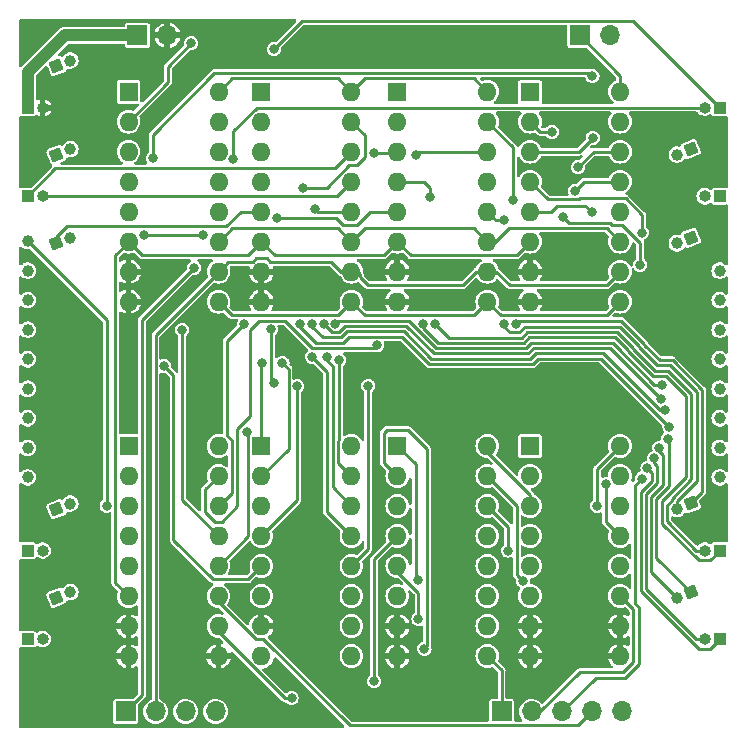
<source format=gbr>
%TF.GenerationSoftware,KiCad,Pcbnew,7.0.1*%
%TF.CreationDate,2023-12-27T22:31:20-05:00*%
%TF.ProjectId,TacTile-C,54616354-696c-4652-9d43-2e6b69636164,rev?*%
%TF.SameCoordinates,Original*%
%TF.FileFunction,Copper,L2,Bot*%
%TF.FilePolarity,Positive*%
%FSLAX46Y46*%
G04 Gerber Fmt 4.6, Leading zero omitted, Abs format (unit mm)*
G04 Created by KiCad (PCBNEW 7.0.1) date 2023-12-27 22:31:20*
%MOMM*%
%LPD*%
G01*
G04 APERTURE LIST*
G04 Aperture macros list*
%AMHorizOval*
0 Thick line with rounded ends*
0 $1 width*
0 $2 $3 position (X,Y) of the first rounded end (center of the circle)*
0 $4 $5 position (X,Y) of the second rounded end (center of the circle)*
0 Add line between two ends*
20,1,$1,$2,$3,$4,$5,0*
0 Add two circle primitives to create the rounded ends*
1,1,$1,$2,$3*
1,1,$1,$4,$5*%
%AMRotRect*
0 Rectangle, with rotation*
0 The origin of the aperture is its center*
0 $1 length*
0 $2 width*
0 $3 Rotation angle, in degrees counterclockwise*
0 Add horizontal line*
21,1,$1,$2,0,0,$3*%
G04 Aperture macros list end*
%TA.AperFunction,ComponentPad*%
%ADD10C,1.000000*%
%TD*%
%TA.AperFunction,ComponentPad*%
%ADD11R,1.000000X1.000000*%
%TD*%
%TA.AperFunction,ComponentPad*%
%ADD12O,1.000000X1.000000*%
%TD*%
%TA.AperFunction,ComponentPad*%
%ADD13R,1.600000X1.600000*%
%TD*%
%TA.AperFunction,ComponentPad*%
%ADD14O,1.600000X1.600000*%
%TD*%
%TA.AperFunction,ComponentPad*%
%ADD15RotRect,1.000000X1.000000X292.000000*%
%TD*%
%TA.AperFunction,ComponentPad*%
%ADD16HorizOval,1.000000X0.000000X0.000000X0.000000X0.000000X0*%
%TD*%
%TA.AperFunction,ComponentPad*%
%ADD17RotRect,1.000000X1.000000X112.000000*%
%TD*%
%TA.AperFunction,ComponentPad*%
%ADD18HorizOval,1.000000X0.000000X0.000000X0.000000X0.000000X0*%
%TD*%
%TA.AperFunction,ComponentPad*%
%ADD19R,1.700000X1.700000*%
%TD*%
%TA.AperFunction,ComponentPad*%
%ADD20O,1.700000X1.700000*%
%TD*%
%TA.AperFunction,ViaPad*%
%ADD21C,0.800000*%
%TD*%
%TA.AperFunction,Conductor*%
%ADD22C,1.000000*%
%TD*%
%TA.AperFunction,Conductor*%
%ADD23C,0.250000*%
%TD*%
G04 APERTURE END LIST*
D10*
%TO.P,JMP3,1,A*%
%TO.N,/A2*%
X25700000Y-51300000D03*
%TD*%
%TO.P,JMP6,1,A*%
%TO.N,/A5*%
X25700000Y-58800000D03*
%TD*%
%TO.P,JMP16,1,A*%
%TO.N,/A15*%
X84300000Y-63800000D03*
%TD*%
D11*
%TO.P,J6,1,Pin_1*%
%TO.N,/B10*%
X84300000Y-40000000D03*
D12*
%TO.P,J6,2,Pin_2*%
%TO.N,/B11*%
X83030000Y-40000000D03*
%TD*%
D13*
%TO.P,U2,1,A4*%
%TO.N,/B12*%
X45500000Y-31150000D03*
D14*
%TO.P,U2,2,A6*%
%TO.N,/B14*%
X45500000Y-33690000D03*
%TO.P,U2,3,A*%
%TO.N,Net-(U2-A)*%
X45500000Y-36230000D03*
%TO.P,U2,4,A7*%
%TO.N,/B15*%
X45500000Y-38770000D03*
%TO.P,U2,5,A5*%
%TO.N,/B13*%
X45500000Y-41310000D03*
%TO.P,U2,6,~{E}*%
%TO.N,/LEN*%
X45500000Y-43850000D03*
%TO.P,U2,7,VEE*%
%TO.N,/GND*%
X45500000Y-46390000D03*
%TO.P,U2,8,GND*%
X45500000Y-48930000D03*
%TO.P,U2,9,S2*%
%TO.N,/LS6*%
X53120000Y-48930000D03*
%TO.P,U2,10,S1*%
%TO.N,/LS1*%
X53120000Y-46390000D03*
%TO.P,U2,11,S0*%
%TO.N,/LS0*%
X53120000Y-43850000D03*
%TO.P,U2,12,A3*%
%TO.N,/B11*%
X53120000Y-41310000D03*
%TO.P,U2,13,A0*%
%TO.N,/B8*%
X53120000Y-38770000D03*
%TO.P,U2,14,A1*%
%TO.N,/B9*%
X53120000Y-36230000D03*
%TO.P,U2,15,A2*%
%TO.N,/B10*%
X53120000Y-33690000D03*
%TO.P,U2,16,VCC*%
%TO.N,/VCC*%
X53120000Y-31150000D03*
%TD*%
D10*
%TO.P,JMP14,1,A*%
%TO.N,/A13*%
X84300000Y-58800000D03*
%TD*%
D15*
%TO.P,J10,1,Pin_1*%
%TO.N,/B18*%
X81852670Y-66006506D03*
D16*
%TO.P,J10,2,Pin_2*%
%TO.N,/B19*%
X80675147Y-66482256D03*
%TD*%
D10*
%TO.P,JMP4,1,A*%
%TO.N,/A3*%
X25700000Y-53800000D03*
%TD*%
D11*
%TO.P,J2,1,Pin_1*%
%TO.N,/B2*%
X84300000Y-32500000D03*
D12*
%TO.P,J2,2,Pin_2*%
%TO.N,/B3*%
X83030000Y-32500000D03*
%TD*%
D10*
%TO.P,JMP10,1,A*%
%TO.N,/A9*%
X84300000Y-48800000D03*
%TD*%
%TO.P,JMP7,1,A*%
%TO.N,/A6*%
X25700000Y-61300000D03*
%TD*%
D13*
%TO.P,U5,1,A4*%
%TO.N,unconnected-(U5-A4-Pad1)*%
X34250000Y-61150000D03*
D14*
%TO.P,U5,2,A6*%
%TO.N,unconnected-(U5-A6-Pad2)*%
X34250000Y-63690000D03*
%TO.P,U5,3,A*%
%TO.N,/VCC*%
X34250000Y-66230000D03*
%TO.P,U5,4,A7*%
%TO.N,unconnected-(U5-A7-Pad4)*%
X34250000Y-68770000D03*
%TO.P,U5,5,A5*%
%TO.N,unconnected-(U5-A5-Pad5)*%
X34250000Y-71310000D03*
%TO.P,U5,6,~{E}*%
%TO.N,/LEN*%
X34250000Y-73850000D03*
%TO.P,U5,7,VEE*%
%TO.N,/GND*%
X34250000Y-76390000D03*
%TO.P,U5,8,GND*%
X34250000Y-78930000D03*
%TO.P,U5,9,S2*%
X41870000Y-78930000D03*
%TO.P,U5,10,S1*%
%TO.N,/LS8*%
X41870000Y-76390000D03*
%TO.P,U5,11,S0*%
%TO.N,/LS7*%
X41870000Y-73850000D03*
%TO.P,U5,12,A3*%
%TO.N,Net-(U4-A)*%
X41870000Y-71310000D03*
%TO.P,U5,13,A0*%
%TO.N,Net-(U1-A)*%
X41870000Y-68770000D03*
%TO.P,U5,14,A1*%
%TO.N,Net-(U2-A)*%
X41870000Y-66230000D03*
%TO.P,U5,15,A2*%
%TO.N,Net-(U3-A)*%
X41870000Y-63690000D03*
%TO.P,U5,16,VCC*%
%TO.N,/VCC*%
X41870000Y-61150000D03*
%TD*%
D15*
%TO.P,J8,1,Pin_1*%
%TO.N,/B14*%
X81852670Y-43506506D03*
D16*
%TO.P,J8,2,Pin_2*%
%TO.N,/B15*%
X80675147Y-43982256D03*
%TD*%
D17*
%TO.P,J1,1,Pin_1*%
%TO.N,/B1*%
X28147331Y-28993494D03*
D18*
%TO.P,J1,2,Pin_2*%
%TO.N,/B0*%
X29324854Y-28517744D03*
%TD*%
D10*
%TO.P,JMP1,1,A*%
%TO.N,/A0*%
X25700000Y-46300000D03*
%TD*%
D15*
%TO.P,J14,1,Pin_1*%
%TO.N,/B26*%
X81852670Y-73506506D03*
D16*
%TO.P,J14,2,Pin_2*%
%TO.N,/B27*%
X80675147Y-73982256D03*
%TD*%
D11*
%TO.P,J15,1,Pin_1*%
%TO.N,/B29*%
X25700000Y-77500000D03*
D12*
%TO.P,J15,2,Pin_2*%
%TO.N,/B28*%
X26970000Y-77500000D03*
%TD*%
D10*
%TO.P,JMP8,1,A*%
%TO.N,/A7*%
X25700000Y-63800000D03*
%TD*%
D13*
%TO.P,U1,1,A4*%
%TO.N,/B4*%
X34250000Y-31150000D03*
D14*
%TO.P,U1,2,A6*%
%TO.N,/B6*%
X34250000Y-33690000D03*
%TO.P,U1,3,A*%
%TO.N,Net-(U1-A)*%
X34250000Y-36230000D03*
%TO.P,U1,4,A7*%
%TO.N,/B7*%
X34250000Y-38770000D03*
%TO.P,U1,5,A5*%
%TO.N,/B5*%
X34250000Y-41310000D03*
%TO.P,U1,6,~{E}*%
%TO.N,/LEN*%
X34250000Y-43850000D03*
%TO.P,U1,7,VEE*%
%TO.N,/GND*%
X34250000Y-46390000D03*
%TO.P,U1,8,GND*%
X34250000Y-48930000D03*
%TO.P,U1,9,S2*%
%TO.N,/LS6*%
X41870000Y-48930000D03*
%TO.P,U1,10,S1*%
%TO.N,/LS1*%
X41870000Y-46390000D03*
%TO.P,U1,11,S0*%
%TO.N,/LS0*%
X41870000Y-43850000D03*
%TO.P,U1,12,A3*%
%TO.N,/B3*%
X41870000Y-41310000D03*
%TO.P,U1,13,A0*%
%TO.N,/B0*%
X41870000Y-38770000D03*
%TO.P,U1,14,A1*%
%TO.N,/B1*%
X41870000Y-36230000D03*
%TO.P,U1,15,A2*%
%TO.N,/B2*%
X41870000Y-33690000D03*
%TO.P,U1,16,VCC*%
%TO.N,/VCC*%
X41870000Y-31150000D03*
%TD*%
D11*
%TO.P,J17,1,Pin_1*%
%TO.N,/VIN*%
X25700000Y-32500000D03*
D12*
%TO.P,J17,2,Pin_2*%
%TO.N,/GND*%
X26970000Y-32500000D03*
%TD*%
D10*
%TO.P,JMP11,1,A*%
%TO.N,/A10*%
X84300000Y-51300000D03*
%TD*%
%TO.P,JMP9,1,A*%
%TO.N,/A8*%
X84300000Y-46300000D03*
%TD*%
D17*
%TO.P,J9,1,Pin_1*%
%TO.N,/B17*%
X28147331Y-66493494D03*
D18*
%TO.P,J9,2,Pin_2*%
%TO.N,/B16*%
X29324854Y-66017744D03*
%TD*%
D13*
%TO.P,U3,1,A4*%
%TO.N,/B20*%
X57000000Y-31150000D03*
D14*
%TO.P,U3,2,A6*%
%TO.N,/B22*%
X57000000Y-33690000D03*
%TO.P,U3,3,A*%
%TO.N,Net-(U3-A)*%
X57000000Y-36230000D03*
%TO.P,U3,4,A7*%
%TO.N,/B23*%
X57000000Y-38770000D03*
%TO.P,U3,5,A5*%
%TO.N,/B21*%
X57000000Y-41310000D03*
%TO.P,U3,6,~{E}*%
%TO.N,/LEN*%
X57000000Y-43850000D03*
%TO.P,U3,7,VEE*%
%TO.N,/GND*%
X57000000Y-46390000D03*
%TO.P,U3,8,GND*%
X57000000Y-48930000D03*
%TO.P,U3,9,S2*%
%TO.N,/LS6*%
X64620000Y-48930000D03*
%TO.P,U3,10,S1*%
%TO.N,/LS1*%
X64620000Y-46390000D03*
%TO.P,U3,11,S0*%
%TO.N,/LS0*%
X64620000Y-43850000D03*
%TO.P,U3,12,A3*%
%TO.N,/B19*%
X64620000Y-41310000D03*
%TO.P,U3,13,A0*%
%TO.N,/B16*%
X64620000Y-38770000D03*
%TO.P,U3,14,A1*%
%TO.N,/B17*%
X64620000Y-36230000D03*
%TO.P,U3,15,A2*%
%TO.N,/B18*%
X64620000Y-33690000D03*
%TO.P,U3,16,VCC*%
%TO.N,/VCC*%
X64620000Y-31150000D03*
%TD*%
D17*
%TO.P,J3,1,Pin_1*%
%TO.N,/B5*%
X28147331Y-36493494D03*
D18*
%TO.P,J3,2,Pin_2*%
%TO.N,/B4*%
X29324854Y-36017744D03*
%TD*%
D10*
%TO.P,JMP2,1,A*%
%TO.N,/A1*%
X25700000Y-48800000D03*
%TD*%
%TO.P,JMP5,1,A*%
%TO.N,/A4*%
X25700000Y-56300000D03*
%TD*%
%TO.P,JMP13,1,A*%
%TO.N,/A12*%
X84300000Y-56300000D03*
%TD*%
D13*
%TO.P,U6,1,A4*%
%TO.N,unconnected-(U6-A4-Pad1)*%
X68250000Y-61150000D03*
D14*
%TO.P,U6,2,A6*%
%TO.N,unconnected-(U6-A6-Pad2)*%
X68250000Y-63690000D03*
%TO.P,U6,3,A*%
%TO.N,/VCC*%
X68250000Y-66230000D03*
%TO.P,U6,4,A7*%
%TO.N,unconnected-(U6-A7-Pad4)*%
X68250000Y-68770000D03*
%TO.P,U6,5,A5*%
%TO.N,unconnected-(U6-A5-Pad5)*%
X68250000Y-71310000D03*
%TO.P,U6,6,~{E}*%
%TO.N,/LEN*%
X68250000Y-73850000D03*
%TO.P,U6,7,VEE*%
%TO.N,/GND*%
X68250000Y-76390000D03*
%TO.P,U6,8,GND*%
X68250000Y-78930000D03*
%TO.P,U6,9,S2*%
X75870000Y-78930000D03*
%TO.P,U6,10,S1*%
X75870000Y-76390000D03*
%TO.P,U6,11,S0*%
%TO.N,/LS5*%
X75870000Y-73850000D03*
%TO.P,U6,12,A3*%
%TO.N,unconnected-(U6-A3-Pad12)*%
X75870000Y-71310000D03*
%TO.P,U6,13,A0*%
%TO.N,Net-(U6-A0)*%
X75870000Y-68770000D03*
%TO.P,U6,14,A1*%
%TO.N,Net-(U6-A1)*%
X75870000Y-66230000D03*
%TO.P,U6,15,A2*%
%TO.N,unconnected-(U6-A2-Pad15)*%
X75870000Y-63690000D03*
%TO.P,U6,16,VCC*%
%TO.N,/VCC*%
X75870000Y-61150000D03*
%TD*%
D11*
%TO.P,J11,1,Pin_1*%
%TO.N,/B21*%
X25700000Y-70000000D03*
D12*
%TO.P,J11,2,Pin_2*%
%TO.N,/B20*%
X26970000Y-70000000D03*
%TD*%
D13*
%TO.P,U4,1,A4*%
%TO.N,/B28*%
X68250000Y-31150000D03*
D14*
%TO.P,U4,2,A6*%
%TO.N,/B30*%
X68250000Y-33690000D03*
%TO.P,U4,3,A*%
%TO.N,Net-(U4-A)*%
X68250000Y-36230000D03*
%TO.P,U4,4,A7*%
%TO.N,/B31*%
X68250000Y-38770000D03*
%TO.P,U4,5,A5*%
%TO.N,/B29*%
X68250000Y-41310000D03*
%TO.P,U4,6,~{E}*%
%TO.N,/LEN*%
X68250000Y-43850000D03*
%TO.P,U4,7,VEE*%
%TO.N,/GND*%
X68250000Y-46390000D03*
%TO.P,U4,8,GND*%
X68250000Y-48930000D03*
%TO.P,U4,9,S2*%
%TO.N,/LS6*%
X75870000Y-48930000D03*
%TO.P,U4,10,S1*%
%TO.N,/LS1*%
X75870000Y-46390000D03*
%TO.P,U4,11,S0*%
%TO.N,/LS0*%
X75870000Y-43850000D03*
%TO.P,U4,12,A3*%
%TO.N,/B27*%
X75870000Y-41310000D03*
%TO.P,U4,13,A0*%
%TO.N,/B24*%
X75870000Y-38770000D03*
%TO.P,U4,14,A1*%
%TO.N,/B25*%
X75870000Y-36230000D03*
%TO.P,U4,15,A2*%
%TO.N,/B26*%
X75870000Y-33690000D03*
%TO.P,U4,16,VCC*%
%TO.N,/VCC*%
X75870000Y-31150000D03*
%TD*%
D10*
%TO.P,JMP17,1,A*%
%TO.N,/VCC*%
X25700000Y-43800000D03*
%TD*%
D13*
%TO.P,U8,1,A4*%
%TO.N,/A12*%
X57000000Y-61150000D03*
D14*
%TO.P,U8,2,A6*%
%TO.N,/A14*%
X57000000Y-63690000D03*
%TO.P,U8,3,A*%
%TO.N,Net-(U6-A1)*%
X57000000Y-66230000D03*
%TO.P,U8,4,A7*%
%TO.N,/A15*%
X57000000Y-68770000D03*
%TO.P,U8,5,A5*%
%TO.N,/A13*%
X57000000Y-71310000D03*
%TO.P,U8,6,~{E}*%
%TO.N,/LEN*%
X57000000Y-73850000D03*
%TO.P,U8,7,VEE*%
%TO.N,/GND*%
X57000000Y-76390000D03*
%TO.P,U8,8,GND*%
X57000000Y-78930000D03*
%TO.P,U8,9,S2*%
%TO.N,/LS4*%
X64620000Y-78930000D03*
%TO.P,U8,10,S1*%
%TO.N,/LS3*%
X64620000Y-76390000D03*
%TO.P,U8,11,S0*%
%TO.N,/LS2*%
X64620000Y-73850000D03*
%TO.P,U8,12,A3*%
%TO.N,/A11*%
X64620000Y-71310000D03*
%TO.P,U8,13,A0*%
%TO.N,/A8*%
X64620000Y-68770000D03*
%TO.P,U8,14,A1*%
%TO.N,/A9*%
X64620000Y-66230000D03*
%TO.P,U8,15,A2*%
%TO.N,/A10*%
X64620000Y-63690000D03*
%TO.P,U8,16,VCC*%
%TO.N,/VCC*%
X64620000Y-61150000D03*
%TD*%
D11*
%TO.P,J12,1,Pin_1*%
%TO.N,/B22*%
X84300000Y-70000000D03*
D12*
%TO.P,J12,2,Pin_2*%
%TO.N,/B23*%
X83030000Y-70000000D03*
%TD*%
D13*
%TO.P,U7,1,A4*%
%TO.N,/A4*%
X45500000Y-61150000D03*
D14*
%TO.P,U7,2,A6*%
%TO.N,/A6*%
X45500000Y-63690000D03*
%TO.P,U7,3,A*%
%TO.N,Net-(U6-A0)*%
X45500000Y-66230000D03*
%TO.P,U7,4,A7*%
%TO.N,/A7*%
X45500000Y-68770000D03*
%TO.P,U7,5,A5*%
%TO.N,/A5*%
X45500000Y-71310000D03*
%TO.P,U7,6,~{E}*%
%TO.N,/LEN*%
X45500000Y-73850000D03*
%TO.P,U7,7,VEE*%
%TO.N,/GND*%
X45500000Y-76390000D03*
%TO.P,U7,8,GND*%
X45500000Y-78930000D03*
%TO.P,U7,9,S2*%
%TO.N,/LS4*%
X53120000Y-78930000D03*
%TO.P,U7,10,S1*%
%TO.N,/LS3*%
X53120000Y-76390000D03*
%TO.P,U7,11,S0*%
%TO.N,/LS2*%
X53120000Y-73850000D03*
%TO.P,U7,12,A3*%
%TO.N,/A3*%
X53120000Y-71310000D03*
%TO.P,U7,13,A0*%
%TO.N,/A0*%
X53120000Y-68770000D03*
%TO.P,U7,14,A1*%
%TO.N,/A1*%
X53120000Y-66230000D03*
%TO.P,U7,15,A2*%
%TO.N,/A2*%
X53120000Y-63690000D03*
%TO.P,U7,16,VCC*%
%TO.N,/VCC*%
X53120000Y-61150000D03*
%TD*%
D10*
%TO.P,JMP15,1,A*%
%TO.N,/A14*%
X84300000Y-61300000D03*
%TD*%
D15*
%TO.P,J4,1,Pin_1*%
%TO.N,/B6*%
X81852670Y-36006506D03*
D16*
%TO.P,J4,2,Pin_2*%
%TO.N,/B7*%
X80675147Y-36482256D03*
%TD*%
D11*
%TO.P,J5,1,Pin_1*%
%TO.N,/B9*%
X25700000Y-40000000D03*
D12*
%TO.P,J5,2,Pin_2*%
%TO.N,/B8*%
X26970000Y-40000000D03*
%TD*%
D17*
%TO.P,J13,1,Pin_1*%
%TO.N,/B25*%
X28147331Y-73993494D03*
D18*
%TO.P,J13,2,Pin_2*%
%TO.N,/B24*%
X29324854Y-73517744D03*
%TD*%
D10*
%TO.P,JMP12,1,A*%
%TO.N,/A11*%
X84300000Y-53800000D03*
%TD*%
D11*
%TO.P,J16,1,Pin_1*%
%TO.N,/B30*%
X84300000Y-77500000D03*
D12*
%TO.P,J16,2,Pin_2*%
%TO.N,/B31*%
X83030000Y-77500000D03*
%TD*%
D17*
%TO.P,J7,1,Pin_1*%
%TO.N,/B13*%
X28147331Y-43993494D03*
D18*
%TO.P,J7,2,Pin_2*%
%TO.N,/B12*%
X29324854Y-43517744D03*
%TD*%
D19*
%TO.P,J18,1,Pin_1*%
%TO.N,/LS0*%
X34000000Y-83625000D03*
D20*
%TO.P,J18,2,Pin_2*%
%TO.N,/LS1*%
X36540000Y-83625000D03*
%TO.P,J18,3,Pin_3*%
%TO.N,/LS2*%
X39080000Y-83625000D03*
%TO.P,J18,4,Pin_4*%
%TO.N,/LS3*%
X41620000Y-83625000D03*
%TD*%
D19*
%TO.P,J21,1,Pin_1*%
%TO.N,/VCC*%
X72460000Y-26375000D03*
D20*
%TO.P,J21,2,Pin_2*%
%TO.N,/LEN*%
X75000000Y-26375000D03*
%TD*%
D19*
%TO.P,J19,1,Pin_1*%
%TO.N,/LS4*%
X65840000Y-83625000D03*
D20*
%TO.P,J19,2,Pin_2*%
%TO.N,/LS5*%
X68380000Y-83625000D03*
%TO.P,J19,3,Pin_3*%
%TO.N,/LS6*%
X70920000Y-83625000D03*
%TO.P,J19,4,Pin_4*%
%TO.N,/LS7*%
X73460000Y-83625000D03*
%TO.P,J19,5,Pin_5*%
%TO.N,/LS8*%
X76000000Y-83625000D03*
%TD*%
D19*
%TO.P,J20,1,Pin_1*%
%TO.N,/VIN*%
X35000000Y-26375000D03*
D20*
%TO.P,J20,2,Pin_2*%
%TO.N,/GND*%
X37540000Y-26375000D03*
%TD*%
D21*
%TO.N,/GND*%
X61550000Y-46300000D03*
X61550000Y-48800000D03*
X62800000Y-56300000D03*
X48050000Y-75050000D03*
%TO.N,/B2*%
X46550000Y-27550000D03*
%TO.N,/B3*%
X43130180Y-36838731D03*
%TO.N,/B6*%
X39550000Y-27050000D03*
%TO.N,/B7*%
X36300000Y-36800000D03*
X73522701Y-29827299D03*
%TO.N,/B10*%
X48763694Y-50779500D03*
X49050000Y-39275500D03*
X80050000Y-59550000D03*
%TO.N,/B11*%
X79635619Y-58091075D03*
X49763197Y-50779500D03*
X50050000Y-41075500D03*
%TO.N,/B12*%
X35550000Y-43300000D03*
X40550000Y-43300000D03*
%TO.N,/B14*%
X51762203Y-50779500D03*
X79455225Y-55955225D03*
%TO.N,/B15*%
X50762700Y-50779500D03*
X79298021Y-57137027D03*
%TO.N,/B17*%
X58550000Y-36550000D03*
%TO.N,/B18*%
X66800000Y-40300000D03*
X67037701Y-50787701D03*
%TO.N,/B19*%
X66075500Y-42050000D03*
X66038276Y-50800146D03*
%TO.N,/B21*%
X46809565Y-41803605D03*
X46300000Y-51274500D03*
X46550000Y-55793870D03*
%TO.N,/B22*%
X59213286Y-50779500D03*
%TO.N,/B23*%
X60212789Y-50779500D03*
X59774500Y-40050000D03*
%TO.N,/B25*%
X72300000Y-37550000D03*
%TO.N,/B24*%
X72050000Y-39550000D03*
%TO.N,/B26*%
X79918665Y-60550000D03*
%TO.N,/B27*%
X79194165Y-61303388D03*
%TO.N,/B29*%
X73487250Y-41362750D03*
%TO.N,/B30*%
X70099500Y-34550000D03*
X71050000Y-41800000D03*
X77575500Y-45800000D03*
X78182935Y-63024328D03*
%TO.N,/B31*%
X77711924Y-43076335D03*
X78735376Y-62191373D03*
%TO.N,/LS0*%
X39800000Y-46050000D03*
%TO.N,/LS6*%
X77719500Y-63909898D03*
%TO.N,/LS8*%
X48050000Y-82500000D03*
%TO.N,/VCC*%
X73928203Y-66200000D03*
X32400500Y-66200000D03*
%TO.N,/A0*%
X49771000Y-53579000D03*
%TO.N,/A1*%
X51091256Y-53579000D03*
%TO.N,/A2*%
X52050000Y-53861511D03*
%TO.N,/A3*%
X54550000Y-56050000D03*
%TO.N,/A4*%
X45550000Y-54099500D03*
%TO.N,/A5*%
X37274500Y-54368023D03*
%TO.N,/A6*%
X47276305Y-54099500D03*
%TO.N,/A7*%
X48524500Y-56075500D03*
%TO.N,/A9*%
X66400500Y-70000000D03*
%TO.N,/A10*%
X67662033Y-72579999D03*
%TO.N,/A12*%
X58736946Y-72487653D03*
%TO.N,/A13*%
X58800000Y-75800000D03*
%TO.N,/A14*%
X59300000Y-78300000D03*
%TO.N,/A15*%
X55050000Y-81050000D03*
%TO.N,Net-(U2-A)*%
X44050000Y-50779500D03*
%TO.N,Net-(U3-A)*%
X55050000Y-36300000D03*
X55300000Y-52624500D03*
%TO.N,Net-(U4-A)*%
X73550000Y-35050000D03*
X44259484Y-59943370D03*
%TO.N,Net-(U1-A)*%
X38800000Y-51300000D03*
%TO.N,Net-(U6-A0)*%
X74652703Y-64380500D03*
%TD*%
D22*
%TO.N,/VIN*%
X35050000Y-26375000D02*
X28848691Y-26375000D01*
X25700000Y-29523691D02*
X25700000Y-32500000D01*
X28848691Y-26375000D02*
X25700000Y-29523691D01*
D23*
%TO.N,/B2*%
X77000000Y-25200000D02*
X48900000Y-25200000D01*
X84300000Y-32500000D02*
X77000000Y-25200000D01*
X48900000Y-25200000D02*
X46550000Y-27550000D01*
%TO.N,/B3*%
X43130180Y-36838731D02*
X43130180Y-34468829D01*
X45099009Y-32500000D02*
X83030000Y-32500000D01*
X43130180Y-34468829D02*
X45099009Y-32500000D01*
%TO.N,/B6*%
X37575000Y-30365000D02*
X34250000Y-33690000D01*
X39550000Y-27050000D02*
X37575000Y-29025000D01*
X37575000Y-29025000D02*
X37575000Y-30365000D01*
%TO.N,/B7*%
X36300000Y-34800000D02*
X36300000Y-36800000D01*
X41525000Y-29575000D02*
X36300000Y-34800000D01*
X73270402Y-29575000D02*
X41525000Y-29575000D01*
X73522701Y-29827299D02*
X73270402Y-29575000D01*
%TO.N,/B9*%
X28055000Y-37645000D02*
X51705000Y-37645000D01*
X51705000Y-37645000D02*
X53120000Y-36230000D01*
X25700000Y-40000000D02*
X28055000Y-37645000D01*
%TO.N,/B8*%
X51890000Y-40000000D02*
X53120000Y-38770000D01*
X26970000Y-40000000D02*
X51890000Y-40000000D01*
%TO.N,/B10*%
X50129692Y-52404500D02*
X48763694Y-51038502D01*
X53585991Y-37355000D02*
X54245000Y-36695991D01*
X80050000Y-59550000D02*
X74250000Y-53750000D01*
X74250000Y-53750000D02*
X68919083Y-53750000D01*
X54245000Y-34815000D02*
X53120000Y-33690000D01*
X54245000Y-36695991D02*
X54245000Y-34815000D01*
X52944009Y-37355000D02*
X53585991Y-37355000D01*
X68456382Y-54212701D02*
X59712701Y-54212701D01*
X51023509Y-39275500D02*
X52944009Y-37355000D01*
X52939800Y-51900000D02*
X52435300Y-52404500D01*
X68919083Y-53750000D02*
X68456382Y-54212701D01*
X59712701Y-54212701D02*
X57400000Y-51900000D01*
X52435300Y-52404500D02*
X50129692Y-52404500D01*
X49050000Y-39275500D02*
X51023509Y-39275500D01*
X48763694Y-51038502D02*
X48763694Y-50779500D01*
X57400000Y-51900000D02*
X52939800Y-51900000D01*
%TO.N,/B11*%
X50050000Y-41075500D02*
X50284500Y-41310000D01*
X50679195Y-51954500D02*
X49763197Y-51038502D01*
X74436396Y-53300000D02*
X68732687Y-53300000D01*
X59899097Y-53762701D02*
X57586396Y-51450000D01*
X79227471Y-58091075D02*
X74436396Y-53300000D01*
X49763197Y-51038502D02*
X49763197Y-50779500D01*
X50284500Y-41310000D02*
X53120000Y-41310000D01*
X57586396Y-51450000D02*
X52753404Y-51450000D01*
X52248904Y-51954500D02*
X50679195Y-51954500D01*
X68732687Y-53300000D02*
X68269986Y-53762701D01*
X68269986Y-53762701D02*
X59899097Y-53762701D01*
X52753404Y-51450000D02*
X52248904Y-51954500D01*
X79635619Y-58091075D02*
X79227471Y-58091075D01*
%TO.N,/B13*%
X28147331Y-43993494D02*
X28147331Y-43454227D01*
X42533604Y-42550000D02*
X43773604Y-41310000D01*
X29051558Y-42550000D02*
X42533604Y-42550000D01*
X43773604Y-41310000D02*
X45500000Y-41310000D01*
X28147331Y-43454227D02*
X29051558Y-42550000D01*
%TO.N,/B12*%
X35550000Y-43300000D02*
X40550000Y-43300000D01*
%TO.N,/B14*%
X60271889Y-52862701D02*
X57959188Y-50550000D01*
X67897194Y-52862701D02*
X60271889Y-52862701D01*
X57959188Y-50550000D02*
X51991703Y-50550000D01*
X79455225Y-55955225D02*
X78752615Y-55955225D01*
X75500000Y-52702610D02*
X75500000Y-52663604D01*
X51991703Y-50550000D02*
X51762203Y-50779500D01*
X75236396Y-52400000D02*
X68359895Y-52400000D01*
X78752615Y-55955225D02*
X75500000Y-52702610D01*
X75500000Y-52663604D02*
X75236396Y-52400000D01*
X68359895Y-52400000D02*
X67897194Y-52862701D01*
%TO.N,/B15*%
X52567008Y-51000000D02*
X52062508Y-51504500D01*
X75050000Y-52850000D02*
X68546291Y-52850000D01*
X60085493Y-53312701D02*
X57772792Y-51000000D01*
X50762700Y-50805302D02*
X50762700Y-50779500D01*
X75050000Y-52889006D02*
X75050000Y-52850000D01*
X52062508Y-51504500D02*
X51461898Y-51504500D01*
X68083590Y-53312701D02*
X60085493Y-53312701D01*
X57772792Y-51000000D02*
X52567008Y-51000000D01*
X51461898Y-51504500D02*
X50762700Y-50805302D01*
X68546291Y-52850000D02*
X68083590Y-53312701D01*
X79298021Y-57137027D02*
X75050000Y-52889006D01*
%TO.N,/B17*%
X64620000Y-36230000D02*
X58870000Y-36230000D01*
X58870000Y-36230000D02*
X58550000Y-36550000D01*
%TO.N,/B18*%
X79223199Y-53880225D02*
X80314718Y-53880225D01*
X77900000Y-52557026D02*
X79223199Y-53880225D01*
X75959188Y-50550000D02*
X77900000Y-52490812D01*
X77900000Y-52490812D02*
X77900000Y-52557026D01*
X66800000Y-35870000D02*
X64620000Y-33690000D01*
X80314718Y-53880225D02*
X82800000Y-56365507D01*
X66800000Y-40300000D02*
X66800000Y-35870000D01*
X67275402Y-50550000D02*
X75959188Y-50550000D01*
X67037701Y-50787701D02*
X67275402Y-50550000D01*
X82800000Y-56365507D02*
X82800000Y-65059176D01*
X82800000Y-65059176D02*
X81852670Y-66006506D01*
%TO.N,/B19*%
X82350000Y-64122372D02*
X82350000Y-56551903D01*
X77450000Y-52743422D02*
X77450000Y-52677208D01*
X67800707Y-51050000D02*
X67338006Y-51512701D01*
X82350000Y-56551903D02*
X80128322Y-54330225D01*
X66075500Y-42050000D02*
X65360000Y-42050000D01*
X80675147Y-65797225D02*
X82350000Y-64122372D01*
X66038276Y-51038276D02*
X66038276Y-50800146D01*
X80675147Y-66482256D02*
X80675147Y-65797225D01*
X77450000Y-52677208D02*
X75822792Y-51050000D01*
X75822792Y-51050000D02*
X67800707Y-51050000D01*
X65360000Y-42050000D02*
X64620000Y-41310000D01*
X67338006Y-51512701D02*
X66512701Y-51512701D01*
X79036803Y-54330225D02*
X77450000Y-52743422D01*
X66512701Y-51512701D02*
X66038276Y-51038276D01*
X80128322Y-54330225D02*
X79036803Y-54330225D01*
%TO.N,/B21*%
X46300000Y-51274500D02*
X46300000Y-55543870D01*
X54710991Y-41310000D02*
X57000000Y-41310000D01*
X52435000Y-42435000D02*
X53585991Y-42435000D01*
X53585991Y-42435000D02*
X54710991Y-41310000D01*
X51803605Y-41803605D02*
X52435000Y-42435000D01*
X46809565Y-41803605D02*
X51803605Y-41803605D01*
X46300000Y-55543870D02*
X46550000Y-55793870D01*
%TO.N,/B22*%
X59213286Y-51167702D02*
X60458285Y-52412701D01*
X81450000Y-56924695D02*
X81450000Y-63749580D01*
X78664011Y-55230225D02*
X79755530Y-55230225D01*
X83475000Y-70825000D02*
X84300000Y-70000000D01*
X76550000Y-53050000D02*
X76550000Y-53116214D01*
X79755530Y-55230225D02*
X81450000Y-56924695D01*
X75450000Y-51950000D02*
X76550000Y-53050000D01*
X60458285Y-52412701D02*
X67710798Y-52412701D01*
X76550000Y-53116214D02*
X78664011Y-55230225D01*
X79400147Y-67713649D02*
X82511498Y-70825000D01*
X82511498Y-70825000D02*
X83475000Y-70825000D01*
X79400147Y-65799433D02*
X79400147Y-67713649D01*
X81450000Y-63749580D02*
X79400147Y-65799433D01*
X59213286Y-50779500D02*
X59213286Y-51167702D01*
X67710798Y-52412701D02*
X68173499Y-51950000D01*
X68173499Y-51950000D02*
X75450000Y-51950000D01*
%TO.N,/B23*%
X61395990Y-51962701D02*
X67524402Y-51962701D01*
X77000000Y-52863604D02*
X77000000Y-52929818D01*
X67524402Y-51962701D02*
X67987103Y-51500000D01*
X59774500Y-40050000D02*
X59774500Y-39274500D01*
X60212789Y-50779500D02*
X61395990Y-51962701D01*
X79850147Y-67527253D02*
X82322894Y-70000000D01*
X81900000Y-56738299D02*
X81900000Y-63935976D01*
X78850407Y-54780225D02*
X79941926Y-54780225D01*
X79941926Y-54780225D02*
X81900000Y-56738299D01*
X77000000Y-52929818D02*
X78850407Y-54780225D01*
X82322894Y-70000000D02*
X83030000Y-70000000D01*
X59774500Y-39274500D02*
X59270000Y-38770000D01*
X80225147Y-65765529D02*
X79850147Y-66140529D01*
X67987103Y-51500000D02*
X75636396Y-51500000D01*
X59270000Y-38770000D02*
X57000000Y-38770000D01*
X81900000Y-63935976D02*
X80225147Y-65610829D01*
X80225147Y-65610829D02*
X80225147Y-65765529D01*
X79850147Y-66140529D02*
X79850147Y-67527253D01*
X75636396Y-51500000D02*
X77000000Y-52863604D01*
%TO.N,/B25*%
X72300000Y-37550000D02*
X73620000Y-36230000D01*
X73620000Y-36230000D02*
X75870000Y-36230000D01*
%TO.N,/B24*%
X72830000Y-38770000D02*
X75870000Y-38770000D01*
X72050000Y-39550000D02*
X72830000Y-38770000D01*
%TO.N,/B26*%
X80050000Y-60681335D02*
X80050000Y-64513184D01*
X78950147Y-65613037D02*
X78950147Y-70603983D01*
X79918665Y-60550000D02*
X80050000Y-60681335D01*
X78950147Y-70603983D02*
X81852670Y-73506506D01*
X80050000Y-64513184D02*
X78950147Y-65613037D01*
%TO.N,/B27*%
X79050000Y-61480692D02*
X79460376Y-61891068D01*
X79050000Y-61447553D02*
X79050000Y-61480692D01*
X79194165Y-61303388D02*
X79050000Y-61447553D01*
X78500147Y-65426641D02*
X78500147Y-71807256D01*
X79460376Y-61891068D02*
X79460376Y-64466412D01*
X78500147Y-71807256D02*
X80675147Y-73982256D01*
X79460376Y-64466412D02*
X78500147Y-65426641D01*
%TO.N,/B29*%
X73487250Y-41362750D02*
X72924500Y-40800000D01*
X72924500Y-40800000D02*
X70550000Y-40800000D01*
X70040000Y-41310000D02*
X68250000Y-41310000D01*
X70550000Y-40800000D02*
X70040000Y-41310000D01*
%TO.N,/B30*%
X83475000Y-78325000D02*
X84300000Y-77500000D01*
X76045991Y-42435000D02*
X75185000Y-42435000D01*
X75025000Y-42275000D02*
X71525000Y-42275000D01*
X75185000Y-42435000D02*
X75025000Y-42275000D01*
X78550000Y-64103996D02*
X77600147Y-65053849D01*
X82511498Y-78325000D02*
X83475000Y-78325000D01*
X71525000Y-42275000D02*
X71050000Y-41800000D01*
X77575500Y-45800000D02*
X77575500Y-43964509D01*
X77600147Y-73413649D02*
X82511498Y-78325000D01*
X70099500Y-34550000D02*
X69110000Y-34550000D01*
X78550000Y-63391393D02*
X78550000Y-64103996D01*
X77600147Y-65053849D02*
X77600147Y-73413649D01*
X77575500Y-43964509D02*
X76045991Y-42435000D01*
X78182935Y-63024328D02*
X78550000Y-63391393D01*
X69110000Y-34550000D02*
X68250000Y-33690000D01*
%TO.N,/B31*%
X78050147Y-73227253D02*
X82322894Y-77500000D01*
X79000000Y-62816088D02*
X79000000Y-64290392D01*
X77711924Y-41560933D02*
X76335991Y-40185000D01*
X78735376Y-62191373D02*
X78735376Y-62551464D01*
X76335991Y-40185000D02*
X72440305Y-40185000D01*
X72440305Y-40185000D02*
X72350305Y-40275000D01*
X77711924Y-43076335D02*
X77711924Y-41560933D01*
X78050147Y-65240245D02*
X78050147Y-73227253D01*
X79000000Y-64290392D02*
X78050147Y-65240245D01*
X72350305Y-40275000D02*
X69755000Y-40275000D01*
X82322894Y-77500000D02*
X83030000Y-77500000D01*
X78735376Y-62551464D02*
X79000000Y-62816088D01*
X69755000Y-40275000D02*
X68250000Y-38770000D01*
%TO.N,/LS0*%
X51995000Y-42725000D02*
X53120000Y-43850000D01*
X54245000Y-42725000D02*
X63495000Y-42725000D01*
X75870000Y-43850000D02*
X74745000Y-42725000D01*
X42995000Y-42725000D02*
X51995000Y-42725000D01*
X35375000Y-82250000D02*
X35375000Y-50475000D01*
X41870000Y-43850000D02*
X42995000Y-42725000D01*
X65300805Y-43850000D02*
X64620000Y-43850000D01*
X74745000Y-42725000D02*
X66425805Y-42725000D01*
X63495000Y-42725000D02*
X64620000Y-43850000D01*
X53120000Y-43850000D02*
X54245000Y-42725000D01*
X35375000Y-50475000D02*
X39800000Y-46050000D01*
X34000000Y-83625000D02*
X35375000Y-82250000D01*
X66425805Y-42725000D02*
X65300805Y-43850000D01*
%TO.N,/LS1*%
X54489695Y-47515000D02*
X62585000Y-47515000D01*
X66515000Y-47515000D02*
X74745000Y-47515000D01*
X52210000Y-46390000D02*
X53120000Y-46390000D01*
X53640000Y-46390000D02*
X53825000Y-46575000D01*
X46250991Y-45550000D02*
X51370000Y-45550000D01*
X44749009Y-45550000D02*
X45034009Y-45265000D01*
X74745000Y-47515000D02*
X75870000Y-46390000D01*
X64620000Y-46390000D02*
X65390000Y-46390000D01*
X36540000Y-83625000D02*
X36540000Y-51720000D01*
X45965991Y-45265000D02*
X46250991Y-45550000D01*
X53120000Y-46390000D02*
X53640000Y-46390000D01*
X36540000Y-51720000D02*
X41870000Y-46390000D01*
X41870000Y-46390000D02*
X42710000Y-45550000D01*
X53825000Y-46850305D02*
X54489695Y-47515000D01*
X53825000Y-46575000D02*
X53825000Y-46850305D01*
X42710000Y-45550000D02*
X44749009Y-45550000D01*
X51370000Y-45550000D02*
X52210000Y-46390000D01*
X63710000Y-46390000D02*
X64620000Y-46390000D01*
X65390000Y-46390000D02*
X66515000Y-47515000D01*
X45034009Y-45265000D02*
X45965991Y-45265000D01*
X62585000Y-47515000D02*
X63710000Y-46390000D01*
%TO.N,/LS4*%
X65840000Y-80150000D02*
X64620000Y-78930000D01*
X65840000Y-83625000D02*
X65840000Y-80150000D01*
%TO.N,/LS5*%
X75870000Y-73850000D02*
X76995000Y-74975000D01*
X72450000Y-80300000D02*
X69125000Y-83625000D01*
X76995000Y-79395991D02*
X76090991Y-80300000D01*
X76090991Y-80300000D02*
X72450000Y-80300000D01*
X76995000Y-74975000D02*
X76995000Y-79395991D01*
X69125000Y-83625000D02*
X68380000Y-83625000D01*
%TO.N,/LS6*%
X51995000Y-50055000D02*
X42995000Y-50055000D01*
X54245000Y-50055000D02*
X53120000Y-48930000D01*
X42995000Y-50055000D02*
X41870000Y-48930000D01*
X73795000Y-80750000D02*
X76277387Y-80750000D01*
X77150147Y-74493751D02*
X77150147Y-64479251D01*
X65745000Y-50055000D02*
X64620000Y-48930000D01*
X77445000Y-74788604D02*
X77150147Y-74493751D01*
X74745000Y-50055000D02*
X65745000Y-50055000D01*
X77150147Y-64479251D02*
X77719500Y-63909898D01*
X76277387Y-80750000D02*
X77445000Y-79582387D01*
X64620000Y-48930000D02*
X63495000Y-50055000D01*
X53120000Y-48930000D02*
X51995000Y-50055000D01*
X75870000Y-48930000D02*
X74745000Y-50055000D01*
X63495000Y-50055000D02*
X54245000Y-50055000D01*
X77445000Y-79582387D02*
X77445000Y-74788604D01*
X70920000Y-83625000D02*
X73795000Y-80750000D01*
%TO.N,/LS7*%
X45675991Y-77515000D02*
X45034009Y-77515000D01*
X73460000Y-83625000D02*
X72285000Y-84800000D01*
X52960991Y-84800000D02*
X45675991Y-77515000D01*
X45034009Y-77515000D02*
X41870000Y-74350991D01*
X41870000Y-74350991D02*
X41870000Y-73850000D01*
X72285000Y-84800000D02*
X52960991Y-84800000D01*
%TO.N,/LS8*%
X48050000Y-82500000D02*
X47479009Y-82500000D01*
X47479009Y-82500000D02*
X41870000Y-76890991D01*
X41870000Y-76890991D02*
X41870000Y-76390000D01*
%TO.N,/VCC*%
X64620000Y-61650991D02*
X68250000Y-65280991D01*
X32400500Y-50500500D02*
X32400500Y-66200000D01*
X53120000Y-31150000D02*
X51995000Y-30025000D01*
X25700000Y-43800000D02*
X32400500Y-50500500D01*
X64620000Y-61150000D02*
X64620000Y-61650991D01*
X73928203Y-66200000D02*
X73928203Y-63091797D01*
X75870000Y-29785000D02*
X72460000Y-26375000D01*
X73928203Y-63091797D02*
X75870000Y-61150000D01*
X54245000Y-30025000D02*
X53120000Y-31150000D01*
X63495000Y-30025000D02*
X54245000Y-30025000D01*
X51995000Y-30025000D02*
X42995000Y-30025000D01*
X75870000Y-31150000D02*
X75870000Y-29785000D01*
X42995000Y-30025000D02*
X41870000Y-31150000D01*
X64620000Y-31150000D02*
X63495000Y-30025000D01*
X68250000Y-65280991D02*
X68250000Y-65880000D01*
%TO.N,/LEN*%
X68250000Y-43850000D02*
X67125000Y-44975000D01*
X44375000Y-44975000D02*
X35375000Y-44975000D01*
X57000000Y-43850000D02*
X55875000Y-44975000D01*
X33125000Y-72725000D02*
X34250000Y-73850000D01*
X45500000Y-43850000D02*
X44375000Y-44975000D01*
X67125000Y-44975000D02*
X58125000Y-44975000D01*
X35375000Y-44975000D02*
X34250000Y-43850000D01*
X46625000Y-44975000D02*
X45500000Y-43850000D01*
X55875000Y-44975000D02*
X46625000Y-44975000D01*
X34250000Y-43850000D02*
X33125000Y-44975000D01*
X33125000Y-44975000D02*
X33125000Y-72725000D01*
X58125000Y-44975000D02*
X57000000Y-43850000D01*
%TO.N,/A0*%
X51050000Y-66700000D02*
X53120000Y-68770000D01*
X51050000Y-54858000D02*
X51050000Y-66700000D01*
X49771000Y-53579000D02*
X51050000Y-54858000D01*
%TO.N,/A1*%
X51545000Y-60497613D02*
X51545000Y-64655000D01*
X51550000Y-60492613D02*
X51545000Y-60497613D01*
X51550000Y-54386816D02*
X51550000Y-60492613D01*
X51091256Y-53928072D02*
X51550000Y-54386816D01*
X51545000Y-64655000D02*
X53120000Y-66230000D01*
X51091256Y-53579000D02*
X51091256Y-53928072D01*
%TO.N,/A2*%
X51995000Y-62565000D02*
X53120000Y-63690000D01*
X52050000Y-60629009D02*
X51995000Y-60684009D01*
X52050000Y-53861511D02*
X52050000Y-60629009D01*
X51995000Y-60684009D02*
X51995000Y-62565000D01*
%TO.N,/A3*%
X54550000Y-56050000D02*
X54550000Y-69880000D01*
X54550000Y-69880000D02*
X53120000Y-71310000D01*
%TO.N,/A4*%
X45550000Y-54099500D02*
X45500000Y-54149500D01*
X45500000Y-54149500D02*
X45500000Y-61150000D01*
%TO.N,/A5*%
X44375000Y-72435000D02*
X45500000Y-71310000D01*
X38050000Y-55143523D02*
X38050000Y-69080991D01*
X37274500Y-54368023D02*
X38050000Y-55143523D01*
X41404009Y-72435000D02*
X44375000Y-72435000D01*
X38050000Y-69080991D02*
X41404009Y-72435000D01*
%TO.N,/A6*%
X47800000Y-54623195D02*
X47800000Y-61390000D01*
X47800000Y-61390000D02*
X45500000Y-63690000D01*
X47276305Y-54099500D02*
X47800000Y-54623195D01*
%TO.N,/A7*%
X48524500Y-65745500D02*
X45500000Y-68770000D01*
X48524500Y-56075500D02*
X48524500Y-65745500D01*
%TO.N,/A9*%
X66400500Y-68010500D02*
X64620000Y-66230000D01*
X66400500Y-70000000D02*
X66400500Y-68010500D01*
%TO.N,/A10*%
X67662033Y-72579999D02*
X67125000Y-72042966D01*
X67125000Y-66195000D02*
X64620000Y-63690000D01*
X67125000Y-72042966D02*
X67125000Y-66195000D01*
%TO.N,/A12*%
X58736946Y-72487653D02*
X58550000Y-72300707D01*
X58550000Y-72300707D02*
X58550000Y-62700000D01*
X58550000Y-62700000D02*
X57000000Y-61150000D01*
%TO.N,/A13*%
X57000000Y-71775305D02*
X57000000Y-71310000D01*
X58800000Y-75800000D02*
X58800000Y-73575305D01*
X58800000Y-73575305D02*
X57000000Y-71775305D01*
%TO.N,/A14*%
X59525000Y-61425000D02*
X57900000Y-59800000D01*
X55875000Y-60025000D02*
X55875000Y-62565000D01*
X59525000Y-78075000D02*
X59525000Y-61425000D01*
X57900000Y-59800000D02*
X56100000Y-59800000D01*
X55875000Y-62565000D02*
X57000000Y-63690000D01*
X56100000Y-59800000D02*
X55875000Y-60025000D01*
X59300000Y-78300000D02*
X59525000Y-78075000D01*
%TO.N,/A15*%
X55050000Y-81050000D02*
X55050000Y-70720000D01*
X55050000Y-70720000D02*
X57000000Y-68770000D01*
%TO.N,Net-(U2-A)*%
X44050000Y-50779500D02*
X42550000Y-52279500D01*
X42995000Y-60684009D02*
X42995000Y-65105000D01*
X42550000Y-52279500D02*
X42550000Y-60239009D01*
X42550000Y-60239009D02*
X42995000Y-60684009D01*
X42995000Y-65105000D02*
X41870000Y-66230000D01*
%TO.N,Net-(U3-A)*%
X49813389Y-52854500D02*
X55070000Y-52854500D01*
X41550000Y-67550000D02*
X42140991Y-67550000D01*
X41870000Y-63690000D02*
X40745000Y-64815000D01*
X40745000Y-66745000D02*
X41550000Y-67550000D01*
X55070000Y-52854500D02*
X55300000Y-52624500D01*
X43445000Y-59677792D02*
X44500000Y-58622792D01*
X43445000Y-66245991D02*
X43445000Y-59677792D01*
X44500000Y-58622792D02*
X44500000Y-51354805D01*
X56930000Y-36300000D02*
X57000000Y-36230000D01*
X42140991Y-67550000D02*
X43445000Y-66245991D01*
X55050000Y-36300000D02*
X56930000Y-36300000D01*
X44500000Y-51354805D02*
X45304805Y-50550000D01*
X47508889Y-50550000D02*
X49813389Y-52854500D01*
X45304805Y-50550000D02*
X47508889Y-50550000D01*
X40745000Y-64815000D02*
X40745000Y-66745000D01*
%TO.N,Net-(U4-A)*%
X44259484Y-59943370D02*
X44375000Y-60058886D01*
X72370000Y-36230000D02*
X68250000Y-36230000D01*
X44375000Y-60058886D02*
X44375000Y-68805000D01*
X73550000Y-35050000D02*
X72370000Y-36230000D01*
X44375000Y-68805000D02*
X41870000Y-71310000D01*
%TO.N,Net-(U1-A)*%
X38800000Y-51300000D02*
X38800000Y-65700000D01*
X38800000Y-65700000D02*
X41870000Y-68770000D01*
%TO.N,Net-(U6-A0)*%
X74652703Y-64380500D02*
X74652703Y-67552703D01*
X74652703Y-67552703D02*
X75870000Y-68770000D01*
%TD*%
%TA.AperFunction,Conductor*%
%TO.N,/GND*%
G36*
X25157075Y-44272027D02*
G01*
X25206725Y-44298855D01*
X25299148Y-44380734D01*
X25449775Y-44459790D01*
X25614944Y-44500500D01*
X25785053Y-44500500D01*
X25785056Y-44500500D01*
X25841600Y-44486563D01*
X25904569Y-44487514D01*
X25958953Y-44519279D01*
X32038681Y-50599007D01*
X32065561Y-50639235D01*
X32075000Y-50686688D01*
X32075000Y-65631701D01*
X32062212Y-65686545D01*
X32026486Y-65730077D01*
X31972217Y-65771718D01*
X31875963Y-65897159D01*
X31815456Y-66043237D01*
X31794817Y-66200000D01*
X31815456Y-66356762D01*
X31875963Y-66502840D01*
X31972217Y-66628282D01*
X32054188Y-66691180D01*
X32097659Y-66724536D01*
X32243738Y-66785044D01*
X32400500Y-66805682D01*
X32557262Y-66785044D01*
X32604938Y-66765296D01*
X32628048Y-66755724D01*
X32687655Y-66746882D01*
X32744391Y-66767183D01*
X32784858Y-66811832D01*
X32799500Y-66870285D01*
X32799500Y-72705372D01*
X32799028Y-72716180D01*
X32795735Y-72753807D01*
X32805512Y-72790296D01*
X32807853Y-72800852D01*
X32814599Y-72839107D01*
X32824829Y-72863803D01*
X32825446Y-72864684D01*
X32847112Y-72895627D01*
X32852915Y-72904736D01*
X32856179Y-72910389D01*
X32871806Y-72937455D01*
X32885910Y-72949290D01*
X32900742Y-72961735D01*
X32908718Y-72969044D01*
X33288126Y-73348452D01*
X33320729Y-73406003D01*
X33319106Y-73472128D01*
X33263975Y-73653869D01*
X33244659Y-73849999D01*
X33263976Y-74046133D01*
X33321185Y-74234726D01*
X33362795Y-74312572D01*
X33414090Y-74408538D01*
X33539117Y-74560883D01*
X33691462Y-74685910D01*
X33865273Y-74778814D01*
X34053868Y-74836024D01*
X34250000Y-74855341D01*
X34446132Y-74836024D01*
X34634727Y-74778814D01*
X34808538Y-74685910D01*
X34846835Y-74654479D01*
X34910321Y-74627266D01*
X34978517Y-74638238D01*
X35030262Y-74683993D01*
X35049500Y-74750333D01*
X35049500Y-75425630D01*
X35030262Y-75491970D01*
X34978517Y-75537725D01*
X34910321Y-75548697D01*
X34846835Y-75521483D01*
X34836171Y-75512731D01*
X34653764Y-75415233D01*
X34500000Y-75368590D01*
X34500000Y-77411410D01*
X34653764Y-77364766D01*
X34836171Y-77267268D01*
X34846835Y-77258517D01*
X34910321Y-77231303D01*
X34978517Y-77242275D01*
X35030262Y-77288030D01*
X35049500Y-77354370D01*
X35049500Y-77965630D01*
X35030262Y-78031970D01*
X34978517Y-78077725D01*
X34910321Y-78088697D01*
X34846835Y-78061483D01*
X34836171Y-78052731D01*
X34653764Y-77955233D01*
X34500000Y-77908590D01*
X34500000Y-79951410D01*
X34653764Y-79904766D01*
X34836171Y-79807268D01*
X34846835Y-79798517D01*
X34910321Y-79771303D01*
X34978517Y-79782275D01*
X35030262Y-79828030D01*
X35049500Y-79894370D01*
X35049500Y-82063812D01*
X35040061Y-82111265D01*
X35013181Y-82151493D01*
X34626493Y-82538181D01*
X34586265Y-82565061D01*
X34538812Y-82574500D01*
X33130251Y-82574500D01*
X33071769Y-82586132D01*
X33005447Y-82630447D01*
X32961132Y-82696769D01*
X32949500Y-82755251D01*
X32949500Y-84494749D01*
X32961132Y-84553230D01*
X33005447Y-84619552D01*
X33071769Y-84663867D01*
X33130251Y-84675500D01*
X33130252Y-84675500D01*
X34869748Y-84675500D01*
X34869749Y-84675500D01*
X34898989Y-84669683D01*
X34928231Y-84663867D01*
X34994552Y-84619552D01*
X35038867Y-84553231D01*
X35050500Y-84494748D01*
X35050500Y-83086188D01*
X35059939Y-83038735D01*
X35086819Y-82998507D01*
X35209924Y-82875402D01*
X35591291Y-82494033D01*
X35599258Y-82486734D01*
X35628192Y-82462457D01*
X35628192Y-82462456D01*
X35628194Y-82462455D01*
X35647091Y-82429722D01*
X35652887Y-82420625D01*
X35674554Y-82389684D01*
X35674554Y-82389682D01*
X35675173Y-82388799D01*
X35685399Y-82364112D01*
X35685586Y-82363047D01*
X35685588Y-82363045D01*
X35692149Y-82325830D01*
X35694478Y-82315324D01*
X35704264Y-82278807D01*
X35700971Y-82241176D01*
X35700500Y-82230370D01*
X35700500Y-50661188D01*
X35709939Y-50613735D01*
X35736819Y-50573507D01*
X36669444Y-49640882D01*
X39628315Y-46682009D01*
X39676136Y-46652273D01*
X39732180Y-46646753D01*
X39800000Y-46655682D01*
X39956762Y-46635044D01*
X40102841Y-46574536D01*
X40228282Y-46478282D01*
X40324536Y-46352841D01*
X40385044Y-46206762D01*
X40405682Y-46050000D01*
X40385044Y-45893238D01*
X40324536Y-45747159D01*
X40294740Y-45708328D01*
X40228282Y-45621717D01*
X40099469Y-45522876D01*
X40061675Y-45474935D01*
X40051337Y-45414771D01*
X40070960Y-45356965D01*
X40115787Y-45315527D01*
X40174955Y-45300500D01*
X41290860Y-45300500D01*
X41353562Y-45317521D01*
X41399050Y-45363911D01*
X41414836Y-45426935D01*
X41396587Y-45489290D01*
X41349313Y-45533858D01*
X41311463Y-45554089D01*
X41159117Y-45679117D01*
X41034089Y-45831463D01*
X40941185Y-46005273D01*
X40883976Y-46193866D01*
X40864659Y-46390000D01*
X40883975Y-46586131D01*
X40939105Y-46767870D01*
X40940728Y-46833995D01*
X40908125Y-46891546D01*
X36323714Y-51475958D01*
X36315741Y-51483264D01*
X36286806Y-51507544D01*
X36267914Y-51540264D01*
X36262106Y-51549380D01*
X36239831Y-51581193D01*
X36229597Y-51605899D01*
X36222852Y-51644148D01*
X36220512Y-51654704D01*
X36210735Y-51691192D01*
X36214028Y-51728820D01*
X36214500Y-51739628D01*
X36214500Y-82534004D01*
X36203447Y-82585179D01*
X36172260Y-82627231D01*
X36145730Y-82641975D01*
X36146818Y-82644010D01*
X35953549Y-82747315D01*
X35793589Y-82878589D01*
X35662314Y-83038551D01*
X35564769Y-83221043D01*
X35504699Y-83419067D01*
X35484417Y-83625000D01*
X35504699Y-83830932D01*
X35504700Y-83830934D01*
X35564768Y-84028954D01*
X35662315Y-84211450D01*
X35711872Y-84271836D01*
X35793589Y-84371410D01*
X35873570Y-84437047D01*
X35953550Y-84502685D01*
X36136046Y-84600232D01*
X36334066Y-84660300D01*
X36540000Y-84680583D01*
X36745934Y-84660300D01*
X36943954Y-84600232D01*
X37126450Y-84502685D01*
X37286410Y-84371410D01*
X37417685Y-84211450D01*
X37515232Y-84028954D01*
X37575300Y-83830934D01*
X37595583Y-83625000D01*
X38024417Y-83625000D01*
X38044699Y-83830932D01*
X38044700Y-83830934D01*
X38104768Y-84028954D01*
X38202315Y-84211450D01*
X38251872Y-84271836D01*
X38333589Y-84371410D01*
X38413570Y-84437047D01*
X38493550Y-84502685D01*
X38676046Y-84600232D01*
X38874066Y-84660300D01*
X39080000Y-84680583D01*
X39285934Y-84660300D01*
X39483954Y-84600232D01*
X39666450Y-84502685D01*
X39826410Y-84371410D01*
X39957685Y-84211450D01*
X40055232Y-84028954D01*
X40115300Y-83830934D01*
X40135583Y-83625000D01*
X40564417Y-83625000D01*
X40584699Y-83830932D01*
X40584700Y-83830934D01*
X40644768Y-84028954D01*
X40742315Y-84211450D01*
X40791872Y-84271836D01*
X40873589Y-84371410D01*
X40953570Y-84437047D01*
X41033550Y-84502685D01*
X41216046Y-84600232D01*
X41414066Y-84660300D01*
X41620000Y-84680583D01*
X41825934Y-84660300D01*
X42023954Y-84600232D01*
X42206450Y-84502685D01*
X42366410Y-84371410D01*
X42497685Y-84211450D01*
X42595232Y-84028954D01*
X42655300Y-83830934D01*
X42675583Y-83625000D01*
X42655300Y-83419066D01*
X42595232Y-83221046D01*
X42497685Y-83038550D01*
X42407191Y-82928282D01*
X42366410Y-82878589D01*
X42216121Y-82755252D01*
X42206450Y-82747315D01*
X42023954Y-82649768D01*
X41924944Y-82619734D01*
X41825932Y-82589699D01*
X41620000Y-82569417D01*
X41414067Y-82589699D01*
X41216043Y-82649769D01*
X41033551Y-82747314D01*
X40873589Y-82878589D01*
X40742314Y-83038551D01*
X40644769Y-83221043D01*
X40584699Y-83419067D01*
X40564417Y-83625000D01*
X40135583Y-83625000D01*
X40115300Y-83419066D01*
X40055232Y-83221046D01*
X39957685Y-83038550D01*
X39867191Y-82928282D01*
X39826410Y-82878589D01*
X39676121Y-82755252D01*
X39666450Y-82747315D01*
X39483954Y-82649768D01*
X39384944Y-82619734D01*
X39285932Y-82589699D01*
X39080000Y-82569417D01*
X38874067Y-82589699D01*
X38676043Y-82649769D01*
X38493551Y-82747314D01*
X38333589Y-82878589D01*
X38202314Y-83038551D01*
X38104769Y-83221043D01*
X38044699Y-83419067D01*
X38024417Y-83625000D01*
X37595583Y-83625000D01*
X37575300Y-83419066D01*
X37515232Y-83221046D01*
X37417685Y-83038550D01*
X37327191Y-82928282D01*
X37286410Y-82878589D01*
X37126450Y-82747315D01*
X36933182Y-82644010D01*
X36934269Y-82641975D01*
X36907740Y-82627231D01*
X36876553Y-82585179D01*
X36865500Y-82534004D01*
X36865500Y-79180000D01*
X40848590Y-79180000D01*
X40895233Y-79333764D01*
X40992731Y-79516171D01*
X41123945Y-79676054D01*
X41283828Y-79807268D01*
X41466235Y-79904766D01*
X41620000Y-79951410D01*
X41620000Y-79180000D01*
X42120000Y-79180000D01*
X42120000Y-79951410D01*
X42273764Y-79904766D01*
X42456171Y-79807268D01*
X42616054Y-79676054D01*
X42747268Y-79516171D01*
X42844766Y-79333764D01*
X42891410Y-79180000D01*
X42120000Y-79180000D01*
X41620000Y-79180000D01*
X40848590Y-79180000D01*
X36865500Y-79180000D01*
X36865500Y-78680000D01*
X40848590Y-78680000D01*
X41620000Y-78680000D01*
X41620000Y-77908590D01*
X41466235Y-77955233D01*
X41283828Y-78052731D01*
X41123945Y-78183945D01*
X40992731Y-78343828D01*
X40895233Y-78526235D01*
X40848590Y-78680000D01*
X36865500Y-78680000D01*
X36865500Y-55034166D01*
X36880142Y-54975713D01*
X36920609Y-54931064D01*
X36977345Y-54910763D01*
X37036952Y-54919605D01*
X37081230Y-54937945D01*
X37117738Y-54953067D01*
X37248606Y-54970296D01*
X37274499Y-54973705D01*
X37274499Y-54973704D01*
X37274500Y-54973705D01*
X37342318Y-54964776D01*
X37398362Y-54970296D01*
X37446185Y-55000034D01*
X37688181Y-55242030D01*
X37715061Y-55282258D01*
X37724500Y-55329711D01*
X37724500Y-69061363D01*
X37724028Y-69072171D01*
X37720735Y-69109798D01*
X37730512Y-69146287D01*
X37732853Y-69156843D01*
X37739599Y-69195098D01*
X37749829Y-69219794D01*
X37750446Y-69220675D01*
X37772112Y-69251618D01*
X37777915Y-69260727D01*
X37796806Y-69293446D01*
X37817884Y-69311133D01*
X37825742Y-69317726D01*
X37833718Y-69325035D01*
X41159959Y-72651276D01*
X41167267Y-72659250D01*
X41191554Y-72688194D01*
X41215603Y-72702079D01*
X41224265Y-72707080D01*
X41233388Y-72712892D01*
X41264325Y-72734554D01*
X41264326Y-72734554D01*
X41265207Y-72735171D01*
X41289900Y-72745400D01*
X41290963Y-72745587D01*
X41290964Y-72745588D01*
X41328152Y-72752145D01*
X41338701Y-72754483D01*
X41340972Y-72755091D01*
X41392452Y-72783259D01*
X41425217Y-72831946D01*
X41431925Y-72890245D01*
X41411074Y-72945100D01*
X41367335Y-72984225D01*
X41311463Y-73014089D01*
X41159117Y-73139117D01*
X41034089Y-73291463D01*
X40941185Y-73465273D01*
X40883976Y-73653866D01*
X40864659Y-73849999D01*
X40883976Y-74046133D01*
X40941185Y-74234726D01*
X40982795Y-74312572D01*
X41034090Y-74408538D01*
X41159117Y-74560883D01*
X41311462Y-74685910D01*
X41485273Y-74778814D01*
X41673868Y-74836024D01*
X41870000Y-74855341D01*
X41870003Y-74855340D01*
X41874678Y-74855801D01*
X41915542Y-74867109D01*
X41950206Y-74891523D01*
X42285278Y-75226595D01*
X42317579Y-75282967D01*
X42316941Y-75347935D01*
X42283540Y-75403662D01*
X42226544Y-75434850D01*
X42161603Y-75432937D01*
X42066132Y-75403976D01*
X42066129Y-75403975D01*
X41870000Y-75384659D01*
X41673866Y-75403976D01*
X41485273Y-75461185D01*
X41311463Y-75554089D01*
X41159117Y-75679117D01*
X41034089Y-75831463D01*
X40941185Y-76005273D01*
X40883976Y-76193866D01*
X40864659Y-76390000D01*
X40883976Y-76586133D01*
X40941185Y-76774726D01*
X40957783Y-76805778D01*
X41034090Y-76948538D01*
X41159117Y-77100883D01*
X41311462Y-77225910D01*
X41485273Y-77318814D01*
X41673868Y-77376024D01*
X41870000Y-77395341D01*
X41870003Y-77395340D01*
X41874678Y-77395801D01*
X41915542Y-77407109D01*
X41950206Y-77431523D01*
X42211026Y-77692343D01*
X42243327Y-77748715D01*
X42242690Y-77813682D01*
X42209288Y-77869409D01*
X42152293Y-77900598D01*
X42131595Y-77899988D01*
X42120000Y-77908589D01*
X42120000Y-78680000D01*
X42891412Y-78680000D01*
X42900010Y-78668405D01*
X42899401Y-78647708D01*
X42930589Y-78590712D01*
X42986316Y-78557310D01*
X43051284Y-78556672D01*
X43107656Y-78588973D01*
X47234959Y-82716276D01*
X47242267Y-82724250D01*
X47266554Y-82753194D01*
X47270119Y-82755252D01*
X47299265Y-82772080D01*
X47308388Y-82777892D01*
X47339325Y-82799554D01*
X47339326Y-82799554D01*
X47340207Y-82800171D01*
X47364900Y-82810400D01*
X47365963Y-82810587D01*
X47365964Y-82810588D01*
X47403152Y-82817145D01*
X47413710Y-82819485D01*
X47450202Y-82829264D01*
X47471959Y-82827360D01*
X47532706Y-82837389D01*
X47581141Y-82875401D01*
X47621718Y-82928282D01*
X47747159Y-83024536D01*
X47893238Y-83085044D01*
X48050000Y-83105682D01*
X48206762Y-83085044D01*
X48352841Y-83024536D01*
X48478282Y-82928282D01*
X48574536Y-82802841D01*
X48635044Y-82656762D01*
X48655682Y-82500000D01*
X48635044Y-82343238D01*
X48574536Y-82197159D01*
X48574535Y-82197158D01*
X48478282Y-82071717D01*
X48352840Y-81975463D01*
X48206762Y-81914956D01*
X48050000Y-81894317D01*
X47893237Y-81914956D01*
X47747159Y-81975463D01*
X47645373Y-82053566D01*
X47591419Y-82077306D01*
X47532599Y-82073451D01*
X47482206Y-82042871D01*
X45616579Y-80177244D01*
X45583273Y-80116731D01*
X45587509Y-80047788D01*
X45627972Y-79991807D01*
X45692108Y-79966160D01*
X45705834Y-79964808D01*
X45903764Y-79904766D01*
X46086171Y-79807268D01*
X46246054Y-79676054D01*
X46377268Y-79516171D01*
X46474766Y-79333764D01*
X46534808Y-79135834D01*
X46536160Y-79122108D01*
X46561807Y-79057972D01*
X46617788Y-79017509D01*
X46686731Y-79013273D01*
X46747244Y-79046579D01*
X52488484Y-84787819D01*
X52518734Y-84837182D01*
X52523276Y-84894898D01*
X52501121Y-84948385D01*
X52457098Y-84985985D01*
X52400803Y-84999500D01*
X25124500Y-84999500D01*
X25062500Y-84982887D01*
X25017113Y-84937500D01*
X25000500Y-84875500D01*
X25000500Y-79180000D01*
X33228590Y-79180000D01*
X33275233Y-79333764D01*
X33372731Y-79516171D01*
X33503945Y-79676054D01*
X33663828Y-79807268D01*
X33846235Y-79904766D01*
X34000000Y-79951410D01*
X34000000Y-79180000D01*
X33228590Y-79180000D01*
X25000500Y-79180000D01*
X25000500Y-78680000D01*
X33228590Y-78680000D01*
X34000000Y-78680000D01*
X34000000Y-77908590D01*
X33846235Y-77955233D01*
X33663828Y-78052731D01*
X33503945Y-78183945D01*
X33372731Y-78343828D01*
X33275233Y-78526235D01*
X33228590Y-78680000D01*
X25000500Y-78680000D01*
X25000500Y-78315839D01*
X25012405Y-78262822D01*
X25045836Y-78219985D01*
X25094372Y-78195555D01*
X25148690Y-78194222D01*
X25180252Y-78200500D01*
X26219748Y-78200500D01*
X26219749Y-78200500D01*
X26251310Y-78194222D01*
X26278231Y-78188867D01*
X26344552Y-78144552D01*
X26375899Y-78097638D01*
X26429248Y-78052949D01*
X26498272Y-78044038D01*
X26561222Y-78073713D01*
X26569148Y-78080734D01*
X26719775Y-78159790D01*
X26884944Y-78200500D01*
X27055055Y-78200500D01*
X27055056Y-78200500D01*
X27220225Y-78159790D01*
X27370852Y-78080734D01*
X27498183Y-77967929D01*
X27594818Y-77827930D01*
X27655140Y-77668872D01*
X27675645Y-77500000D01*
X27655140Y-77331128D01*
X27594818Y-77172070D01*
X27498183Y-77032071D01*
X27370852Y-76919266D01*
X27338639Y-76902359D01*
X27220224Y-76840209D01*
X27080527Y-76805778D01*
X27055056Y-76799500D01*
X26884944Y-76799500D01*
X26864881Y-76804445D01*
X26719775Y-76840209D01*
X26569145Y-76919267D01*
X26561222Y-76926287D01*
X26498270Y-76955961D01*
X26429247Y-76947050D01*
X26375897Y-76902359D01*
X26344551Y-76855447D01*
X26278230Y-76811132D01*
X26219749Y-76799500D01*
X26219748Y-76799500D01*
X25180252Y-76799500D01*
X25148690Y-76805777D01*
X25094372Y-76804445D01*
X25045836Y-76780015D01*
X25012405Y-76737178D01*
X25000500Y-76684161D01*
X25000500Y-76640000D01*
X33228590Y-76640000D01*
X33275233Y-76793764D01*
X33372731Y-76976171D01*
X33503945Y-77136054D01*
X33663828Y-77267268D01*
X33846235Y-77364766D01*
X34000000Y-77411410D01*
X34000000Y-76640000D01*
X33228590Y-76640000D01*
X25000500Y-76640000D01*
X25000500Y-76140000D01*
X33228590Y-76140000D01*
X34000000Y-76140000D01*
X34000000Y-75368590D01*
X33846235Y-75415233D01*
X33663828Y-75512731D01*
X33503945Y-75643945D01*
X33372731Y-75803828D01*
X33275233Y-75986235D01*
X33228590Y-76140000D01*
X25000500Y-76140000D01*
X25000500Y-73715419D01*
X27292014Y-73715419D01*
X27303138Y-73774004D01*
X27692539Y-74737807D01*
X27725233Y-74787675D01*
X27791167Y-74832567D01*
X27869256Y-74848810D01*
X27869257Y-74848809D01*
X27869259Y-74848810D01*
X27927841Y-74837687D01*
X28891645Y-74448285D01*
X28941512Y-74415591D01*
X28986403Y-74349659D01*
X28998570Y-74291165D01*
X29028474Y-74232729D01*
X29084022Y-74197745D01*
X29149643Y-74196023D01*
X29239798Y-74218244D01*
X29409909Y-74218244D01*
X29409910Y-74218244D01*
X29575079Y-74177534D01*
X29725706Y-74098478D01*
X29853037Y-73985673D01*
X29949672Y-73845674D01*
X30009994Y-73686616D01*
X30030499Y-73517744D01*
X30009994Y-73348872D01*
X29949672Y-73189814D01*
X29868857Y-73072734D01*
X29853038Y-73049816D01*
X29843160Y-73041065D01*
X29725706Y-72937010D01*
X29695554Y-72921185D01*
X29575078Y-72857953D01*
X29435186Y-72823474D01*
X29409910Y-72817244D01*
X29239798Y-72817244D01*
X29214522Y-72823474D01*
X29074629Y-72857953D01*
X28924003Y-72937009D01*
X28796668Y-73049817D01*
X28723809Y-73155371D01*
X28675155Y-73196845D01*
X28612308Y-73208569D01*
X28551973Y-73187428D01*
X28503494Y-73154420D01*
X28425405Y-73138177D01*
X28366820Y-73149301D01*
X27403017Y-73538702D01*
X27353149Y-73571396D01*
X27308257Y-73637330D01*
X27292014Y-73715419D01*
X25000500Y-73715419D01*
X25000500Y-70815839D01*
X25012405Y-70762822D01*
X25045836Y-70719985D01*
X25094372Y-70695555D01*
X25148690Y-70694222D01*
X25180252Y-70700500D01*
X26219748Y-70700500D01*
X26219749Y-70700500D01*
X26266542Y-70691192D01*
X26278231Y-70688867D01*
X26344552Y-70644552D01*
X26375899Y-70597638D01*
X26429248Y-70552949D01*
X26498272Y-70544038D01*
X26561222Y-70573713D01*
X26569148Y-70580734D01*
X26719775Y-70659790D01*
X26884944Y-70700500D01*
X27055055Y-70700500D01*
X27055056Y-70700500D01*
X27220225Y-70659790D01*
X27370852Y-70580734D01*
X27498183Y-70467929D01*
X27594818Y-70327930D01*
X27655140Y-70168872D01*
X27675645Y-70000000D01*
X27655140Y-69831128D01*
X27594818Y-69672070D01*
X27527456Y-69574480D01*
X27498184Y-69532072D01*
X27495932Y-69530077D01*
X27370852Y-69419266D01*
X27356588Y-69411780D01*
X27220224Y-69340209D01*
X27080527Y-69305778D01*
X27055056Y-69299500D01*
X26884944Y-69299500D01*
X26864881Y-69304445D01*
X26719775Y-69340209D01*
X26569145Y-69419267D01*
X26561222Y-69426287D01*
X26498270Y-69455961D01*
X26429247Y-69447050D01*
X26375897Y-69402359D01*
X26344551Y-69355447D01*
X26278230Y-69311132D01*
X26219749Y-69299500D01*
X26219748Y-69299500D01*
X25180252Y-69299500D01*
X25148690Y-69305777D01*
X25094372Y-69304445D01*
X25045836Y-69280015D01*
X25012405Y-69237178D01*
X25000500Y-69184161D01*
X25000500Y-66215419D01*
X27292014Y-66215419D01*
X27303138Y-66274004D01*
X27692539Y-67237807D01*
X27725233Y-67287675D01*
X27791167Y-67332567D01*
X27869256Y-67348810D01*
X27869257Y-67348809D01*
X27869259Y-67348810D01*
X27927841Y-67337687D01*
X28891645Y-66948285D01*
X28941512Y-66915591D01*
X28986403Y-66849659D01*
X28998570Y-66791165D01*
X29028474Y-66732729D01*
X29084022Y-66697745D01*
X29149643Y-66696023D01*
X29239798Y-66718244D01*
X29409909Y-66718244D01*
X29409910Y-66718244D01*
X29575079Y-66677534D01*
X29725706Y-66598478D01*
X29853037Y-66485673D01*
X29949672Y-66345674D01*
X30009994Y-66186616D01*
X30030499Y-66017744D01*
X30009994Y-65848872D01*
X29949672Y-65689814D01*
X29888708Y-65601493D01*
X29853038Y-65549816D01*
X29818386Y-65519117D01*
X29725706Y-65437010D01*
X29665506Y-65405414D01*
X29575078Y-65357953D01*
X29423059Y-65320485D01*
X29409910Y-65317244D01*
X29239798Y-65317244D01*
X29226649Y-65320485D01*
X29074629Y-65357953D01*
X28924003Y-65437009D01*
X28796668Y-65549817D01*
X28723809Y-65655371D01*
X28675155Y-65696845D01*
X28612308Y-65708569D01*
X28551973Y-65687428D01*
X28503494Y-65654420D01*
X28425405Y-65638177D01*
X28366820Y-65649301D01*
X27403017Y-66038702D01*
X27353149Y-66071396D01*
X27308257Y-66137330D01*
X27292014Y-66215419D01*
X25000500Y-66215419D01*
X25000500Y-64391672D01*
X25013343Y-64336716D01*
X25049212Y-64293145D01*
X25100676Y-64269982D01*
X25157075Y-64272027D01*
X25206725Y-64298855D01*
X25299148Y-64380734D01*
X25449775Y-64459790D01*
X25614944Y-64500500D01*
X25785055Y-64500500D01*
X25785056Y-64500500D01*
X25950225Y-64459790D01*
X26100852Y-64380734D01*
X26228183Y-64267929D01*
X26324818Y-64127930D01*
X26385140Y-63968872D01*
X26405645Y-63800000D01*
X26385140Y-63631128D01*
X26324818Y-63472070D01*
X26264967Y-63385361D01*
X26228184Y-63332072D01*
X26228183Y-63332071D01*
X26100852Y-63219266D01*
X26064502Y-63200188D01*
X25950224Y-63140209D01*
X25811472Y-63106011D01*
X25785056Y-63099500D01*
X25614944Y-63099500D01*
X25588528Y-63106011D01*
X25449775Y-63140209D01*
X25354330Y-63190304D01*
X25299148Y-63219266D01*
X25206725Y-63301144D01*
X25157075Y-63327973D01*
X25100676Y-63330018D01*
X25049212Y-63306855D01*
X25013343Y-63263284D01*
X25000500Y-63208328D01*
X25000500Y-61891672D01*
X25013343Y-61836716D01*
X25049212Y-61793145D01*
X25100676Y-61769982D01*
X25157075Y-61772027D01*
X25206725Y-61798855D01*
X25299148Y-61880734D01*
X25449775Y-61959790D01*
X25614944Y-62000500D01*
X25785055Y-62000500D01*
X25785056Y-62000500D01*
X25950225Y-61959790D01*
X26100852Y-61880734D01*
X26228183Y-61767929D01*
X26324818Y-61627930D01*
X26385140Y-61468872D01*
X26405645Y-61300000D01*
X26385140Y-61131128D01*
X26324818Y-60972070D01*
X26257888Y-60875106D01*
X26228184Y-60832072D01*
X26228183Y-60832071D01*
X26100852Y-60719266D01*
X26009719Y-60671435D01*
X25950224Y-60640209D01*
X25802879Y-60603893D01*
X25785056Y-60599500D01*
X25614944Y-60599500D01*
X25597121Y-60603893D01*
X25449775Y-60640209D01*
X25390281Y-60671435D01*
X25299148Y-60719266D01*
X25206725Y-60801144D01*
X25157075Y-60827973D01*
X25100676Y-60830018D01*
X25049212Y-60806855D01*
X25013343Y-60763284D01*
X25000500Y-60708328D01*
X25000500Y-59391672D01*
X25013343Y-59336716D01*
X25049212Y-59293145D01*
X25100676Y-59269982D01*
X25157075Y-59272027D01*
X25206725Y-59298855D01*
X25299148Y-59380734D01*
X25449775Y-59459790D01*
X25614944Y-59500500D01*
X25785055Y-59500500D01*
X25785056Y-59500500D01*
X25950225Y-59459790D01*
X26100852Y-59380734D01*
X26228183Y-59267929D01*
X26324818Y-59127930D01*
X26385140Y-58968872D01*
X26405645Y-58800000D01*
X26385140Y-58631128D01*
X26324818Y-58472070D01*
X26228183Y-58332071D01*
X26100852Y-58219266D01*
X26080012Y-58208328D01*
X25950224Y-58140209D01*
X25825764Y-58109533D01*
X25785056Y-58099500D01*
X25614944Y-58099500D01*
X25582284Y-58107549D01*
X25449775Y-58140209D01*
X25350993Y-58192054D01*
X25299148Y-58219266D01*
X25206725Y-58301144D01*
X25157075Y-58327973D01*
X25100676Y-58330018D01*
X25049212Y-58306855D01*
X25013343Y-58263284D01*
X25000500Y-58208328D01*
X25000500Y-56891672D01*
X25013343Y-56836716D01*
X25049212Y-56793145D01*
X25100676Y-56769982D01*
X25157075Y-56772027D01*
X25206725Y-56798855D01*
X25299148Y-56880734D01*
X25449775Y-56959790D01*
X25614944Y-57000500D01*
X25785055Y-57000500D01*
X25785056Y-57000500D01*
X25950225Y-56959790D01*
X26100852Y-56880734D01*
X26228183Y-56767929D01*
X26324818Y-56627930D01*
X26385140Y-56468872D01*
X26405645Y-56300000D01*
X26385140Y-56131128D01*
X26324818Y-55972070D01*
X26228183Y-55832071D01*
X26100852Y-55719266D01*
X26080012Y-55708328D01*
X25950224Y-55640209D01*
X25825764Y-55609533D01*
X25785056Y-55599500D01*
X25614944Y-55599500D01*
X25582284Y-55607549D01*
X25449775Y-55640209D01*
X25350993Y-55692054D01*
X25299148Y-55719266D01*
X25206725Y-55801144D01*
X25157075Y-55827973D01*
X25100676Y-55830018D01*
X25049212Y-55806855D01*
X25013343Y-55763284D01*
X25000500Y-55708328D01*
X25000500Y-54391672D01*
X25013343Y-54336716D01*
X25049212Y-54293145D01*
X25100676Y-54269982D01*
X25157075Y-54272027D01*
X25206725Y-54298855D01*
X25299148Y-54380734D01*
X25449775Y-54459790D01*
X25614944Y-54500500D01*
X25785055Y-54500500D01*
X25785056Y-54500500D01*
X25950225Y-54459790D01*
X26100852Y-54380734D01*
X26228183Y-54267929D01*
X26324818Y-54127930D01*
X26385140Y-53968872D01*
X26405645Y-53800000D01*
X26385140Y-53631128D01*
X26324818Y-53472070D01*
X26228183Y-53332071D01*
X26100852Y-53219266D01*
X26086588Y-53211780D01*
X25950224Y-53140209D01*
X25825764Y-53109533D01*
X25785056Y-53099500D01*
X25614944Y-53099500D01*
X25582284Y-53107549D01*
X25449775Y-53140209D01*
X25355978Y-53189439D01*
X25299148Y-53219266D01*
X25206725Y-53301144D01*
X25157075Y-53327973D01*
X25100676Y-53330018D01*
X25049212Y-53306855D01*
X25013343Y-53263284D01*
X25000500Y-53208328D01*
X25000500Y-51891672D01*
X25013343Y-51836716D01*
X25049212Y-51793145D01*
X25100676Y-51769982D01*
X25157075Y-51772027D01*
X25206725Y-51798855D01*
X25299148Y-51880734D01*
X25449775Y-51959790D01*
X25614944Y-52000500D01*
X25785055Y-52000500D01*
X25785056Y-52000500D01*
X25950225Y-51959790D01*
X26100852Y-51880734D01*
X26228183Y-51767929D01*
X26324818Y-51627930D01*
X26385140Y-51468872D01*
X26405645Y-51300000D01*
X26385140Y-51131128D01*
X26324818Y-50972070D01*
X26255549Y-50871717D01*
X26228184Y-50832072D01*
X26228183Y-50832071D01*
X26100852Y-50719266D01*
X26053316Y-50694317D01*
X25950224Y-50640209D01*
X25825765Y-50609533D01*
X25785056Y-50599500D01*
X25614944Y-50599500D01*
X25582284Y-50607549D01*
X25449775Y-50640209D01*
X25350993Y-50692054D01*
X25299148Y-50719266D01*
X25206725Y-50801144D01*
X25157075Y-50827973D01*
X25100676Y-50830018D01*
X25049212Y-50806855D01*
X25013343Y-50763284D01*
X25000500Y-50708328D01*
X25000500Y-49391672D01*
X25013343Y-49336716D01*
X25049212Y-49293145D01*
X25100676Y-49269982D01*
X25157075Y-49272027D01*
X25206725Y-49298855D01*
X25299148Y-49380734D01*
X25449775Y-49459790D01*
X25614944Y-49500500D01*
X25785055Y-49500500D01*
X25785056Y-49500500D01*
X25950225Y-49459790D01*
X26100852Y-49380734D01*
X26228183Y-49267929D01*
X26324818Y-49127930D01*
X26385140Y-48968872D01*
X26405645Y-48800000D01*
X26385140Y-48631128D01*
X26324818Y-48472070D01*
X26255373Y-48371462D01*
X26228184Y-48332072D01*
X26228183Y-48332071D01*
X26100852Y-48219266D01*
X26080012Y-48208328D01*
X25950224Y-48140209D01*
X25825765Y-48109533D01*
X25785056Y-48099500D01*
X25614944Y-48099500D01*
X25582284Y-48107549D01*
X25449775Y-48140209D01*
X25366446Y-48183945D01*
X25299148Y-48219266D01*
X25206725Y-48301144D01*
X25157075Y-48327973D01*
X25100676Y-48330018D01*
X25049212Y-48306855D01*
X25013343Y-48263284D01*
X25000500Y-48208328D01*
X25000500Y-46891672D01*
X25013343Y-46836716D01*
X25049212Y-46793145D01*
X25100676Y-46769982D01*
X25157075Y-46772027D01*
X25206725Y-46798855D01*
X25299148Y-46880734D01*
X25449775Y-46959790D01*
X25614944Y-47000500D01*
X25785055Y-47000500D01*
X25785056Y-47000500D01*
X25950225Y-46959790D01*
X26100852Y-46880734D01*
X26228183Y-46767929D01*
X26324818Y-46627930D01*
X26385140Y-46468872D01*
X26405645Y-46300000D01*
X26385140Y-46131128D01*
X26324818Y-45972070D01*
X26247867Y-45860588D01*
X26228184Y-45832072D01*
X26227497Y-45831463D01*
X26100852Y-45719266D01*
X26080012Y-45708328D01*
X25950224Y-45640209D01*
X25825764Y-45609533D01*
X25785056Y-45599500D01*
X25614944Y-45599500D01*
X25582284Y-45607549D01*
X25449775Y-45640209D01*
X25350993Y-45692054D01*
X25299148Y-45719266D01*
X25206725Y-45801144D01*
X25157075Y-45827973D01*
X25100676Y-45830018D01*
X25049212Y-45806855D01*
X25013343Y-45763284D01*
X25000500Y-45708328D01*
X25000500Y-44391672D01*
X25013343Y-44336716D01*
X25049212Y-44293145D01*
X25100676Y-44269982D01*
X25157075Y-44272027D01*
G37*
%TD.AperFunction*%
%TA.AperFunction,Conductor*%
G36*
X47370154Y-50884939D02*
G01*
X47410382Y-50911819D01*
X49416198Y-52917635D01*
X49449578Y-52978478D01*
X49445039Y-53047727D01*
X49404003Y-53103692D01*
X49342717Y-53150717D01*
X49246463Y-53276159D01*
X49185956Y-53422237D01*
X49165317Y-53579000D01*
X49185956Y-53735762D01*
X49246463Y-53881840D01*
X49342717Y-54007282D01*
X49443923Y-54084939D01*
X49468159Y-54103536D01*
X49614238Y-54164044D01*
X49745106Y-54181273D01*
X49770999Y-54184682D01*
X49770999Y-54184681D01*
X49771000Y-54184682D01*
X49838818Y-54175753D01*
X49894862Y-54181273D01*
X49942685Y-54211011D01*
X50688181Y-54956507D01*
X50715061Y-54996735D01*
X50724500Y-55044188D01*
X50724500Y-66680372D01*
X50724028Y-66691180D01*
X50720735Y-66728807D01*
X50730512Y-66765296D01*
X50732853Y-66775852D01*
X50739599Y-66814107D01*
X50749829Y-66838803D01*
X50750446Y-66839684D01*
X50772112Y-66870627D01*
X50777915Y-66879736D01*
X50796806Y-66912455D01*
X50825742Y-66936735D01*
X50833718Y-66944044D01*
X52158126Y-68268452D01*
X52190729Y-68326003D01*
X52189106Y-68392128D01*
X52133975Y-68573869D01*
X52114659Y-68770000D01*
X52133976Y-68966133D01*
X52191185Y-69154726D01*
X52246587Y-69258375D01*
X52284090Y-69328538D01*
X52409117Y-69480883D01*
X52561462Y-69605910D01*
X52735273Y-69698814D01*
X52923868Y-69756024D01*
X53120000Y-69775341D01*
X53316132Y-69756024D01*
X53504727Y-69698814D01*
X53678538Y-69605910D01*
X53830883Y-69480883D01*
X53955910Y-69328538D01*
X53991141Y-69262624D01*
X54035710Y-69215350D01*
X54098065Y-69197101D01*
X54161089Y-69212887D01*
X54207479Y-69258375D01*
X54224500Y-69321077D01*
X54224500Y-69693811D01*
X54215061Y-69741264D01*
X54188181Y-69781492D01*
X53621546Y-70348126D01*
X53563994Y-70380729D01*
X53497870Y-70379106D01*
X53316130Y-70323975D01*
X53141426Y-70306769D01*
X53120000Y-70304659D01*
X53119999Y-70304659D01*
X52923866Y-70323976D01*
X52735273Y-70381185D01*
X52561463Y-70474089D01*
X52409117Y-70599117D01*
X52284089Y-70751463D01*
X52191185Y-70925273D01*
X52133976Y-71113866D01*
X52114659Y-71310000D01*
X52133976Y-71506133D01*
X52191185Y-71694726D01*
X52222865Y-71753994D01*
X52284090Y-71868538D01*
X52409117Y-72020883D01*
X52561462Y-72145910D01*
X52735273Y-72238814D01*
X52923868Y-72296024D01*
X53120000Y-72315341D01*
X53316132Y-72296024D01*
X53504727Y-72238814D01*
X53678538Y-72145910D01*
X53830883Y-72020883D01*
X53955910Y-71868538D01*
X54048814Y-71694727D01*
X54106024Y-71506132D01*
X54125341Y-71310000D01*
X54106024Y-71113868D01*
X54050892Y-70932126D01*
X54049270Y-70866004D01*
X54081873Y-70808452D01*
X54384849Y-70505476D01*
X54766296Y-70124029D01*
X54774250Y-70116740D01*
X54803194Y-70092455D01*
X54822102Y-70059703D01*
X54827878Y-70050638D01*
X54849553Y-70019684D01*
X54849553Y-70019681D01*
X54850171Y-70018800D01*
X54860400Y-69994105D01*
X54860586Y-69993047D01*
X54860588Y-69993045D01*
X54867150Y-69955824D01*
X54869480Y-69945312D01*
X54879263Y-69908807D01*
X54875971Y-69871188D01*
X54875500Y-69860382D01*
X54875500Y-56618299D01*
X54888288Y-56563455D01*
X54924014Y-56519923D01*
X54978282Y-56478282D01*
X55074536Y-56352841D01*
X55135044Y-56206762D01*
X55155682Y-56050000D01*
X55135044Y-55893238D01*
X55074536Y-55747159D01*
X54997849Y-55647218D01*
X54978282Y-55621717D01*
X54852840Y-55525463D01*
X54706762Y-55464956D01*
X54550000Y-55444317D01*
X54393237Y-55464956D01*
X54247159Y-55525463D01*
X54121717Y-55621717D01*
X54025463Y-55747159D01*
X53964956Y-55893237D01*
X53944317Y-56050000D01*
X53964956Y-56206762D01*
X54025463Y-56352840D01*
X54061306Y-56399552D01*
X54121718Y-56478282D01*
X54175986Y-56519923D01*
X54211712Y-56563455D01*
X54224500Y-56618299D01*
X54224500Y-60598923D01*
X54207479Y-60661625D01*
X54161089Y-60707113D01*
X54098065Y-60722899D01*
X54035710Y-60704650D01*
X53991142Y-60657376D01*
X53981521Y-60639378D01*
X53955910Y-60591462D01*
X53830883Y-60439117D01*
X53678538Y-60314090D01*
X53656091Y-60302092D01*
X53504726Y-60221185D01*
X53316133Y-60163976D01*
X53120000Y-60144659D01*
X52923866Y-60163976D01*
X52735273Y-60221185D01*
X52557953Y-60315965D01*
X52496457Y-60330570D01*
X52435751Y-60312965D01*
X52391609Y-60267726D01*
X52375500Y-60206607D01*
X52375500Y-54429810D01*
X52388288Y-54374966D01*
X52424014Y-54331434D01*
X52478282Y-54289793D01*
X52574536Y-54164352D01*
X52635044Y-54018273D01*
X52655682Y-53861511D01*
X52635044Y-53704749D01*
X52574536Y-53558670D01*
X52562420Y-53542880D01*
X52478282Y-53433228D01*
X52438074Y-53402376D01*
X52400280Y-53354435D01*
X52389942Y-53294271D01*
X52409565Y-53236465D01*
X52454392Y-53195027D01*
X52513560Y-53180000D01*
X55047248Y-53180000D01*
X55094701Y-53189439D01*
X55143238Y-53209544D01*
X55299999Y-53230182D01*
X55299999Y-53230181D01*
X55300000Y-53230182D01*
X55456762Y-53209544D01*
X55602841Y-53149036D01*
X55728282Y-53052782D01*
X55824536Y-52927341D01*
X55885044Y-52781262D01*
X55905682Y-52624500D01*
X55885044Y-52467738D01*
X55861471Y-52410828D01*
X55855724Y-52396952D01*
X55846882Y-52337345D01*
X55867183Y-52280609D01*
X55911832Y-52240142D01*
X55970285Y-52225500D01*
X57213812Y-52225500D01*
X57261265Y-52234939D01*
X57301493Y-52261819D01*
X59468651Y-54428977D01*
X59475959Y-54436951D01*
X59500246Y-54465895D01*
X59523739Y-54479459D01*
X59532957Y-54484781D01*
X59542080Y-54490593D01*
X59550471Y-54496468D01*
X59573017Y-54512255D01*
X59573018Y-54512255D01*
X59573899Y-54512872D01*
X59598592Y-54523101D01*
X59599655Y-54523288D01*
X59599656Y-54523289D01*
X59636847Y-54529846D01*
X59647405Y-54532187D01*
X59683892Y-54541964D01*
X59683893Y-54541963D01*
X59683894Y-54541964D01*
X59721512Y-54538672D01*
X59732319Y-54538201D01*
X68436755Y-54538201D01*
X68447562Y-54538672D01*
X68485189Y-54541965D01*
X68521706Y-54532179D01*
X68532212Y-54529850D01*
X68569427Y-54523289D01*
X68569429Y-54523287D01*
X68570494Y-54523100D01*
X68595181Y-54512874D01*
X68596064Y-54512255D01*
X68596066Y-54512255D01*
X68627007Y-54490588D01*
X68636104Y-54484792D01*
X68668837Y-54465895D01*
X68693130Y-54436942D01*
X68700406Y-54429001D01*
X69017592Y-54111816D01*
X69057818Y-54084939D01*
X69105271Y-54075500D01*
X74063812Y-54075500D01*
X74111265Y-54084939D01*
X74151493Y-54111819D01*
X79417988Y-59378314D01*
X79447726Y-59426136D01*
X79453246Y-59482180D01*
X79444317Y-59549999D01*
X79464956Y-59706762D01*
X79525463Y-59852840D01*
X79566834Y-59906756D01*
X79591397Y-59966057D01*
X79583019Y-60029694D01*
X79543945Y-60080617D01*
X79490383Y-60121716D01*
X79394128Y-60247159D01*
X79333621Y-60393237D01*
X79312982Y-60550000D01*
X79313888Y-60556878D01*
X79305508Y-60620514D01*
X79266434Y-60671435D01*
X79207134Y-60695998D01*
X79037402Y-60718344D01*
X78891324Y-60778851D01*
X78765882Y-60875105D01*
X78669628Y-61000547D01*
X78609121Y-61146625D01*
X78588482Y-61303387D01*
X78611252Y-61476335D01*
X78611092Y-61476356D01*
X78617261Y-61523212D01*
X78592698Y-61582513D01*
X78541775Y-61621588D01*
X78432534Y-61666837D01*
X78307093Y-61763090D01*
X78210839Y-61888532D01*
X78150332Y-62034610D01*
X78129693Y-62191373D01*
X78143827Y-62298725D01*
X78135449Y-62362363D01*
X78096375Y-62413286D01*
X78037074Y-62437848D01*
X78031457Y-62438588D01*
X78026172Y-62439284D01*
X77880093Y-62499792D01*
X77754652Y-62596045D01*
X77658398Y-62721487D01*
X77597891Y-62867565D01*
X77577252Y-63024328D01*
X77600022Y-63197275D01*
X77598834Y-63197431D01*
X77604496Y-63240453D01*
X77579932Y-63299751D01*
X77529010Y-63338824D01*
X77416658Y-63385361D01*
X77291217Y-63481615D01*
X77194963Y-63607057D01*
X77134456Y-63753135D01*
X77113817Y-63909898D01*
X77122746Y-63977716D01*
X77117226Y-64033760D01*
X77087488Y-64081582D01*
X77020172Y-64148898D01*
X76963800Y-64181199D01*
X76898832Y-64180561D01*
X76843105Y-64147159D01*
X76811917Y-64090163D01*
X76813830Y-64025223D01*
X76856024Y-63886132D01*
X76875341Y-63690000D01*
X76856024Y-63493868D01*
X76798814Y-63305273D01*
X76705910Y-63131462D01*
X76580883Y-62979117D01*
X76428538Y-62854090D01*
X76344263Y-62809044D01*
X76254726Y-62761185D01*
X76066133Y-62703976D01*
X75870000Y-62684659D01*
X75673866Y-62703976D01*
X75485273Y-62761185D01*
X75311463Y-62854089D01*
X75159117Y-62979117D01*
X75034089Y-63131463D01*
X74941185Y-63305273D01*
X74883976Y-63493866D01*
X74866257Y-63673770D01*
X74842853Y-63734938D01*
X74791554Y-63775652D01*
X74726670Y-63784555D01*
X74652704Y-63774817D01*
X74495940Y-63795456D01*
X74425155Y-63824776D01*
X74365548Y-63833618D01*
X74308812Y-63813317D01*
X74268345Y-63768668D01*
X74253703Y-63710215D01*
X74253703Y-63277985D01*
X74263142Y-63230532D01*
X74290022Y-63190304D01*
X74809134Y-62671192D01*
X75368452Y-62111872D01*
X75426004Y-62079270D01*
X75492126Y-62080892D01*
X75673868Y-62136024D01*
X75870000Y-62155341D01*
X76066132Y-62136024D01*
X76254727Y-62078814D01*
X76428538Y-61985910D01*
X76580883Y-61860883D01*
X76705910Y-61708538D01*
X76798814Y-61534727D01*
X76856024Y-61346132D01*
X76875341Y-61150000D01*
X76856024Y-60953868D01*
X76798814Y-60765273D01*
X76705910Y-60591462D01*
X76580883Y-60439117D01*
X76428538Y-60314090D01*
X76406091Y-60302092D01*
X76254726Y-60221185D01*
X76066133Y-60163976D01*
X75870000Y-60144659D01*
X75673866Y-60163976D01*
X75485273Y-60221185D01*
X75311463Y-60314089D01*
X75159117Y-60439117D01*
X75034089Y-60591463D01*
X74941185Y-60765273D01*
X74883976Y-60953866D01*
X74864659Y-61150000D01*
X74883975Y-61346130D01*
X74939106Y-61527870D01*
X74940729Y-61593994D01*
X74908126Y-61651546D01*
X73711917Y-62847755D01*
X73703944Y-62855061D01*
X73675009Y-62879341D01*
X73656117Y-62912061D01*
X73650309Y-62921177D01*
X73628034Y-62952990D01*
X73617800Y-62977696D01*
X73611055Y-63015945D01*
X73608715Y-63026501D01*
X73598938Y-63062989D01*
X73602231Y-63100617D01*
X73602703Y-63111425D01*
X73602703Y-65631701D01*
X73589915Y-65686545D01*
X73554189Y-65730077D01*
X73499920Y-65771718D01*
X73403666Y-65897159D01*
X73343159Y-66043237D01*
X73322520Y-66199999D01*
X73343159Y-66356762D01*
X73403666Y-66502840D01*
X73499920Y-66628282D01*
X73581891Y-66691180D01*
X73625362Y-66724536D01*
X73771441Y-66785044D01*
X73928203Y-66805682D01*
X74084965Y-66785044D01*
X74132641Y-66765296D01*
X74155751Y-66755724D01*
X74215358Y-66746882D01*
X74272094Y-66767183D01*
X74312561Y-66811832D01*
X74327203Y-66870285D01*
X74327203Y-67533075D01*
X74326731Y-67543883D01*
X74323438Y-67581510D01*
X74333215Y-67617999D01*
X74335556Y-67628555D01*
X74342302Y-67666810D01*
X74352532Y-67691506D01*
X74353149Y-67692387D01*
X74374815Y-67723330D01*
X74380618Y-67732439D01*
X74390832Y-67750129D01*
X74399509Y-67765158D01*
X74421935Y-67783976D01*
X74428445Y-67789438D01*
X74436421Y-67796747D01*
X74908126Y-68268452D01*
X74940729Y-68326003D01*
X74939106Y-68392128D01*
X74883975Y-68573869D01*
X74864659Y-68770000D01*
X74883976Y-68966133D01*
X74941185Y-69154726D01*
X74996587Y-69258375D01*
X75034090Y-69328538D01*
X75159117Y-69480883D01*
X75311462Y-69605910D01*
X75485273Y-69698814D01*
X75673868Y-69756024D01*
X75870000Y-69775341D01*
X76066132Y-69756024D01*
X76254727Y-69698814D01*
X76428538Y-69605910D01*
X76580883Y-69480883D01*
X76604797Y-69451743D01*
X76653195Y-69415851D01*
X76712802Y-69407009D01*
X76769538Y-69427310D01*
X76810005Y-69471959D01*
X76824647Y-69530412D01*
X76824647Y-70549588D01*
X76810005Y-70608041D01*
X76769538Y-70652690D01*
X76712802Y-70672991D01*
X76653195Y-70664149D01*
X76604797Y-70628256D01*
X76580883Y-70599117D01*
X76428538Y-70474090D01*
X76384874Y-70450751D01*
X76254726Y-70381185D01*
X76066133Y-70323976D01*
X75968065Y-70314317D01*
X75870000Y-70304659D01*
X75869999Y-70304659D01*
X75673866Y-70323976D01*
X75485273Y-70381185D01*
X75311463Y-70474089D01*
X75159117Y-70599117D01*
X75034089Y-70751463D01*
X74941185Y-70925273D01*
X74883976Y-71113866D01*
X74864659Y-71310000D01*
X74883976Y-71506133D01*
X74941185Y-71694726D01*
X74972865Y-71753994D01*
X75034090Y-71868538D01*
X75159117Y-72020883D01*
X75311462Y-72145910D01*
X75485273Y-72238814D01*
X75673868Y-72296024D01*
X75870000Y-72315341D01*
X76066132Y-72296024D01*
X76254727Y-72238814D01*
X76428538Y-72145910D01*
X76580883Y-72020883D01*
X76604797Y-71991743D01*
X76653195Y-71955851D01*
X76712802Y-71947009D01*
X76769538Y-71967310D01*
X76810005Y-72011959D01*
X76824647Y-72070412D01*
X76824647Y-73089588D01*
X76810005Y-73148041D01*
X76769538Y-73192690D01*
X76712802Y-73212991D01*
X76653195Y-73204149D01*
X76604797Y-73168256D01*
X76580883Y-73139117D01*
X76428538Y-73014090D01*
X76344263Y-72969044D01*
X76254726Y-72921185D01*
X76066133Y-72863976D01*
X75870000Y-72844659D01*
X75673866Y-72863976D01*
X75485273Y-72921185D01*
X75311463Y-73014089D01*
X75159117Y-73139117D01*
X75034089Y-73291463D01*
X74941185Y-73465273D01*
X74883976Y-73653866D01*
X74864659Y-73849999D01*
X74883976Y-74046133D01*
X74941185Y-74234726D01*
X74982795Y-74312572D01*
X75034090Y-74408538D01*
X75159117Y-74560883D01*
X75311462Y-74685910D01*
X75485273Y-74778814D01*
X75673868Y-74836024D01*
X75870000Y-74855341D01*
X76066132Y-74836024D01*
X76247870Y-74780893D01*
X76313995Y-74779270D01*
X76371547Y-74811873D01*
X76633181Y-75073508D01*
X76660061Y-75113736D01*
X76669500Y-75161189D01*
X76669500Y-75425630D01*
X76650262Y-75491970D01*
X76598517Y-75537725D01*
X76530321Y-75548697D01*
X76466835Y-75521483D01*
X76456171Y-75512731D01*
X76273764Y-75415233D01*
X76120000Y-75368590D01*
X76120000Y-77411410D01*
X76273764Y-77364766D01*
X76456171Y-77267268D01*
X76466835Y-77258517D01*
X76530321Y-77231303D01*
X76598517Y-77242275D01*
X76650262Y-77288030D01*
X76669500Y-77354370D01*
X76669500Y-77965630D01*
X76650262Y-78031970D01*
X76598517Y-78077725D01*
X76530321Y-78088697D01*
X76466835Y-78061483D01*
X76456171Y-78052731D01*
X76273764Y-77955233D01*
X76120000Y-77908590D01*
X76120000Y-79056000D01*
X76103387Y-79118000D01*
X76058000Y-79163387D01*
X75996000Y-79180000D01*
X74848590Y-79180000D01*
X74895233Y-79333764D01*
X74992731Y-79516171D01*
X75123945Y-79676054D01*
X75219710Y-79754647D01*
X75255606Y-79803048D01*
X75264448Y-79862654D01*
X75244147Y-79919391D01*
X75199498Y-79959858D01*
X75141045Y-79974500D01*
X72469619Y-79974500D01*
X72458812Y-79974028D01*
X72456298Y-79973808D01*
X72421191Y-79970736D01*
X72384710Y-79980511D01*
X72374155Y-79982852D01*
X72362814Y-79984851D01*
X72336955Y-79989412D01*
X72336953Y-79989412D01*
X72335897Y-79989599D01*
X72311192Y-79999831D01*
X72279380Y-80022106D01*
X72270264Y-80027914D01*
X72237545Y-80046805D01*
X72213262Y-80075744D01*
X72205956Y-80083716D01*
X69351468Y-82938204D01*
X69291944Y-82971284D01*
X69223928Y-82967942D01*
X69167934Y-82929187D01*
X69126410Y-82878590D01*
X68966450Y-82747315D01*
X68783954Y-82649768D01*
X68684944Y-82619734D01*
X68585932Y-82589699D01*
X68380000Y-82569417D01*
X68174067Y-82589699D01*
X67976043Y-82649769D01*
X67793551Y-82747314D01*
X67633589Y-82878589D01*
X67502314Y-83038551D01*
X67404769Y-83221043D01*
X67344699Y-83419067D01*
X67324417Y-83624999D01*
X67344699Y-83830932D01*
X67344700Y-83830934D01*
X67404768Y-84028954D01*
X67502315Y-84211450D01*
X67539419Y-84256661D01*
X67551872Y-84271836D01*
X67579086Y-84335322D01*
X67568113Y-84403517D01*
X67522358Y-84455262D01*
X67456018Y-84474500D01*
X67014500Y-84474500D01*
X66952500Y-84457887D01*
X66907113Y-84412500D01*
X66890500Y-84350500D01*
X66890500Y-82755251D01*
X66878867Y-82696769D01*
X66834552Y-82630447D01*
X66768230Y-82586132D01*
X66709749Y-82574500D01*
X66709748Y-82574500D01*
X66289500Y-82574500D01*
X66227500Y-82557887D01*
X66182113Y-82512500D01*
X66165500Y-82450500D01*
X66165500Y-80169627D01*
X66165972Y-80158819D01*
X66169264Y-80121192D01*
X66159487Y-80084706D01*
X66157145Y-80074143D01*
X66152325Y-80046806D01*
X66150588Y-80036955D01*
X66150587Y-80036954D01*
X66150400Y-80035891D01*
X66140171Y-80011198D01*
X66139554Y-80010317D01*
X66139554Y-80010316D01*
X66119666Y-79981913D01*
X66117892Y-79979379D01*
X66112080Y-79970256D01*
X66093194Y-79937544D01*
X66064255Y-79913262D01*
X66056280Y-79905954D01*
X65581873Y-79431547D01*
X65549270Y-79373995D01*
X65550894Y-79307870D01*
X65589683Y-79180000D01*
X67228590Y-79180000D01*
X67275233Y-79333764D01*
X67372731Y-79516171D01*
X67503945Y-79676054D01*
X67663828Y-79807268D01*
X67846235Y-79904766D01*
X68000000Y-79951410D01*
X68000000Y-79180000D01*
X68500000Y-79180000D01*
X68500000Y-79951410D01*
X68653764Y-79904766D01*
X68836171Y-79807268D01*
X68996054Y-79676054D01*
X69127268Y-79516171D01*
X69224766Y-79333764D01*
X69271410Y-79180000D01*
X68500000Y-79180000D01*
X68000000Y-79180000D01*
X67228590Y-79180000D01*
X65589683Y-79180000D01*
X65606024Y-79126132D01*
X65625341Y-78930000D01*
X65606024Y-78733868D01*
X65589683Y-78680000D01*
X67228590Y-78680000D01*
X68000000Y-78680000D01*
X68000000Y-77908590D01*
X68500000Y-77908590D01*
X68500000Y-78680000D01*
X69271410Y-78680000D01*
X74848590Y-78680000D01*
X75620000Y-78680000D01*
X75620000Y-77908590D01*
X75466235Y-77955233D01*
X75283828Y-78052731D01*
X75123945Y-78183945D01*
X74992731Y-78343828D01*
X74895233Y-78526235D01*
X74848590Y-78680000D01*
X69271410Y-78680000D01*
X69224766Y-78526235D01*
X69127268Y-78343828D01*
X68996054Y-78183945D01*
X68836171Y-78052731D01*
X68653764Y-77955233D01*
X68500000Y-77908590D01*
X68000000Y-77908590D01*
X67846235Y-77955233D01*
X67663828Y-78052731D01*
X67503945Y-78183945D01*
X67372731Y-78343828D01*
X67275233Y-78526235D01*
X67228590Y-78680000D01*
X65589683Y-78680000D01*
X65548814Y-78545273D01*
X65455910Y-78371462D01*
X65330883Y-78219117D01*
X65178538Y-78094090D01*
X65089943Y-78046735D01*
X65004726Y-78001185D01*
X64816133Y-77943976D01*
X64620000Y-77924659D01*
X64423866Y-77943976D01*
X64235273Y-78001185D01*
X64061463Y-78094089D01*
X63909117Y-78219117D01*
X63784089Y-78371463D01*
X63691185Y-78545273D01*
X63633976Y-78733866D01*
X63614659Y-78930000D01*
X63633976Y-79126133D01*
X63691185Y-79314726D01*
X63722865Y-79373995D01*
X63784090Y-79488538D01*
X63909117Y-79640883D01*
X64061462Y-79765910D01*
X64235273Y-79858814D01*
X64423868Y-79916024D01*
X64620000Y-79935341D01*
X64816132Y-79916024D01*
X64997870Y-79860893D01*
X65063995Y-79859270D01*
X65121547Y-79891873D01*
X65478181Y-80248507D01*
X65505061Y-80288735D01*
X65514500Y-80336188D01*
X65514500Y-82450500D01*
X65497887Y-82512500D01*
X65452500Y-82557887D01*
X65390500Y-82574500D01*
X64970251Y-82574500D01*
X64911769Y-82586132D01*
X64845447Y-82630447D01*
X64801132Y-82696769D01*
X64789500Y-82755251D01*
X64789500Y-84350500D01*
X64772887Y-84412500D01*
X64727500Y-84457887D01*
X64665500Y-84474500D01*
X53147179Y-84474500D01*
X53099726Y-84465061D01*
X53059498Y-84438181D01*
X49671317Y-81050000D01*
X54444317Y-81050000D01*
X54464956Y-81206762D01*
X54525463Y-81352840D01*
X54621717Y-81478282D01*
X54747158Y-81574535D01*
X54747159Y-81574536D01*
X54893238Y-81635044D01*
X55050000Y-81655682D01*
X55206762Y-81635044D01*
X55352841Y-81574536D01*
X55478282Y-81478282D01*
X55574536Y-81352841D01*
X55635044Y-81206762D01*
X55655682Y-81050000D01*
X55635044Y-80893238D01*
X55574536Y-80747159D01*
X55478282Y-80621718D01*
X55424013Y-80580076D01*
X55388288Y-80536545D01*
X55375500Y-80481701D01*
X55375500Y-79180000D01*
X55978590Y-79180000D01*
X56025233Y-79333764D01*
X56122731Y-79516171D01*
X56253945Y-79676054D01*
X56413828Y-79807268D01*
X56596235Y-79904766D01*
X56750000Y-79951410D01*
X56750000Y-79180000D01*
X57250000Y-79180000D01*
X57250000Y-79951410D01*
X57403764Y-79904766D01*
X57586171Y-79807268D01*
X57746054Y-79676054D01*
X57877268Y-79516171D01*
X57974766Y-79333764D01*
X58021410Y-79180000D01*
X57250000Y-79180000D01*
X56750000Y-79180000D01*
X55978590Y-79180000D01*
X55375500Y-79180000D01*
X55375500Y-78680000D01*
X55978590Y-78680000D01*
X56750000Y-78680000D01*
X56750000Y-77908590D01*
X57250000Y-77908590D01*
X57250000Y-78680000D01*
X58021410Y-78680000D01*
X57974766Y-78526235D01*
X57877268Y-78343828D01*
X57746054Y-78183945D01*
X57586171Y-78052731D01*
X57403764Y-77955233D01*
X57250000Y-77908590D01*
X56750000Y-77908590D01*
X56596235Y-77955233D01*
X56413828Y-78052731D01*
X56253945Y-78183945D01*
X56122731Y-78343828D01*
X56025233Y-78526235D01*
X55978590Y-78680000D01*
X55375500Y-78680000D01*
X55375500Y-76640000D01*
X55978590Y-76640000D01*
X56025233Y-76793764D01*
X56122731Y-76976171D01*
X56253945Y-77136054D01*
X56413828Y-77267268D01*
X56596235Y-77364766D01*
X56750000Y-77411410D01*
X56750000Y-76640000D01*
X57250000Y-76640000D01*
X57250000Y-77411410D01*
X57403764Y-77364766D01*
X57586171Y-77267268D01*
X57746054Y-77136054D01*
X57877268Y-76976171D01*
X57974766Y-76793764D01*
X58021410Y-76640000D01*
X57250000Y-76640000D01*
X56750000Y-76640000D01*
X55978590Y-76640000D01*
X55375500Y-76640000D01*
X55375500Y-76140000D01*
X55978590Y-76140000D01*
X56750000Y-76140000D01*
X56750000Y-75368590D01*
X57250000Y-75368590D01*
X57250000Y-76140000D01*
X58021411Y-76140000D01*
X58016874Y-76125044D01*
X58014329Y-76062870D01*
X58025713Y-76040253D01*
X58024707Y-76040001D01*
X57977349Y-75991067D01*
X57877268Y-75803828D01*
X57746054Y-75643945D01*
X57586171Y-75512731D01*
X57403764Y-75415233D01*
X57250000Y-75368590D01*
X56750000Y-75368590D01*
X56596235Y-75415233D01*
X56413828Y-75512731D01*
X56253945Y-75643945D01*
X56122731Y-75803828D01*
X56025233Y-75986235D01*
X55978590Y-76140000D01*
X55375500Y-76140000D01*
X55375500Y-70906188D01*
X55384939Y-70858735D01*
X55411819Y-70818507D01*
X55927486Y-70302840D01*
X56498454Y-69731871D01*
X56556004Y-69699270D01*
X56622126Y-69700892D01*
X56803868Y-69756024D01*
X57000000Y-69775341D01*
X57196132Y-69756024D01*
X57384727Y-69698814D01*
X57558538Y-69605910D01*
X57710883Y-69480883D01*
X57835910Y-69328538D01*
X57928814Y-69154727D01*
X57954647Y-69069568D01*
X57981840Y-68979926D01*
X58019969Y-68921631D01*
X58083511Y-68893091D01*
X58152414Y-68903312D01*
X58204935Y-68949069D01*
X58224500Y-69015922D01*
X58224500Y-71064078D01*
X58204935Y-71130931D01*
X58152414Y-71176688D01*
X58083511Y-71186909D01*
X58019969Y-71158369D01*
X57981840Y-71100074D01*
X57928814Y-70925273D01*
X57897133Y-70866003D01*
X57835910Y-70751462D01*
X57710883Y-70599117D01*
X57558538Y-70474090D01*
X57514874Y-70450751D01*
X57384726Y-70381185D01*
X57196133Y-70323976D01*
X57098065Y-70314317D01*
X57000000Y-70304659D01*
X56999999Y-70304659D01*
X56803866Y-70323976D01*
X56615273Y-70381185D01*
X56441463Y-70474089D01*
X56289117Y-70599117D01*
X56164089Y-70751463D01*
X56071185Y-70925273D01*
X56013976Y-71113866D01*
X55994659Y-71310000D01*
X56013976Y-71506133D01*
X56071185Y-71694726D01*
X56102865Y-71753994D01*
X56164090Y-71868538D01*
X56289117Y-72020883D01*
X56441462Y-72145910D01*
X56615273Y-72238814D01*
X56803868Y-72296024D01*
X57000000Y-72315341D01*
X57014198Y-72313942D01*
X57068125Y-72320593D01*
X57114033Y-72349664D01*
X57466503Y-72702134D01*
X57498804Y-72758506D01*
X57498166Y-72823474D01*
X57464765Y-72879201D01*
X57407769Y-72910389D01*
X57342828Y-72908476D01*
X57196132Y-72863976D01*
X57196129Y-72863975D01*
X57000000Y-72844659D01*
X56803866Y-72863976D01*
X56615273Y-72921185D01*
X56441463Y-73014089D01*
X56289117Y-73139117D01*
X56164089Y-73291463D01*
X56071185Y-73465273D01*
X56013976Y-73653866D01*
X55994659Y-73849999D01*
X56013976Y-74046133D01*
X56071185Y-74234726D01*
X56112795Y-74312572D01*
X56164090Y-74408538D01*
X56289117Y-74560883D01*
X56441462Y-74685910D01*
X56615273Y-74778814D01*
X56803868Y-74836024D01*
X57000000Y-74855341D01*
X57196132Y-74836024D01*
X57384727Y-74778814D01*
X57558538Y-74685910D01*
X57710883Y-74560883D01*
X57835910Y-74408538D01*
X57928814Y-74234727D01*
X57986024Y-74046132D01*
X58005341Y-73850000D01*
X57986024Y-73653868D01*
X57941523Y-73507171D01*
X57939610Y-73442232D01*
X57970798Y-73385236D01*
X58026525Y-73351834D01*
X58091493Y-73351196D01*
X58147865Y-73383497D01*
X58438181Y-73673813D01*
X58465061Y-73714041D01*
X58474500Y-73761494D01*
X58474500Y-75231701D01*
X58461712Y-75286545D01*
X58425986Y-75330077D01*
X58371717Y-75371718D01*
X58275463Y-75497159D01*
X58214956Y-75643237D01*
X58194317Y-75800000D01*
X58209646Y-75916429D01*
X58199654Y-75983790D01*
X58198184Y-75985521D01*
X58212620Y-75991920D01*
X58250095Y-76041595D01*
X58275464Y-76102841D01*
X58371717Y-76228282D01*
X58468428Y-76302490D01*
X58497159Y-76324536D01*
X58643238Y-76385044D01*
X58800000Y-76405682D01*
X58956762Y-76385044D01*
X59000382Y-76366976D01*
X59028048Y-76355517D01*
X59087655Y-76346675D01*
X59144391Y-76366976D01*
X59184858Y-76411625D01*
X59199500Y-76470078D01*
X59199500Y-77608798D01*
X59190061Y-77656251D01*
X59163181Y-77696480D01*
X59122952Y-77723358D01*
X59103824Y-77731282D01*
X58997159Y-77775463D01*
X58871717Y-77871717D01*
X58775463Y-77997159D01*
X58714956Y-78143237D01*
X58694317Y-78299999D01*
X58714956Y-78456762D01*
X58775463Y-78602840D01*
X58871717Y-78728282D01*
X58982672Y-78813420D01*
X58997159Y-78824536D01*
X59143238Y-78885044D01*
X59300000Y-78905682D01*
X59456762Y-78885044D01*
X59602841Y-78824536D01*
X59728282Y-78728282D01*
X59824536Y-78602841D01*
X59885044Y-78456762D01*
X59905682Y-78300000D01*
X59900787Y-78262822D01*
X59885044Y-78143238D01*
X59859939Y-78082630D01*
X59850500Y-78035177D01*
X59850500Y-76389999D01*
X63614659Y-76389999D01*
X63633976Y-76586133D01*
X63691185Y-76774726D01*
X63707783Y-76805778D01*
X63784090Y-76948538D01*
X63909117Y-77100883D01*
X64061462Y-77225910D01*
X64235273Y-77318814D01*
X64423868Y-77376024D01*
X64620000Y-77395341D01*
X64816132Y-77376024D01*
X65004727Y-77318814D01*
X65178538Y-77225910D01*
X65330883Y-77100883D01*
X65455910Y-76948538D01*
X65548814Y-76774727D01*
X65589683Y-76640000D01*
X67228590Y-76640000D01*
X67275233Y-76793764D01*
X67372731Y-76976171D01*
X67503945Y-77136054D01*
X67663828Y-77267268D01*
X67846235Y-77364766D01*
X68000000Y-77411410D01*
X68000000Y-76640000D01*
X68500000Y-76640000D01*
X68500000Y-77411410D01*
X68653764Y-77364766D01*
X68836171Y-77267268D01*
X68996054Y-77136054D01*
X69127268Y-76976171D01*
X69224766Y-76793764D01*
X69271410Y-76640000D01*
X74848590Y-76640000D01*
X74895233Y-76793764D01*
X74992731Y-76976171D01*
X75123945Y-77136054D01*
X75283828Y-77267268D01*
X75466235Y-77364766D01*
X75620000Y-77411410D01*
X75620000Y-76640000D01*
X74848590Y-76640000D01*
X69271410Y-76640000D01*
X68500000Y-76640000D01*
X68000000Y-76640000D01*
X67228590Y-76640000D01*
X65589683Y-76640000D01*
X65606024Y-76586132D01*
X65625341Y-76390000D01*
X65606024Y-76193868D01*
X65589683Y-76140000D01*
X67228590Y-76140000D01*
X68000000Y-76140000D01*
X68000000Y-75368590D01*
X68500000Y-75368590D01*
X68500000Y-76140000D01*
X69271410Y-76140000D01*
X74848590Y-76140000D01*
X75620000Y-76140000D01*
X75620000Y-75368590D01*
X75466235Y-75415233D01*
X75283828Y-75512731D01*
X75123945Y-75643945D01*
X74992731Y-75803828D01*
X74895233Y-75986235D01*
X74848590Y-76140000D01*
X69271410Y-76140000D01*
X69224766Y-75986235D01*
X69127268Y-75803828D01*
X68996054Y-75643945D01*
X68836171Y-75512731D01*
X68653764Y-75415233D01*
X68500000Y-75368590D01*
X68000000Y-75368590D01*
X67846235Y-75415233D01*
X67663828Y-75512731D01*
X67503945Y-75643945D01*
X67372731Y-75803828D01*
X67275233Y-75986235D01*
X67228590Y-76140000D01*
X65589683Y-76140000D01*
X65548814Y-76005273D01*
X65455910Y-75831462D01*
X65330883Y-75679117D01*
X65178538Y-75554090D01*
X65062320Y-75491970D01*
X65004726Y-75461185D01*
X64816133Y-75403976D01*
X64620000Y-75384659D01*
X64423866Y-75403976D01*
X64235273Y-75461185D01*
X64061463Y-75554089D01*
X63909117Y-75679117D01*
X63784089Y-75831463D01*
X63691185Y-76005273D01*
X63633976Y-76193866D01*
X63614659Y-76389999D01*
X59850500Y-76389999D01*
X59850500Y-73849999D01*
X63614659Y-73849999D01*
X63633976Y-74046133D01*
X63691185Y-74234726D01*
X63732795Y-74312572D01*
X63784090Y-74408538D01*
X63909117Y-74560883D01*
X64061462Y-74685910D01*
X64235273Y-74778814D01*
X64423868Y-74836024D01*
X64620000Y-74855341D01*
X64816132Y-74836024D01*
X65004727Y-74778814D01*
X65178538Y-74685910D01*
X65330883Y-74560883D01*
X65455910Y-74408538D01*
X65548814Y-74234727D01*
X65606024Y-74046132D01*
X65625341Y-73850000D01*
X65606024Y-73653868D01*
X65548814Y-73465273D01*
X65455910Y-73291462D01*
X65330883Y-73139117D01*
X65178538Y-73014090D01*
X65094263Y-72969044D01*
X65004726Y-72921185D01*
X64816133Y-72863976D01*
X64620000Y-72844659D01*
X64423866Y-72863976D01*
X64235273Y-72921185D01*
X64061463Y-73014089D01*
X63909117Y-73139117D01*
X63784089Y-73291463D01*
X63691185Y-73465273D01*
X63633976Y-73653866D01*
X63614659Y-73849999D01*
X59850500Y-73849999D01*
X59850500Y-71310000D01*
X63614659Y-71310000D01*
X63633976Y-71506133D01*
X63691185Y-71694726D01*
X63722865Y-71753994D01*
X63784090Y-71868538D01*
X63909117Y-72020883D01*
X64061462Y-72145910D01*
X64235273Y-72238814D01*
X64423868Y-72296024D01*
X64620000Y-72315341D01*
X64816132Y-72296024D01*
X65004727Y-72238814D01*
X65178538Y-72145910D01*
X65330883Y-72020883D01*
X65455910Y-71868538D01*
X65548814Y-71694727D01*
X65606024Y-71506132D01*
X65625341Y-71310000D01*
X65606024Y-71113868D01*
X65548814Y-70925273D01*
X65455910Y-70751462D01*
X65330883Y-70599117D01*
X65178538Y-70474090D01*
X65134874Y-70450751D01*
X65004726Y-70381185D01*
X64816133Y-70323976D01*
X64718065Y-70314317D01*
X64620000Y-70304659D01*
X64619999Y-70304659D01*
X64423866Y-70323976D01*
X64235273Y-70381185D01*
X64061463Y-70474089D01*
X63909117Y-70599117D01*
X63784089Y-70751463D01*
X63691185Y-70925273D01*
X63633976Y-71113866D01*
X63614659Y-71310000D01*
X59850500Y-71310000D01*
X59850500Y-68770000D01*
X63614659Y-68770000D01*
X63633976Y-68966133D01*
X63691185Y-69154726D01*
X63746587Y-69258375D01*
X63784090Y-69328538D01*
X63909117Y-69480883D01*
X64061462Y-69605910D01*
X64235273Y-69698814D01*
X64423868Y-69756024D01*
X64620000Y-69775341D01*
X64816132Y-69756024D01*
X65004727Y-69698814D01*
X65178538Y-69605910D01*
X65330883Y-69480883D01*
X65455910Y-69328538D01*
X65548814Y-69154727D01*
X65606024Y-68966132D01*
X65625341Y-68770000D01*
X65606024Y-68573868D01*
X65548814Y-68385273D01*
X65455910Y-68211462D01*
X65330883Y-68059117D01*
X65178538Y-67934090D01*
X65060161Y-67870816D01*
X65004726Y-67841185D01*
X64816133Y-67783976D01*
X64620000Y-67764659D01*
X64423866Y-67783976D01*
X64235273Y-67841185D01*
X64061463Y-67934089D01*
X63909117Y-68059117D01*
X63784089Y-68211463D01*
X63691185Y-68385273D01*
X63633976Y-68573866D01*
X63614659Y-68770000D01*
X59850500Y-68770000D01*
X59850500Y-66230000D01*
X63614659Y-66230000D01*
X63633976Y-66426133D01*
X63691185Y-66614726D01*
X63746517Y-66718244D01*
X63784090Y-66788538D01*
X63909117Y-66940883D01*
X64061462Y-67065910D01*
X64235273Y-67158814D01*
X64423868Y-67216024D01*
X64620000Y-67235341D01*
X64816132Y-67216024D01*
X64997870Y-67160893D01*
X65063995Y-67159270D01*
X65121546Y-67191872D01*
X65595421Y-67665748D01*
X66038681Y-68109008D01*
X66065561Y-68149236D01*
X66075000Y-68196689D01*
X66075000Y-69431701D01*
X66062212Y-69486545D01*
X66026486Y-69530077D01*
X65972217Y-69571718D01*
X65875963Y-69697159D01*
X65815456Y-69843237D01*
X65794817Y-70000000D01*
X65815456Y-70156762D01*
X65875963Y-70302840D01*
X65972217Y-70428282D01*
X66075516Y-70507545D01*
X66097659Y-70524536D01*
X66243738Y-70585044D01*
X66400500Y-70605682D01*
X66557262Y-70585044D01*
X66602399Y-70566347D01*
X66628048Y-70555724D01*
X66687655Y-70546882D01*
X66744391Y-70567183D01*
X66784858Y-70611832D01*
X66799500Y-70670285D01*
X66799500Y-72023338D01*
X66799028Y-72034146D01*
X66795735Y-72071773D01*
X66805512Y-72108262D01*
X66807853Y-72118818D01*
X66814599Y-72157073D01*
X66824829Y-72181769D01*
X66825446Y-72182650D01*
X66847112Y-72213593D01*
X66852915Y-72222702D01*
X66871806Y-72255421D01*
X66900742Y-72279701D01*
X66908718Y-72287010D01*
X67030021Y-72408313D01*
X67059759Y-72456135D01*
X67065279Y-72512179D01*
X67056350Y-72579998D01*
X67076989Y-72736761D01*
X67137496Y-72882839D01*
X67233750Y-73008281D01*
X67359188Y-73104532D01*
X67359192Y-73104535D01*
X67360181Y-73104944D01*
X67406617Y-73138504D01*
X67433010Y-73189360D01*
X67433722Y-73246652D01*
X67417682Y-73279533D01*
X67419847Y-73280691D01*
X67321185Y-73465273D01*
X67263976Y-73653866D01*
X67244659Y-73849999D01*
X67263976Y-74046133D01*
X67321185Y-74234726D01*
X67362795Y-74312572D01*
X67414090Y-74408538D01*
X67539117Y-74560883D01*
X67691462Y-74685910D01*
X67865273Y-74778814D01*
X68053868Y-74836024D01*
X68250000Y-74855341D01*
X68446132Y-74836024D01*
X68634727Y-74778814D01*
X68808538Y-74685910D01*
X68960883Y-74560883D01*
X69085910Y-74408538D01*
X69178814Y-74234727D01*
X69236024Y-74046132D01*
X69255341Y-73850000D01*
X69236024Y-73653868D01*
X69178814Y-73465273D01*
X69085910Y-73291462D01*
X68960883Y-73139117D01*
X68808538Y-73014090D01*
X68724263Y-72969044D01*
X68634726Y-72921185D01*
X68446133Y-72863976D01*
X68360598Y-72855551D01*
X68299430Y-72832147D01*
X68258716Y-72780847D01*
X68249814Y-72715966D01*
X68267715Y-72579999D01*
X68249815Y-72444034D01*
X68258718Y-72379150D01*
X68299432Y-72327850D01*
X68360597Y-72304448D01*
X68446132Y-72296024D01*
X68634727Y-72238814D01*
X68808538Y-72145910D01*
X68960883Y-72020883D01*
X69085910Y-71868538D01*
X69178814Y-71694727D01*
X69236024Y-71506132D01*
X69255341Y-71310000D01*
X69236024Y-71113868D01*
X69178814Y-70925273D01*
X69085910Y-70751462D01*
X68960883Y-70599117D01*
X68808538Y-70474090D01*
X68764874Y-70450751D01*
X68634726Y-70381185D01*
X68446133Y-70323976D01*
X68348065Y-70314317D01*
X68250000Y-70304659D01*
X68249999Y-70304659D01*
X68053866Y-70323976D01*
X67865273Y-70381185D01*
X67691463Y-70474089D01*
X67676860Y-70486072D01*
X67653219Y-70505476D01*
X67653165Y-70505520D01*
X67589679Y-70532734D01*
X67521483Y-70521762D01*
X67469738Y-70476007D01*
X67450500Y-70409667D01*
X67450500Y-69670333D01*
X67469738Y-69603993D01*
X67521483Y-69558238D01*
X67589679Y-69547266D01*
X67653164Y-69574479D01*
X67691462Y-69605910D01*
X67865273Y-69698814D01*
X68053868Y-69756024D01*
X68250000Y-69775341D01*
X68446132Y-69756024D01*
X68634727Y-69698814D01*
X68808538Y-69605910D01*
X68960883Y-69480883D01*
X69085910Y-69328538D01*
X69178814Y-69154727D01*
X69236024Y-68966132D01*
X69255341Y-68770000D01*
X69236024Y-68573868D01*
X69178814Y-68385273D01*
X69085910Y-68211462D01*
X68960883Y-68059117D01*
X68808538Y-67934090D01*
X68690161Y-67870816D01*
X68634726Y-67841185D01*
X68446133Y-67783976D01*
X68250000Y-67764659D01*
X68053866Y-67783976D01*
X67865273Y-67841185D01*
X67691463Y-67934089D01*
X67653165Y-67965520D01*
X67589679Y-67992734D01*
X67521483Y-67981762D01*
X67469738Y-67936007D01*
X67450500Y-67869667D01*
X67450500Y-67130333D01*
X67469738Y-67063993D01*
X67521483Y-67018238D01*
X67589679Y-67007266D01*
X67653164Y-67034479D01*
X67691462Y-67065910D01*
X67865273Y-67158814D01*
X68053868Y-67216024D01*
X68250000Y-67235341D01*
X68446132Y-67216024D01*
X68634727Y-67158814D01*
X68808538Y-67065910D01*
X68960883Y-66940883D01*
X69085910Y-66788538D01*
X69178814Y-66614727D01*
X69236024Y-66426132D01*
X69255341Y-66230000D01*
X69236024Y-66033868D01*
X69178814Y-65845273D01*
X69085910Y-65671462D01*
X68960883Y-65519117D01*
X68808538Y-65394090D01*
X68634727Y-65301186D01*
X68634726Y-65301185D01*
X68632725Y-65300116D01*
X68594051Y-65267844D01*
X68571403Y-65222852D01*
X68569485Y-65215694D01*
X68567144Y-65205131D01*
X68566638Y-65202260D01*
X68560588Y-65167946D01*
X68560587Y-65167945D01*
X68560400Y-65166882D01*
X68550173Y-65142192D01*
X68549554Y-65141308D01*
X68549554Y-65141307D01*
X68527878Y-65110351D01*
X68522085Y-65101257D01*
X68503194Y-65068536D01*
X68481529Y-65050357D01*
X68474261Y-65044258D01*
X68466286Y-65036950D01*
X68321300Y-64891964D01*
X68287994Y-64831451D01*
X68292230Y-64762508D01*
X68332692Y-64706528D01*
X68396827Y-64680880D01*
X68446132Y-64676024D01*
X68634727Y-64618814D01*
X68808538Y-64525910D01*
X68960883Y-64400883D01*
X69085910Y-64248538D01*
X69178814Y-64074727D01*
X69236024Y-63886132D01*
X69255341Y-63690000D01*
X69236024Y-63493868D01*
X69178814Y-63305273D01*
X69085910Y-63131462D01*
X68960883Y-62979117D01*
X68808538Y-62854090D01*
X68724263Y-62809044D01*
X68634726Y-62761185D01*
X68446133Y-62703976D01*
X68250000Y-62684659D01*
X68053866Y-62703976D01*
X67865273Y-62761185D01*
X67691463Y-62854089D01*
X67539117Y-62979117D01*
X67414089Y-63131463D01*
X67321185Y-63305273D01*
X67263976Y-63493866D01*
X67259119Y-63543174D01*
X67233470Y-63607308D01*
X67177489Y-63647770D01*
X67108547Y-63652005D01*
X67048035Y-63618699D01*
X65399085Y-61969749D01*
X67249500Y-61969749D01*
X67261132Y-62028230D01*
X67305447Y-62094552D01*
X67371769Y-62138867D01*
X67430251Y-62150500D01*
X67430252Y-62150500D01*
X69069748Y-62150500D01*
X69069749Y-62150500D01*
X69098989Y-62144683D01*
X69128231Y-62138867D01*
X69194552Y-62094552D01*
X69238867Y-62028231D01*
X69247285Y-61985910D01*
X69250500Y-61969749D01*
X69250500Y-60330251D01*
X69238867Y-60271769D01*
X69194552Y-60205447D01*
X69128230Y-60161132D01*
X69069749Y-60149500D01*
X69069748Y-60149500D01*
X67430252Y-60149500D01*
X67430251Y-60149500D01*
X67371769Y-60161132D01*
X67305447Y-60205447D01*
X67261132Y-60271769D01*
X67249500Y-60330251D01*
X67249500Y-61969749D01*
X65399085Y-61969749D01*
X65392023Y-61962687D01*
X65361043Y-61911001D01*
X65358087Y-61850814D01*
X65383850Y-61796342D01*
X65455910Y-61708538D01*
X65548814Y-61534727D01*
X65606024Y-61346132D01*
X65625341Y-61150000D01*
X65606024Y-60953868D01*
X65548814Y-60765273D01*
X65455910Y-60591462D01*
X65330883Y-60439117D01*
X65178538Y-60314090D01*
X65156091Y-60302092D01*
X65004726Y-60221185D01*
X64816133Y-60163976D01*
X64620000Y-60144659D01*
X64423866Y-60163976D01*
X64235273Y-60221185D01*
X64061463Y-60314089D01*
X63909117Y-60439117D01*
X63784089Y-60591463D01*
X63691185Y-60765273D01*
X63633976Y-60953866D01*
X63614659Y-61150000D01*
X63633976Y-61346133D01*
X63691185Y-61534726D01*
X63753627Y-61651546D01*
X63784090Y-61708538D01*
X63909117Y-61860883D01*
X64061462Y-61985910D01*
X64235273Y-62078814D01*
X64423868Y-62136024D01*
X64620000Y-62155341D01*
X64620003Y-62155340D01*
X64624678Y-62155801D01*
X64665542Y-62167109D01*
X64700206Y-62191523D01*
X65035278Y-62526595D01*
X65067579Y-62582967D01*
X65066941Y-62647935D01*
X65033540Y-62703662D01*
X64976544Y-62734850D01*
X64911603Y-62732937D01*
X64816132Y-62703976D01*
X64816129Y-62703975D01*
X64620000Y-62684659D01*
X64423866Y-62703976D01*
X64235273Y-62761185D01*
X64061463Y-62854089D01*
X63909117Y-62979117D01*
X63784089Y-63131463D01*
X63691185Y-63305273D01*
X63633976Y-63493866D01*
X63614659Y-63689999D01*
X63633976Y-63886133D01*
X63691185Y-64074726D01*
X63748697Y-64182323D01*
X63784090Y-64248538D01*
X63909117Y-64400883D01*
X64061462Y-64525910D01*
X64235273Y-64618814D01*
X64423868Y-64676024D01*
X64620000Y-64695341D01*
X64816132Y-64676024D01*
X64997870Y-64620893D01*
X65063995Y-64619270D01*
X65121547Y-64651873D01*
X66763181Y-66293507D01*
X66790061Y-66333735D01*
X66799500Y-66381188D01*
X66799500Y-67649811D01*
X66785985Y-67706106D01*
X66748385Y-67750129D01*
X66694898Y-67772284D01*
X66637182Y-67767742D01*
X66587819Y-67737492D01*
X66085667Y-67235340D01*
X65581872Y-66731546D01*
X65549270Y-66673995D01*
X65550894Y-66607870D01*
X65606024Y-66426132D01*
X65625341Y-66230000D01*
X65606024Y-66033868D01*
X65548814Y-65845273D01*
X65455910Y-65671462D01*
X65330883Y-65519117D01*
X65178538Y-65394090D01*
X65117140Y-65361272D01*
X65004726Y-65301185D01*
X64816133Y-65243976D01*
X64620000Y-65224659D01*
X64423866Y-65243976D01*
X64235273Y-65301185D01*
X64061463Y-65394089D01*
X63909117Y-65519117D01*
X63784089Y-65671463D01*
X63691185Y-65845273D01*
X63633976Y-66033866D01*
X63614659Y-66230000D01*
X59850500Y-66230000D01*
X59850500Y-61444627D01*
X59850972Y-61433819D01*
X59854264Y-61396192D01*
X59844487Y-61359706D01*
X59842145Y-61349143D01*
X59835400Y-61310891D01*
X59825171Y-61286198D01*
X59824554Y-61285317D01*
X59824554Y-61285316D01*
X59802892Y-61254379D01*
X59797080Y-61245256D01*
X59778194Y-61212544D01*
X59749255Y-61188262D01*
X59741280Y-61180954D01*
X58144043Y-59583717D01*
X58136734Y-59575741D01*
X58112454Y-59546805D01*
X58079736Y-59527915D01*
X58070627Y-59522112D01*
X58039684Y-59500446D01*
X58038803Y-59499829D01*
X58014107Y-59489599D01*
X57975852Y-59482853D01*
X57965296Y-59480512D01*
X57928807Y-59470735D01*
X57891180Y-59474028D01*
X57880372Y-59474500D01*
X56119628Y-59474500D01*
X56108820Y-59474028D01*
X56071192Y-59470735D01*
X56034704Y-59480512D01*
X56024148Y-59482852D01*
X55985899Y-59489597D01*
X55961193Y-59499831D01*
X55929380Y-59522106D01*
X55920264Y-59527914D01*
X55887545Y-59546805D01*
X55863262Y-59575744D01*
X55855956Y-59583716D01*
X55658714Y-59780958D01*
X55650741Y-59788264D01*
X55621806Y-59812544D01*
X55602914Y-59845264D01*
X55597106Y-59854380D01*
X55574831Y-59886193D01*
X55564597Y-59910899D01*
X55557852Y-59949148D01*
X55555512Y-59959704D01*
X55545735Y-59996192D01*
X55549028Y-60033820D01*
X55549500Y-60044628D01*
X55549500Y-62545372D01*
X55549028Y-62556180D01*
X55545735Y-62593807D01*
X55555512Y-62630296D01*
X55557853Y-62640852D01*
X55564599Y-62679107D01*
X55574829Y-62703803D01*
X55575446Y-62704684D01*
X55597112Y-62735627D01*
X55602915Y-62744736D01*
X55621806Y-62777455D01*
X55650742Y-62801735D01*
X55658718Y-62809044D01*
X56038126Y-63188452D01*
X56070729Y-63246003D01*
X56069106Y-63312128D01*
X56013975Y-63493869D01*
X55994659Y-63690000D01*
X56013976Y-63886133D01*
X56071185Y-64074726D01*
X56128697Y-64182323D01*
X56164090Y-64248538D01*
X56289117Y-64400883D01*
X56441462Y-64525910D01*
X56615273Y-64618814D01*
X56803868Y-64676024D01*
X57000000Y-64695341D01*
X57196132Y-64676024D01*
X57384727Y-64618814D01*
X57558538Y-64525910D01*
X57710883Y-64400883D01*
X57835910Y-64248538D01*
X57928814Y-64074727D01*
X57960925Y-63968872D01*
X57981840Y-63899926D01*
X58019969Y-63841631D01*
X58083511Y-63813091D01*
X58152414Y-63823312D01*
X58204935Y-63869069D01*
X58224500Y-63935922D01*
X58224500Y-65984078D01*
X58204935Y-66050931D01*
X58152414Y-66096688D01*
X58083511Y-66106909D01*
X58019969Y-66078369D01*
X57981840Y-66020074D01*
X57928814Y-65845273D01*
X57910383Y-65810791D01*
X57835910Y-65671462D01*
X57710883Y-65519117D01*
X57558538Y-65394090D01*
X57497140Y-65361272D01*
X57384726Y-65301185D01*
X57196133Y-65243976D01*
X57000000Y-65224659D01*
X56803866Y-65243976D01*
X56615273Y-65301185D01*
X56441463Y-65394089D01*
X56289117Y-65519117D01*
X56164089Y-65671463D01*
X56071185Y-65845273D01*
X56013976Y-66033866D01*
X55994659Y-66230000D01*
X56013976Y-66426133D01*
X56071185Y-66614726D01*
X56126517Y-66718244D01*
X56164090Y-66788538D01*
X56289117Y-66940883D01*
X56441462Y-67065910D01*
X56615273Y-67158814D01*
X56803868Y-67216024D01*
X57000000Y-67235341D01*
X57196132Y-67216024D01*
X57384727Y-67158814D01*
X57558538Y-67065910D01*
X57710883Y-66940883D01*
X57835910Y-66788538D01*
X57928814Y-66614727D01*
X57954647Y-66529568D01*
X57981840Y-66439926D01*
X58019969Y-66381631D01*
X58083511Y-66353091D01*
X58152414Y-66363312D01*
X58204935Y-66409069D01*
X58224500Y-66475922D01*
X58224500Y-68524078D01*
X58204935Y-68590931D01*
X58152414Y-68636688D01*
X58083511Y-68646909D01*
X58019969Y-68618369D01*
X57981840Y-68560074D01*
X57928814Y-68385273D01*
X57928813Y-68385272D01*
X57835910Y-68211462D01*
X57710883Y-68059117D01*
X57558538Y-67934090D01*
X57440161Y-67870816D01*
X57384726Y-67841185D01*
X57196133Y-67783976D01*
X57000000Y-67764659D01*
X56803866Y-67783976D01*
X56615273Y-67841185D01*
X56441463Y-67934089D01*
X56289117Y-68059117D01*
X56164089Y-68211463D01*
X56071185Y-68385273D01*
X56013976Y-68573866D01*
X55994659Y-68770000D01*
X56013975Y-68966131D01*
X56069105Y-69147870D01*
X56070728Y-69213995D01*
X56038125Y-69271546D01*
X54833714Y-70475958D01*
X54825741Y-70483264D01*
X54796806Y-70507544D01*
X54777914Y-70540264D01*
X54772106Y-70549380D01*
X54749831Y-70581193D01*
X54739597Y-70605899D01*
X54732852Y-70644148D01*
X54730512Y-70654704D01*
X54720735Y-70691192D01*
X54724028Y-70728820D01*
X54724500Y-70739628D01*
X54724500Y-80481701D01*
X54711712Y-80536545D01*
X54675986Y-80580077D01*
X54621717Y-80621718D01*
X54525463Y-80747159D01*
X54464956Y-80893237D01*
X54444317Y-81050000D01*
X49671317Y-81050000D01*
X47551316Y-78929999D01*
X52114659Y-78929999D01*
X52133976Y-79126133D01*
X52191185Y-79314726D01*
X52222865Y-79373995D01*
X52284090Y-79488538D01*
X52409117Y-79640883D01*
X52561462Y-79765910D01*
X52735273Y-79858814D01*
X52923868Y-79916024D01*
X53120000Y-79935341D01*
X53316132Y-79916024D01*
X53504727Y-79858814D01*
X53678538Y-79765910D01*
X53830883Y-79640883D01*
X53955910Y-79488538D01*
X54048814Y-79314727D01*
X54106024Y-79126132D01*
X54125341Y-78930000D01*
X54106024Y-78733868D01*
X54048814Y-78545273D01*
X53955910Y-78371462D01*
X53830883Y-78219117D01*
X53678538Y-78094090D01*
X53589943Y-78046735D01*
X53504726Y-78001185D01*
X53316133Y-77943976D01*
X53120000Y-77924659D01*
X52923866Y-77943976D01*
X52735273Y-78001185D01*
X52561463Y-78094089D01*
X52409117Y-78219117D01*
X52284089Y-78371463D01*
X52191185Y-78545273D01*
X52133976Y-78733866D01*
X52114659Y-78929999D01*
X47551316Y-78929999D01*
X46074389Y-77453072D01*
X46041309Y-77393549D01*
X46044651Y-77325533D01*
X46083405Y-77269538D01*
X46246054Y-77136054D01*
X46377268Y-76976171D01*
X46474766Y-76793764D01*
X46521410Y-76640000D01*
X45374000Y-76640000D01*
X45312000Y-76623387D01*
X45266613Y-76578000D01*
X45250000Y-76516000D01*
X45250000Y-76389999D01*
X52114659Y-76389999D01*
X52133976Y-76586133D01*
X52191185Y-76774726D01*
X52207783Y-76805778D01*
X52284090Y-76948538D01*
X52409117Y-77100883D01*
X52561462Y-77225910D01*
X52735273Y-77318814D01*
X52923868Y-77376024D01*
X53120000Y-77395341D01*
X53316132Y-77376024D01*
X53504727Y-77318814D01*
X53678538Y-77225910D01*
X53830883Y-77100883D01*
X53955910Y-76948538D01*
X54048814Y-76774727D01*
X54106024Y-76586132D01*
X54125341Y-76390000D01*
X54106024Y-76193868D01*
X54048814Y-76005273D01*
X53955910Y-75831462D01*
X53830883Y-75679117D01*
X53678538Y-75554090D01*
X53562320Y-75491970D01*
X53504726Y-75461185D01*
X53316133Y-75403976D01*
X53120000Y-75384659D01*
X52923866Y-75403976D01*
X52735273Y-75461185D01*
X52561463Y-75554089D01*
X52409117Y-75679117D01*
X52284089Y-75831463D01*
X52191185Y-76005273D01*
X52133976Y-76193866D01*
X52114659Y-76389999D01*
X45250000Y-76389999D01*
X45250000Y-75368590D01*
X45750000Y-75368590D01*
X45750000Y-76140000D01*
X46521410Y-76140000D01*
X46474766Y-75986235D01*
X46377268Y-75803828D01*
X46246054Y-75643945D01*
X46086171Y-75512731D01*
X45903764Y-75415233D01*
X45750000Y-75368590D01*
X45250000Y-75368590D01*
X45096235Y-75415233D01*
X44913828Y-75512731D01*
X44753945Y-75643945D01*
X44622731Y-75803828D01*
X44525233Y-75986235D01*
X44465191Y-76184165D01*
X44463839Y-76197896D01*
X44438189Y-76262029D01*
X44382208Y-76302490D01*
X44313266Y-76306725D01*
X44252755Y-76273419D01*
X42642023Y-74662687D01*
X42611043Y-74611001D01*
X42608087Y-74550814D01*
X42633850Y-74496342D01*
X42705910Y-74408538D01*
X42798814Y-74234727D01*
X42856024Y-74046132D01*
X42875341Y-73850000D01*
X42875341Y-73849999D01*
X44494659Y-73849999D01*
X44513976Y-74046133D01*
X44571185Y-74234726D01*
X44612795Y-74312572D01*
X44664090Y-74408538D01*
X44789117Y-74560883D01*
X44941462Y-74685910D01*
X45115273Y-74778814D01*
X45303868Y-74836024D01*
X45500000Y-74855341D01*
X45696132Y-74836024D01*
X45884727Y-74778814D01*
X46058538Y-74685910D01*
X46210883Y-74560883D01*
X46335910Y-74408538D01*
X46428814Y-74234727D01*
X46486024Y-74046132D01*
X46505341Y-73850000D01*
X46505341Y-73849999D01*
X52114659Y-73849999D01*
X52133976Y-74046133D01*
X52191185Y-74234726D01*
X52232795Y-74312572D01*
X52284090Y-74408538D01*
X52409117Y-74560883D01*
X52561462Y-74685910D01*
X52735273Y-74778814D01*
X52923868Y-74836024D01*
X53120000Y-74855341D01*
X53316132Y-74836024D01*
X53504727Y-74778814D01*
X53678538Y-74685910D01*
X53830883Y-74560883D01*
X53955910Y-74408538D01*
X54048814Y-74234727D01*
X54106024Y-74046132D01*
X54125341Y-73850000D01*
X54106024Y-73653868D01*
X54048814Y-73465273D01*
X53955910Y-73291462D01*
X53830883Y-73139117D01*
X53678538Y-73014090D01*
X53594263Y-72969044D01*
X53504726Y-72921185D01*
X53316133Y-72863976D01*
X53120000Y-72844659D01*
X52923866Y-72863976D01*
X52735273Y-72921185D01*
X52561463Y-73014089D01*
X52409117Y-73139117D01*
X52284089Y-73291463D01*
X52191185Y-73465273D01*
X52133976Y-73653866D01*
X52114659Y-73849999D01*
X46505341Y-73849999D01*
X46486024Y-73653868D01*
X46428814Y-73465273D01*
X46335910Y-73291462D01*
X46210883Y-73139117D01*
X46058538Y-73014090D01*
X45974263Y-72969044D01*
X45884726Y-72921185D01*
X45696133Y-72863976D01*
X45500000Y-72844659D01*
X45303866Y-72863976D01*
X45115273Y-72921185D01*
X44941463Y-73014089D01*
X44789117Y-73139117D01*
X44664089Y-73291463D01*
X44571185Y-73465273D01*
X44513976Y-73653866D01*
X44494659Y-73849999D01*
X42875341Y-73849999D01*
X42856024Y-73653868D01*
X42798814Y-73465273D01*
X42705910Y-73291462D01*
X42580883Y-73139117D01*
X42428538Y-73014090D01*
X42390687Y-72993858D01*
X42343413Y-72949290D01*
X42325164Y-72886935D01*
X42340950Y-72823911D01*
X42386438Y-72777521D01*
X42449140Y-72760500D01*
X44355373Y-72760500D01*
X44366180Y-72760971D01*
X44403807Y-72764264D01*
X44440324Y-72754478D01*
X44450830Y-72752149D01*
X44488045Y-72745588D01*
X44488047Y-72745586D01*
X44489112Y-72745399D01*
X44513799Y-72735173D01*
X44514682Y-72734554D01*
X44514684Y-72734554D01*
X44545625Y-72712887D01*
X44554722Y-72707091D01*
X44587455Y-72688194D01*
X44611748Y-72659241D01*
X44619036Y-72651288D01*
X44998453Y-72271871D01*
X45056003Y-72239270D01*
X45122126Y-72240892D01*
X45303868Y-72296024D01*
X45500000Y-72315341D01*
X45696132Y-72296024D01*
X45884727Y-72238814D01*
X46058538Y-72145910D01*
X46210883Y-72020883D01*
X46335910Y-71868538D01*
X46428814Y-71694727D01*
X46486024Y-71506132D01*
X46505341Y-71310000D01*
X46486024Y-71113868D01*
X46428814Y-70925273D01*
X46335910Y-70751462D01*
X46210883Y-70599117D01*
X46058538Y-70474090D01*
X46014874Y-70450751D01*
X45884726Y-70381185D01*
X45696133Y-70323976D01*
X45598065Y-70314317D01*
X45500000Y-70304659D01*
X45499999Y-70304659D01*
X45303866Y-70323976D01*
X45115273Y-70381185D01*
X44941463Y-70474089D01*
X44789117Y-70599117D01*
X44664089Y-70751463D01*
X44571185Y-70925273D01*
X44513976Y-71113866D01*
X44494659Y-71310000D01*
X44513975Y-71506130D01*
X44569106Y-71687870D01*
X44570729Y-71753994D01*
X44538126Y-71811546D01*
X44276490Y-72073183D01*
X44236265Y-72100061D01*
X44188812Y-72109500D01*
X42770333Y-72109500D01*
X42703993Y-72090262D01*
X42658238Y-72038517D01*
X42647266Y-71970321D01*
X42674480Y-71906835D01*
X42678328Y-71902146D01*
X42705910Y-71868538D01*
X42798814Y-71694727D01*
X42856024Y-71506132D01*
X42875341Y-71310000D01*
X42856024Y-71113868D01*
X42800892Y-70932126D01*
X42799270Y-70866003D01*
X42831871Y-70808453D01*
X44423151Y-69217173D01*
X44471934Y-69187114D01*
X44529025Y-69182198D01*
X44582230Y-69203476D01*
X44620187Y-69246402D01*
X44664090Y-69328538D01*
X44789117Y-69480883D01*
X44941462Y-69605910D01*
X45115273Y-69698814D01*
X45303868Y-69756024D01*
X45500000Y-69775341D01*
X45696132Y-69756024D01*
X45884727Y-69698814D01*
X46058538Y-69605910D01*
X46210883Y-69480883D01*
X46335910Y-69328538D01*
X46428814Y-69154727D01*
X46486024Y-68966132D01*
X46505341Y-68770000D01*
X46486024Y-68573868D01*
X46430892Y-68392126D01*
X46429270Y-68326003D01*
X46461871Y-68268453D01*
X48740790Y-65989534D01*
X48748758Y-65982234D01*
X48777692Y-65957957D01*
X48777692Y-65957956D01*
X48777694Y-65957955D01*
X48796591Y-65925222D01*
X48802387Y-65916125D01*
X48824054Y-65885184D01*
X48824054Y-65885182D01*
X48824673Y-65884299D01*
X48834899Y-65859612D01*
X48835086Y-65858547D01*
X48835088Y-65858545D01*
X48841649Y-65821330D01*
X48843978Y-65810824D01*
X48853764Y-65774307D01*
X48850471Y-65736680D01*
X48850000Y-65725873D01*
X48850000Y-56643799D01*
X48862788Y-56588955D01*
X48898514Y-56545423D01*
X48905231Y-56540269D01*
X48952782Y-56503782D01*
X49049036Y-56378341D01*
X49109544Y-56232262D01*
X49130182Y-56075500D01*
X49109544Y-55918738D01*
X49049036Y-55772659D01*
X49029469Y-55747159D01*
X48952782Y-55647217D01*
X48827340Y-55550963D01*
X48681262Y-55490456D01*
X48524500Y-55469817D01*
X48367737Y-55490456D01*
X48296952Y-55519776D01*
X48237345Y-55528618D01*
X48180609Y-55508317D01*
X48140142Y-55463668D01*
X48125500Y-55405215D01*
X48125500Y-54642822D01*
X48125972Y-54632014D01*
X48129264Y-54594387D01*
X48119487Y-54557901D01*
X48117145Y-54547338D01*
X48115534Y-54538201D01*
X48110588Y-54510150D01*
X48110587Y-54510149D01*
X48110400Y-54509086D01*
X48100171Y-54484393D01*
X48099554Y-54483512D01*
X48099554Y-54483511D01*
X48077892Y-54452574D01*
X48072080Y-54443451D01*
X48053194Y-54410739D01*
X48024255Y-54386457D01*
X48016280Y-54379149D01*
X47908316Y-54271185D01*
X47878578Y-54223362D01*
X47873058Y-54167318D01*
X47880365Y-54111818D01*
X47881987Y-54099500D01*
X47861349Y-53942738D01*
X47800841Y-53796659D01*
X47764572Y-53749392D01*
X47704587Y-53671217D01*
X47579145Y-53574963D01*
X47433067Y-53514456D01*
X47276305Y-53493817D01*
X47119542Y-53514456D01*
X46973464Y-53574963D01*
X46848024Y-53671216D01*
X46847876Y-53671410D01*
X46799935Y-53709203D01*
X46739771Y-53719541D01*
X46681965Y-53699918D01*
X46640527Y-53655091D01*
X46625500Y-53595923D01*
X46625500Y-51842799D01*
X46638288Y-51787955D01*
X46674014Y-51744423D01*
X46680263Y-51739628D01*
X46728282Y-51702782D01*
X46824536Y-51577341D01*
X46885044Y-51431262D01*
X46905682Y-51274500D01*
X46885044Y-51117738D01*
X46870160Y-51081806D01*
X46855724Y-51046952D01*
X46846882Y-50987345D01*
X46867183Y-50930609D01*
X46911832Y-50890142D01*
X46970285Y-50875500D01*
X47322701Y-50875500D01*
X47370154Y-50884939D01*
G37*
%TD.AperFunction*%
%TA.AperFunction,Conductor*%
G36*
X67469352Y-32844738D02*
G01*
X67515107Y-32896484D01*
X67526079Y-32964680D01*
X67498865Y-33028162D01*
X67457776Y-33078231D01*
X67414089Y-33131463D01*
X67321185Y-33305273D01*
X67263976Y-33493866D01*
X67244659Y-33690000D01*
X67263976Y-33886133D01*
X67321185Y-34074726D01*
X67352865Y-34133995D01*
X67414090Y-34248538D01*
X67539117Y-34400883D01*
X67691462Y-34525910D01*
X67865273Y-34618814D01*
X68053868Y-34676024D01*
X68250000Y-34695341D01*
X68446132Y-34676024D01*
X68627870Y-34620893D01*
X68693995Y-34619270D01*
X68751547Y-34651873D01*
X68865950Y-34766276D01*
X68873258Y-34774250D01*
X68897545Y-34803194D01*
X68916632Y-34814214D01*
X68930256Y-34822080D01*
X68939379Y-34827892D01*
X68970316Y-34849554D01*
X68970317Y-34849554D01*
X68971198Y-34850171D01*
X68995891Y-34860400D01*
X68996954Y-34860587D01*
X68996955Y-34860588D01*
X69034143Y-34867145D01*
X69044701Y-34869485D01*
X69081193Y-34879264D01*
X69118823Y-34875971D01*
X69129630Y-34875500D01*
X69531201Y-34875500D01*
X69586045Y-34888288D01*
X69629576Y-34924013D01*
X69671218Y-34978282D01*
X69796659Y-35074536D01*
X69942738Y-35135044D01*
X70065380Y-35151190D01*
X70099499Y-35155682D01*
X70099499Y-35155681D01*
X70099500Y-35155682D01*
X70256262Y-35135044D01*
X70402341Y-35074536D01*
X70527782Y-34978282D01*
X70624036Y-34852841D01*
X70684544Y-34706762D01*
X70705182Y-34550000D01*
X70684544Y-34393238D01*
X70624036Y-34247159D01*
X70581364Y-34191547D01*
X70527782Y-34121717D01*
X70402340Y-34025463D01*
X70256262Y-33964956D01*
X70099500Y-33944317D01*
X69942737Y-33964956D01*
X69796659Y-34025463D01*
X69671218Y-34121717D01*
X69629577Y-34175986D01*
X69586045Y-34211712D01*
X69531201Y-34224500D01*
X69300576Y-34224500D01*
X69244824Y-34211260D01*
X69200978Y-34174367D01*
X69178402Y-34121699D01*
X69181915Y-34064505D01*
X69218373Y-33944318D01*
X69236024Y-33886132D01*
X69255341Y-33690000D01*
X69236024Y-33493868D01*
X69178814Y-33305273D01*
X69085910Y-33131462D01*
X69001134Y-33028162D01*
X68973921Y-32964680D01*
X68984893Y-32896484D01*
X69030648Y-32844738D01*
X69096988Y-32825500D01*
X75023012Y-32825500D01*
X75089352Y-32844738D01*
X75135107Y-32896484D01*
X75146079Y-32964680D01*
X75118865Y-33028162D01*
X75077776Y-33078231D01*
X75034089Y-33131463D01*
X74941185Y-33305273D01*
X74883976Y-33493866D01*
X74864659Y-33690000D01*
X74883976Y-33886133D01*
X74941185Y-34074726D01*
X74972865Y-34133995D01*
X75034090Y-34248538D01*
X75159117Y-34400883D01*
X75311462Y-34525910D01*
X75485273Y-34618814D01*
X75673868Y-34676024D01*
X75870000Y-34695341D01*
X76066132Y-34676024D01*
X76254727Y-34618814D01*
X76428538Y-34525910D01*
X76580883Y-34400883D01*
X76705910Y-34248538D01*
X76798814Y-34074727D01*
X76856024Y-33886132D01*
X76875341Y-33690000D01*
X76856024Y-33493868D01*
X76798814Y-33305273D01*
X76705910Y-33131462D01*
X76621134Y-33028162D01*
X76593921Y-32964680D01*
X76604893Y-32896484D01*
X76650648Y-32844738D01*
X76716988Y-32825500D01*
X82338425Y-32825500D01*
X82396051Y-32839703D01*
X82440475Y-32879060D01*
X82501815Y-32967927D01*
X82501816Y-32967928D01*
X82501817Y-32967929D01*
X82629148Y-33080734D01*
X82779775Y-33159790D01*
X82944944Y-33200500D01*
X83115055Y-33200500D01*
X83115056Y-33200500D01*
X83280225Y-33159790D01*
X83430852Y-33080734D01*
X83438775Y-33073714D01*
X83501725Y-33044038D01*
X83570749Y-33052948D01*
X83624102Y-33097640D01*
X83655447Y-33144552D01*
X83721769Y-33188867D01*
X83780251Y-33200500D01*
X83780252Y-33200500D01*
X84819747Y-33200500D01*
X84819748Y-33200500D01*
X84851309Y-33194222D01*
X84905628Y-33195555D01*
X84954164Y-33219985D01*
X84987595Y-33262822D01*
X84999500Y-33315839D01*
X84999500Y-39184161D01*
X84987595Y-39237178D01*
X84954164Y-39280015D01*
X84905628Y-39304445D01*
X84851309Y-39305777D01*
X84819748Y-39299500D01*
X83780252Y-39299500D01*
X83780251Y-39299500D01*
X83721769Y-39311132D01*
X83655446Y-39355448D01*
X83624101Y-39402360D01*
X83570750Y-39447050D01*
X83501727Y-39455961D01*
X83438775Y-39426285D01*
X83430853Y-39419267D01*
X83430852Y-39419266D01*
X83342714Y-39373007D01*
X83280224Y-39340209D01*
X83140527Y-39305778D01*
X83115056Y-39299500D01*
X82944944Y-39299500D01*
X82924881Y-39304445D01*
X82779775Y-39340209D01*
X82629149Y-39419265D01*
X82501815Y-39532072D01*
X82405182Y-39672069D01*
X82344860Y-39831127D01*
X82324354Y-39999999D01*
X82344860Y-40168872D01*
X82405182Y-40327930D01*
X82501815Y-40467927D01*
X82501816Y-40467928D01*
X82501817Y-40467929D01*
X82629148Y-40580734D01*
X82779775Y-40659790D01*
X82944944Y-40700500D01*
X83115055Y-40700500D01*
X83115056Y-40700500D01*
X83280225Y-40659790D01*
X83430852Y-40580734D01*
X83438775Y-40573714D01*
X83501725Y-40544038D01*
X83570749Y-40552948D01*
X83624102Y-40597640D01*
X83655447Y-40644552D01*
X83721769Y-40688867D01*
X83780251Y-40700500D01*
X83780252Y-40700500D01*
X84819747Y-40700500D01*
X84819748Y-40700500D01*
X84851309Y-40694222D01*
X84905628Y-40695555D01*
X84954164Y-40719985D01*
X84987595Y-40762822D01*
X84999500Y-40815839D01*
X84999500Y-45708328D01*
X84986657Y-45763284D01*
X84950788Y-45806855D01*
X84899324Y-45830018D01*
X84842925Y-45827973D01*
X84793274Y-45801144D01*
X84700852Y-45719266D01*
X84597160Y-45664843D01*
X84550224Y-45640209D01*
X84425764Y-45609533D01*
X84385056Y-45599500D01*
X84214944Y-45599500D01*
X84182284Y-45607549D01*
X84049775Y-45640209D01*
X83899149Y-45719265D01*
X83771815Y-45832072D01*
X83675182Y-45972069D01*
X83614860Y-46131127D01*
X83594354Y-46300000D01*
X83614860Y-46468872D01*
X83675182Y-46627930D01*
X83771815Y-46767927D01*
X83771816Y-46767928D01*
X83771817Y-46767929D01*
X83899148Y-46880734D01*
X84049775Y-46959790D01*
X84214944Y-47000500D01*
X84385055Y-47000500D01*
X84385056Y-47000500D01*
X84550225Y-46959790D01*
X84700852Y-46880734D01*
X84793274Y-46798855D01*
X84842925Y-46772027D01*
X84899324Y-46769982D01*
X84950788Y-46793145D01*
X84986657Y-46836716D01*
X84999500Y-46891672D01*
X84999500Y-48208328D01*
X84986657Y-48263284D01*
X84950788Y-48306855D01*
X84899324Y-48330018D01*
X84842925Y-48327973D01*
X84793274Y-48301144D01*
X84700852Y-48219266D01*
X84597160Y-48164843D01*
X84550224Y-48140209D01*
X84425765Y-48109533D01*
X84385056Y-48099500D01*
X84214944Y-48099500D01*
X84182284Y-48107549D01*
X84049775Y-48140209D01*
X83899149Y-48219265D01*
X83771815Y-48332072D01*
X83675182Y-48472069D01*
X83614860Y-48631127D01*
X83594354Y-48800000D01*
X83614860Y-48968872D01*
X83675182Y-49127930D01*
X83771815Y-49267927D01*
X83771816Y-49267928D01*
X83771817Y-49267929D01*
X83899148Y-49380734D01*
X84049775Y-49459790D01*
X84214944Y-49500500D01*
X84385055Y-49500500D01*
X84385056Y-49500500D01*
X84550225Y-49459790D01*
X84700852Y-49380734D01*
X84793274Y-49298855D01*
X84842925Y-49272027D01*
X84899324Y-49269982D01*
X84950788Y-49293145D01*
X84986657Y-49336716D01*
X84999500Y-49391672D01*
X84999500Y-50708328D01*
X84986657Y-50763284D01*
X84950788Y-50806855D01*
X84899324Y-50830018D01*
X84842925Y-50827973D01*
X84793274Y-50801144D01*
X84700852Y-50719266D01*
X84590195Y-50661188D01*
X84550224Y-50640209D01*
X84425765Y-50609533D01*
X84385056Y-50599500D01*
X84214944Y-50599500D01*
X84182284Y-50607549D01*
X84049775Y-50640209D01*
X83899149Y-50719265D01*
X83771815Y-50832072D01*
X83675182Y-50972069D01*
X83614860Y-51131127D01*
X83594354Y-51300000D01*
X83614860Y-51468872D01*
X83675182Y-51627930D01*
X83771815Y-51767927D01*
X83771816Y-51767928D01*
X83771817Y-51767929D01*
X83899148Y-51880734D01*
X84049775Y-51959790D01*
X84214944Y-52000500D01*
X84385055Y-52000500D01*
X84385056Y-52000500D01*
X84550225Y-51959790D01*
X84700852Y-51880734D01*
X84793274Y-51798855D01*
X84842925Y-51772027D01*
X84899324Y-51769982D01*
X84950788Y-51793145D01*
X84986657Y-51836716D01*
X84999500Y-51891672D01*
X84999500Y-53208328D01*
X84986657Y-53263284D01*
X84950788Y-53306855D01*
X84899324Y-53330018D01*
X84842925Y-53327973D01*
X84793274Y-53301144D01*
X84700852Y-53219266D01*
X84597160Y-53164843D01*
X84550224Y-53140209D01*
X84425764Y-53109533D01*
X84385056Y-53099500D01*
X84214944Y-53099500D01*
X84182284Y-53107549D01*
X84049775Y-53140209D01*
X83899149Y-53219265D01*
X83771815Y-53332072D01*
X83675182Y-53472069D01*
X83614860Y-53631127D01*
X83594354Y-53799999D01*
X83614860Y-53968872D01*
X83675182Y-54127930D01*
X83771815Y-54267927D01*
X83771816Y-54267928D01*
X83771817Y-54267929D01*
X83899148Y-54380734D01*
X84049775Y-54459790D01*
X84214944Y-54500500D01*
X84385055Y-54500500D01*
X84385056Y-54500500D01*
X84550225Y-54459790D01*
X84700852Y-54380734D01*
X84793274Y-54298855D01*
X84842925Y-54272027D01*
X84899324Y-54269982D01*
X84950788Y-54293145D01*
X84986657Y-54336716D01*
X84999500Y-54391672D01*
X84999500Y-55708328D01*
X84986657Y-55763284D01*
X84950788Y-55806855D01*
X84899324Y-55830018D01*
X84842925Y-55827973D01*
X84793274Y-55801144D01*
X84700852Y-55719266D01*
X84597160Y-55664843D01*
X84550224Y-55640209D01*
X84425764Y-55609533D01*
X84385056Y-55599500D01*
X84214944Y-55599500D01*
X84182284Y-55607549D01*
X84049775Y-55640209D01*
X83899149Y-55719265D01*
X83771815Y-55832072D01*
X83675182Y-55972069D01*
X83614860Y-56131127D01*
X83594354Y-56299999D01*
X83614860Y-56468872D01*
X83675182Y-56627930D01*
X83771815Y-56767927D01*
X83771816Y-56767928D01*
X83771817Y-56767929D01*
X83899148Y-56880734D01*
X84049775Y-56959790D01*
X84214944Y-57000500D01*
X84385055Y-57000500D01*
X84385056Y-57000500D01*
X84550225Y-56959790D01*
X84700852Y-56880734D01*
X84793274Y-56798855D01*
X84842925Y-56772027D01*
X84899324Y-56769982D01*
X84950788Y-56793145D01*
X84986657Y-56836716D01*
X84999500Y-56891672D01*
X84999500Y-58208328D01*
X84986657Y-58263284D01*
X84950788Y-58306855D01*
X84899324Y-58330018D01*
X84842925Y-58327973D01*
X84793274Y-58301144D01*
X84700852Y-58219266D01*
X84597160Y-58164843D01*
X84550224Y-58140209D01*
X84425764Y-58109533D01*
X84385056Y-58099500D01*
X84214944Y-58099500D01*
X84182284Y-58107549D01*
X84049775Y-58140209D01*
X83899149Y-58219265D01*
X83771815Y-58332072D01*
X83675182Y-58472069D01*
X83614860Y-58631127D01*
X83594354Y-58799999D01*
X83614860Y-58968872D01*
X83675182Y-59127930D01*
X83771815Y-59267927D01*
X83771816Y-59267928D01*
X83771817Y-59267929D01*
X83899148Y-59380734D01*
X84049775Y-59459790D01*
X84214944Y-59500500D01*
X84385055Y-59500500D01*
X84385056Y-59500500D01*
X84550225Y-59459790D01*
X84700852Y-59380734D01*
X84793274Y-59298855D01*
X84842925Y-59272027D01*
X84899324Y-59269982D01*
X84950788Y-59293145D01*
X84986657Y-59336716D01*
X84999500Y-59391672D01*
X84999500Y-60708328D01*
X84986657Y-60763284D01*
X84950788Y-60806855D01*
X84899324Y-60830018D01*
X84842925Y-60827973D01*
X84793274Y-60801144D01*
X84700852Y-60719266D01*
X84597160Y-60664843D01*
X84550224Y-60640209D01*
X84402879Y-60603893D01*
X84385056Y-60599500D01*
X84214944Y-60599500D01*
X84197121Y-60603893D01*
X84049775Y-60640209D01*
X83899149Y-60719265D01*
X83771815Y-60832072D01*
X83675182Y-60972069D01*
X83614860Y-61131127D01*
X83594354Y-61299999D01*
X83614860Y-61468872D01*
X83675182Y-61627930D01*
X83771815Y-61767927D01*
X83771816Y-61767928D01*
X83771817Y-61767929D01*
X83899148Y-61880734D01*
X84049775Y-61959790D01*
X84214944Y-62000500D01*
X84385055Y-62000500D01*
X84385056Y-62000500D01*
X84550225Y-61959790D01*
X84700852Y-61880734D01*
X84793274Y-61798855D01*
X84842925Y-61772027D01*
X84899324Y-61769982D01*
X84950788Y-61793145D01*
X84986657Y-61836716D01*
X84999500Y-61891672D01*
X84999500Y-63208328D01*
X84986657Y-63263284D01*
X84950788Y-63306855D01*
X84899324Y-63330018D01*
X84842925Y-63327973D01*
X84793274Y-63301144D01*
X84700852Y-63219266D01*
X84597160Y-63164843D01*
X84550224Y-63140209D01*
X84411472Y-63106011D01*
X84385056Y-63099500D01*
X84214944Y-63099500D01*
X84188528Y-63106011D01*
X84049775Y-63140209D01*
X83899149Y-63219265D01*
X83771815Y-63332072D01*
X83675182Y-63472069D01*
X83614860Y-63631127D01*
X83594354Y-63800000D01*
X83614860Y-63968872D01*
X83675182Y-64127930D01*
X83771815Y-64267927D01*
X83771816Y-64267928D01*
X83771817Y-64267929D01*
X83899148Y-64380734D01*
X84049775Y-64459790D01*
X84214944Y-64500500D01*
X84385055Y-64500500D01*
X84385056Y-64500500D01*
X84550225Y-64459790D01*
X84700852Y-64380734D01*
X84793274Y-64298855D01*
X84842925Y-64272027D01*
X84899324Y-64269982D01*
X84950788Y-64293145D01*
X84986657Y-64336716D01*
X84999500Y-64391672D01*
X84999500Y-69184161D01*
X84987595Y-69237178D01*
X84954164Y-69280015D01*
X84905628Y-69304445D01*
X84851309Y-69305777D01*
X84819748Y-69299500D01*
X83780252Y-69299500D01*
X83780251Y-69299500D01*
X83721769Y-69311132D01*
X83655446Y-69355448D01*
X83624101Y-69402360D01*
X83570750Y-69447050D01*
X83501727Y-69455961D01*
X83438775Y-69426285D01*
X83430853Y-69419267D01*
X83430852Y-69419266D01*
X83342516Y-69372903D01*
X83280224Y-69340209D01*
X83140527Y-69305778D01*
X83115056Y-69299500D01*
X82944944Y-69299500D01*
X82924881Y-69304445D01*
X82779775Y-69340209D01*
X82629149Y-69419265D01*
X82629147Y-69419266D01*
X82629148Y-69419266D01*
X82501817Y-69532071D01*
X82501815Y-69532072D01*
X82490547Y-69542056D01*
X82488655Y-69539920D01*
X82470645Y-69556615D01*
X82419329Y-69573026D01*
X82365898Y-69566125D01*
X82320436Y-69537215D01*
X80211966Y-67428746D01*
X80185086Y-67388518D01*
X80175647Y-67341065D01*
X80175647Y-67216337D01*
X80191641Y-67155421D01*
X80235498Y-67110220D01*
X80295903Y-67092394D01*
X80357273Y-67106540D01*
X80424922Y-67142046D01*
X80590091Y-67182756D01*
X80760202Y-67182756D01*
X80760203Y-67182756D01*
X80925372Y-67142046D01*
X81075999Y-67062990D01*
X81203330Y-66950185D01*
X81276191Y-66844627D01*
X81324844Y-66803154D01*
X81387692Y-66791430D01*
X81448027Y-66812572D01*
X81496504Y-66845578D01*
X81574595Y-66861822D01*
X81574596Y-66861821D01*
X81574598Y-66861822D01*
X81633180Y-66850699D01*
X82596984Y-66461297D01*
X82646851Y-66428603D01*
X82691742Y-66362671D01*
X82691742Y-66362670D01*
X82691743Y-66362669D01*
X82707986Y-66284580D01*
X82705978Y-66274004D01*
X82696863Y-66225996D01*
X82564004Y-65897159D01*
X82553984Y-65872358D01*
X82544957Y-65825186D01*
X82554532Y-65778121D01*
X82581271Y-65738229D01*
X83016290Y-65303210D01*
X83024258Y-65295910D01*
X83053192Y-65271633D01*
X83053192Y-65271632D01*
X83053194Y-65271631D01*
X83072091Y-65238898D01*
X83077887Y-65229801D01*
X83099554Y-65198860D01*
X83099554Y-65198858D01*
X83100173Y-65197975D01*
X83110399Y-65173288D01*
X83110586Y-65172223D01*
X83110588Y-65172221D01*
X83117149Y-65135006D01*
X83119478Y-65124500D01*
X83129264Y-65087983D01*
X83125971Y-65050356D01*
X83125500Y-65039549D01*
X83125500Y-56385135D01*
X83125972Y-56374327D01*
X83129264Y-56336701D01*
X83119478Y-56300183D01*
X83117147Y-56289668D01*
X83110588Y-56252462D01*
X83110587Y-56252460D01*
X83110400Y-56251398D01*
X83100174Y-56226708D01*
X83077892Y-56194886D01*
X83072080Y-56185763D01*
X83053194Y-56153051D01*
X83024255Y-56128769D01*
X83016280Y-56121461D01*
X80558761Y-53663942D01*
X80551452Y-53655966D01*
X80527172Y-53627030D01*
X80494454Y-53608140D01*
X80485345Y-53602337D01*
X80454402Y-53580671D01*
X80453521Y-53580054D01*
X80428825Y-53569824D01*
X80390570Y-53563078D01*
X80380014Y-53560737D01*
X80343525Y-53550960D01*
X80305898Y-53554253D01*
X80295090Y-53554725D01*
X79409387Y-53554725D01*
X79361934Y-53545286D01*
X79321706Y-53518406D01*
X78244554Y-52441254D01*
X78222245Y-52410828D01*
X78211642Y-52379590D01*
X78211481Y-52379312D01*
X78200174Y-52352013D01*
X78177892Y-52320191D01*
X78172080Y-52311068D01*
X78153194Y-52278356D01*
X78124255Y-52254074D01*
X78116280Y-52246766D01*
X76203231Y-50333717D01*
X76195922Y-50325741D01*
X76183201Y-50310581D01*
X76171643Y-50296806D01*
X76171642Y-50296805D01*
X76138924Y-50277915D01*
X76129815Y-50272112D01*
X76098872Y-50250446D01*
X76097991Y-50249829D01*
X76073295Y-50239599D01*
X76035040Y-50232853D01*
X76024484Y-50230512D01*
X75987995Y-50220735D01*
X75950368Y-50224028D01*
X75939560Y-50224500D01*
X75335187Y-50224500D01*
X75278892Y-50210985D01*
X75234869Y-50173385D01*
X75212714Y-50119898D01*
X75217256Y-50062182D01*
X75247506Y-50012819D01*
X75368452Y-49891873D01*
X75426004Y-49859270D01*
X75492126Y-49860892D01*
X75673868Y-49916024D01*
X75870000Y-49935341D01*
X76066132Y-49916024D01*
X76254727Y-49858814D01*
X76428538Y-49765910D01*
X76580883Y-49640883D01*
X76705910Y-49488538D01*
X76798814Y-49314727D01*
X76856024Y-49126132D01*
X76875341Y-48930000D01*
X76856024Y-48733868D01*
X76798814Y-48545273D01*
X76705910Y-48371462D01*
X76580883Y-48219117D01*
X76428538Y-48094090D01*
X76312320Y-48031970D01*
X76254726Y-48001185D01*
X76066133Y-47943976D01*
X75968066Y-47934317D01*
X75870000Y-47924659D01*
X75869999Y-47924659D01*
X75673866Y-47943976D01*
X75485273Y-48001185D01*
X75311463Y-48094089D01*
X75159117Y-48219117D01*
X75034089Y-48371463D01*
X74941185Y-48545273D01*
X74883976Y-48733866D01*
X74864659Y-48930000D01*
X74883975Y-49126130D01*
X74939106Y-49307870D01*
X74940729Y-49373994D01*
X74908126Y-49431546D01*
X74646490Y-49693183D01*
X74606265Y-49720061D01*
X74558812Y-49729500D01*
X69214370Y-49729500D01*
X69148030Y-49710262D01*
X69102275Y-49658517D01*
X69091303Y-49590321D01*
X69118517Y-49526835D01*
X69127268Y-49516171D01*
X69224766Y-49333764D01*
X69271410Y-49180000D01*
X67228590Y-49180000D01*
X67275233Y-49333764D01*
X67372731Y-49516171D01*
X67381483Y-49526835D01*
X67408697Y-49590321D01*
X67397725Y-49658517D01*
X67351970Y-49710262D01*
X67285630Y-49729500D01*
X65931189Y-49729500D01*
X65883736Y-49720061D01*
X65843508Y-49693181D01*
X65581873Y-49431547D01*
X65549270Y-49373995D01*
X65550894Y-49307870D01*
X65589683Y-49180000D01*
X65606024Y-49126132D01*
X65625341Y-48930000D01*
X65606024Y-48733868D01*
X65548814Y-48545273D01*
X65455910Y-48371462D01*
X65330883Y-48219117D01*
X65178538Y-48094090D01*
X65062320Y-48031970D01*
X65004726Y-48001185D01*
X64816133Y-47943976D01*
X64718066Y-47934317D01*
X64620000Y-47924659D01*
X64619999Y-47924659D01*
X64423866Y-47943976D01*
X64235273Y-48001185D01*
X64061463Y-48094089D01*
X63909117Y-48219117D01*
X63784089Y-48371463D01*
X63691185Y-48545273D01*
X63633976Y-48733866D01*
X63614659Y-48930000D01*
X63633975Y-49126130D01*
X63689106Y-49307870D01*
X63690729Y-49373994D01*
X63658126Y-49431546D01*
X63396490Y-49693183D01*
X63356265Y-49720061D01*
X63308812Y-49729500D01*
X57964370Y-49729500D01*
X57898030Y-49710262D01*
X57852275Y-49658517D01*
X57841303Y-49590321D01*
X57868517Y-49526835D01*
X57877268Y-49516171D01*
X57974766Y-49333764D01*
X58021410Y-49180000D01*
X55978590Y-49180000D01*
X56025233Y-49333764D01*
X56122731Y-49516171D01*
X56131483Y-49526835D01*
X56158697Y-49590321D01*
X56147725Y-49658517D01*
X56101970Y-49710262D01*
X56035630Y-49729500D01*
X54431189Y-49729500D01*
X54383736Y-49720061D01*
X54343508Y-49693181D01*
X54081873Y-49431547D01*
X54049270Y-49373995D01*
X54050894Y-49307870D01*
X54089683Y-49180000D01*
X54106024Y-49126132D01*
X54125341Y-48930000D01*
X54106024Y-48733868D01*
X54048814Y-48545273D01*
X53955910Y-48371462D01*
X53830883Y-48219117D01*
X53678538Y-48094090D01*
X53562320Y-48031970D01*
X53504726Y-48001185D01*
X53316133Y-47943976D01*
X53218066Y-47934317D01*
X53120000Y-47924659D01*
X53119999Y-47924659D01*
X52923866Y-47943976D01*
X52735273Y-48001185D01*
X52561463Y-48094089D01*
X52409117Y-48219117D01*
X52284089Y-48371463D01*
X52191185Y-48545273D01*
X52133976Y-48733866D01*
X52114659Y-48930000D01*
X52133975Y-49126130D01*
X52189106Y-49307870D01*
X52190729Y-49373994D01*
X52158126Y-49431546D01*
X51896490Y-49693183D01*
X51856265Y-49720061D01*
X51808812Y-49729500D01*
X46464370Y-49729500D01*
X46398030Y-49710262D01*
X46352275Y-49658517D01*
X46341303Y-49590321D01*
X46368517Y-49526835D01*
X46377268Y-49516171D01*
X46474766Y-49333764D01*
X46521410Y-49180000D01*
X44478590Y-49180000D01*
X44525233Y-49333764D01*
X44622731Y-49516171D01*
X44631483Y-49526835D01*
X44658697Y-49590321D01*
X44647725Y-49658517D01*
X44601970Y-49710262D01*
X44535630Y-49729500D01*
X43181189Y-49729500D01*
X43133736Y-49720061D01*
X43093508Y-49693181D01*
X42831873Y-49431547D01*
X42799270Y-49373995D01*
X42800894Y-49307870D01*
X42839683Y-49180000D01*
X42856024Y-49126132D01*
X42875341Y-48930000D01*
X42856024Y-48733868D01*
X42839683Y-48680000D01*
X44478590Y-48680000D01*
X45250000Y-48680000D01*
X45250000Y-47908590D01*
X45750000Y-47908590D01*
X45750000Y-48680000D01*
X46521410Y-48680000D01*
X46474766Y-48526235D01*
X46377268Y-48343828D01*
X46246054Y-48183945D01*
X46086171Y-48052731D01*
X45903764Y-47955233D01*
X45750000Y-47908590D01*
X45250000Y-47908590D01*
X45096235Y-47955233D01*
X44913828Y-48052731D01*
X44753945Y-48183945D01*
X44622731Y-48343828D01*
X44525233Y-48526235D01*
X44478590Y-48680000D01*
X42839683Y-48680000D01*
X42798814Y-48545273D01*
X42705910Y-48371462D01*
X42580883Y-48219117D01*
X42428538Y-48094090D01*
X42312320Y-48031970D01*
X42254726Y-48001185D01*
X42066133Y-47943976D01*
X41870000Y-47924659D01*
X41673866Y-47943976D01*
X41485273Y-48001185D01*
X41311463Y-48094089D01*
X41159117Y-48219117D01*
X41034089Y-48371463D01*
X40941185Y-48545273D01*
X40883976Y-48733866D01*
X40864659Y-48930000D01*
X40883976Y-49126133D01*
X40941185Y-49314726D01*
X40982314Y-49391672D01*
X41034090Y-49488538D01*
X41159117Y-49640883D01*
X41311462Y-49765910D01*
X41485273Y-49858814D01*
X41673868Y-49916024D01*
X41870000Y-49935341D01*
X42066132Y-49916024D01*
X42247870Y-49860893D01*
X42313995Y-49859270D01*
X42371546Y-49891872D01*
X42599571Y-50119898D01*
X42750955Y-50271282D01*
X42758263Y-50279256D01*
X42772989Y-50296806D01*
X42782545Y-50308194D01*
X42815266Y-50327085D01*
X42824360Y-50332878D01*
X42855316Y-50354554D01*
X42855317Y-50354554D01*
X42856201Y-50355173D01*
X42880891Y-50365400D01*
X42881954Y-50365587D01*
X42881955Y-50365588D01*
X42919146Y-50372145D01*
X42929704Y-50374486D01*
X42966191Y-50384263D01*
X42966192Y-50384262D01*
X42966193Y-50384263D01*
X43003811Y-50380971D01*
X43014618Y-50380500D01*
X43379715Y-50380500D01*
X43438168Y-50395142D01*
X43482817Y-50435609D01*
X43503118Y-50492345D01*
X43494276Y-50551952D01*
X43464956Y-50622737D01*
X43444317Y-50779500D01*
X43453246Y-50847318D01*
X43447726Y-50903362D01*
X43417988Y-50951184D01*
X42333714Y-52035458D01*
X42325741Y-52042764D01*
X42296806Y-52067044D01*
X42277914Y-52099764D01*
X42272106Y-52108880D01*
X42249831Y-52140693D01*
X42239597Y-52165399D01*
X42232852Y-52203648D01*
X42230512Y-52214204D01*
X42220735Y-52250692D01*
X42224028Y-52288320D01*
X42224500Y-52299128D01*
X42224500Y-60044822D01*
X42211259Y-60100575D01*
X42174365Y-60144421D01*
X42121697Y-60166997D01*
X42078368Y-60164334D01*
X42078286Y-60165173D01*
X41870000Y-60144659D01*
X41673866Y-60163976D01*
X41485273Y-60221185D01*
X41311463Y-60314089D01*
X41159117Y-60439117D01*
X41034089Y-60591463D01*
X40941185Y-60765273D01*
X40883976Y-60953866D01*
X40864659Y-61150000D01*
X40883976Y-61346133D01*
X40941185Y-61534726D01*
X41003627Y-61651546D01*
X41034090Y-61708538D01*
X41159117Y-61860883D01*
X41311462Y-61985910D01*
X41485273Y-62078814D01*
X41673868Y-62136024D01*
X41870000Y-62155341D01*
X42066132Y-62136024D01*
X42254727Y-62078814D01*
X42428538Y-61985910D01*
X42466835Y-61954479D01*
X42530321Y-61927266D01*
X42598517Y-61938238D01*
X42650262Y-61983993D01*
X42669500Y-62050333D01*
X42669500Y-62789667D01*
X42650262Y-62856007D01*
X42598517Y-62901762D01*
X42530321Y-62912734D01*
X42466835Y-62885520D01*
X42444957Y-62867565D01*
X42428538Y-62854090D01*
X42344263Y-62809044D01*
X42254726Y-62761185D01*
X42066133Y-62703976D01*
X41870000Y-62684659D01*
X41673866Y-62703976D01*
X41485273Y-62761185D01*
X41311463Y-62854089D01*
X41159117Y-62979117D01*
X41034089Y-63131463D01*
X40941185Y-63305273D01*
X40883976Y-63493866D01*
X40864659Y-63690000D01*
X40883975Y-63886130D01*
X40939106Y-64067870D01*
X40940729Y-64133994D01*
X40908126Y-64191546D01*
X40528714Y-64570958D01*
X40520741Y-64578264D01*
X40491806Y-64602544D01*
X40472914Y-64635264D01*
X40467106Y-64644380D01*
X40444831Y-64676193D01*
X40434597Y-64700899D01*
X40427852Y-64739148D01*
X40425512Y-64749704D01*
X40415735Y-64786192D01*
X40419028Y-64823820D01*
X40419500Y-64834628D01*
X40419500Y-66559812D01*
X40405985Y-66616107D01*
X40368385Y-66660130D01*
X40314898Y-66682285D01*
X40257182Y-66677743D01*
X40207819Y-66647493D01*
X39161819Y-65601493D01*
X39134939Y-65561265D01*
X39125500Y-65513812D01*
X39125500Y-51868299D01*
X39138288Y-51813455D01*
X39174014Y-51769923D01*
X39176615Y-51767927D01*
X39228282Y-51728282D01*
X39324536Y-51602841D01*
X39385044Y-51456762D01*
X39405682Y-51300000D01*
X39385044Y-51143238D01*
X39324536Y-50997159D01*
X39228282Y-50871717D01*
X39102840Y-50775463D01*
X38956762Y-50714956D01*
X38800000Y-50694317D01*
X38643237Y-50714956D01*
X38497159Y-50775463D01*
X38371717Y-50871717D01*
X38275463Y-50997159D01*
X38214956Y-51143237D01*
X38194317Y-51300000D01*
X38214956Y-51456762D01*
X38275463Y-51602840D01*
X38343258Y-51691193D01*
X38371718Y-51728282D01*
X38423385Y-51767927D01*
X38425986Y-51769923D01*
X38461712Y-51813455D01*
X38474500Y-51868299D01*
X38474500Y-54808335D01*
X38460985Y-54864630D01*
X38423385Y-54908653D01*
X38369898Y-54930808D01*
X38312182Y-54926266D01*
X38262819Y-54896016D01*
X37906511Y-54539708D01*
X37876773Y-54491885D01*
X37871253Y-54435841D01*
X37878508Y-54380734D01*
X37880182Y-54368023D01*
X37859544Y-54211261D01*
X37799036Y-54065182D01*
X37754608Y-54007282D01*
X37702782Y-53939740D01*
X37577340Y-53843486D01*
X37431262Y-53782979D01*
X37274500Y-53762340D01*
X37117737Y-53782979D01*
X37036952Y-53816441D01*
X36977345Y-53825283D01*
X36920609Y-53804982D01*
X36880142Y-53760333D01*
X36865500Y-53701880D01*
X36865500Y-51906188D01*
X36874939Y-51858735D01*
X36901819Y-51818507D01*
X39130005Y-49590321D01*
X41368454Y-47351871D01*
X41426004Y-47319270D01*
X41492126Y-47320892D01*
X41673868Y-47376024D01*
X41870000Y-47395341D01*
X42066132Y-47376024D01*
X42254727Y-47318814D01*
X42428538Y-47225910D01*
X42580883Y-47100883D01*
X42705910Y-46948538D01*
X42798814Y-46774727D01*
X42839683Y-46640000D01*
X44478590Y-46640000D01*
X44525233Y-46793764D01*
X44622731Y-46976171D01*
X44753945Y-47136054D01*
X44913828Y-47267268D01*
X45096235Y-47364766D01*
X45250000Y-47411410D01*
X45250000Y-46640000D01*
X45750000Y-46640000D01*
X45750000Y-47411410D01*
X45903764Y-47364766D01*
X46086171Y-47267268D01*
X46246054Y-47136054D01*
X46377268Y-46976171D01*
X46474766Y-46793764D01*
X46521410Y-46640000D01*
X45750000Y-46640000D01*
X45250000Y-46640000D01*
X44478590Y-46640000D01*
X42839683Y-46640000D01*
X42856024Y-46586132D01*
X42875341Y-46390000D01*
X42856024Y-46193868D01*
X42807981Y-46035495D01*
X42804467Y-45978301D01*
X42827044Y-45925634D01*
X42870890Y-45888740D01*
X42926642Y-45875500D01*
X44391630Y-45875500D01*
X44447382Y-45888740D01*
X44491228Y-45925633D01*
X44513804Y-45978301D01*
X44510291Y-46035495D01*
X44478590Y-46140000D01*
X46521410Y-46140000D01*
X46489709Y-46035495D01*
X46486196Y-45978301D01*
X46508772Y-45925633D01*
X46552618Y-45888740D01*
X46608370Y-45875500D01*
X51183812Y-45875500D01*
X51231265Y-45884939D01*
X51271492Y-45911818D01*
X51659673Y-46300000D01*
X51965955Y-46606282D01*
X51973263Y-46614256D01*
X51997545Y-46643194D01*
X52003710Y-46646753D01*
X52030261Y-46662083D01*
X52039382Y-46667894D01*
X52071195Y-46690169D01*
X52095902Y-46700402D01*
X52097843Y-46700745D01*
X52149087Y-46722463D01*
X52185670Y-46764408D01*
X52201361Y-46793764D01*
X52284090Y-46948538D01*
X52409117Y-47100883D01*
X52561462Y-47225910D01*
X52735273Y-47318814D01*
X52923868Y-47376024D01*
X53120000Y-47395341D01*
X53316132Y-47376024D01*
X53504727Y-47318814D01*
X53637672Y-47247753D01*
X53688010Y-47233379D01*
X53739799Y-47241061D01*
X53783801Y-47269432D01*
X54245645Y-47731276D01*
X54252953Y-47739250D01*
X54277240Y-47768194D01*
X54301289Y-47782079D01*
X54309951Y-47787080D01*
X54319074Y-47792892D01*
X54350011Y-47814554D01*
X54350012Y-47814554D01*
X54350893Y-47815171D01*
X54375586Y-47825400D01*
X54376649Y-47825587D01*
X54376650Y-47825588D01*
X54413832Y-47832144D01*
X54413838Y-47832145D01*
X54424396Y-47834485D01*
X54460888Y-47844264D01*
X54498518Y-47840971D01*
X54509325Y-47840500D01*
X56325877Y-47840500D01*
X56384330Y-47855142D01*
X56428979Y-47895609D01*
X56449280Y-47952346D01*
X56440438Y-48011952D01*
X56404542Y-48060353D01*
X56253945Y-48183945D01*
X56122731Y-48343828D01*
X56025233Y-48526235D01*
X55978590Y-48680000D01*
X58021410Y-48680000D01*
X57974766Y-48526235D01*
X57877268Y-48343828D01*
X57746054Y-48183945D01*
X57595458Y-48060353D01*
X57559562Y-48011952D01*
X57550720Y-47952346D01*
X57571021Y-47895609D01*
X57615670Y-47855142D01*
X57674123Y-47840500D01*
X62565373Y-47840500D01*
X62576180Y-47840971D01*
X62613807Y-47844264D01*
X62650324Y-47834478D01*
X62660830Y-47832149D01*
X62698045Y-47825588D01*
X62698047Y-47825586D01*
X62699112Y-47825399D01*
X62723799Y-47815173D01*
X62724682Y-47814554D01*
X62724684Y-47814554D01*
X62755625Y-47792887D01*
X62764722Y-47787091D01*
X62797455Y-47768194D01*
X62821748Y-47739241D01*
X62829036Y-47731288D01*
X63609684Y-46950640D01*
X63669205Y-46917562D01*
X63737221Y-46920904D01*
X63793215Y-46959657D01*
X63909117Y-47100883D01*
X64061462Y-47225910D01*
X64235273Y-47318814D01*
X64423868Y-47376024D01*
X64620000Y-47395341D01*
X64816132Y-47376024D01*
X65004727Y-47318814D01*
X65178538Y-47225910D01*
X65330883Y-47100883D01*
X65383680Y-47036548D01*
X65439670Y-46997798D01*
X65507686Y-46994456D01*
X65567209Y-47027535D01*
X65935013Y-47395340D01*
X66270955Y-47731282D01*
X66278258Y-47739250D01*
X66302545Y-47768194D01*
X66335266Y-47787085D01*
X66344360Y-47792878D01*
X66375316Y-47814554D01*
X66375317Y-47814554D01*
X66376201Y-47815173D01*
X66400891Y-47825400D01*
X66401954Y-47825587D01*
X66401955Y-47825588D01*
X66439146Y-47832145D01*
X66449704Y-47834486D01*
X66486191Y-47844263D01*
X66486192Y-47844262D01*
X66486193Y-47844263D01*
X66523811Y-47840971D01*
X66534618Y-47840500D01*
X67575877Y-47840500D01*
X67634330Y-47855142D01*
X67678979Y-47895609D01*
X67699280Y-47952346D01*
X67690438Y-48011952D01*
X67654542Y-48060353D01*
X67503945Y-48183945D01*
X67372731Y-48343828D01*
X67275233Y-48526235D01*
X67228590Y-48680000D01*
X69271410Y-48680000D01*
X69224766Y-48526235D01*
X69127268Y-48343828D01*
X68996054Y-48183945D01*
X68845458Y-48060353D01*
X68809562Y-48011952D01*
X68800720Y-47952346D01*
X68821021Y-47895609D01*
X68865670Y-47855142D01*
X68924123Y-47840500D01*
X74725373Y-47840500D01*
X74736180Y-47840971D01*
X74773807Y-47844264D01*
X74810324Y-47834478D01*
X74820830Y-47832149D01*
X74858045Y-47825588D01*
X74858047Y-47825586D01*
X74859112Y-47825399D01*
X74883799Y-47815173D01*
X74884682Y-47814554D01*
X74884684Y-47814554D01*
X74915625Y-47792887D01*
X74924722Y-47787091D01*
X74957455Y-47768194D01*
X74981748Y-47739241D01*
X74989036Y-47731288D01*
X75368453Y-47351871D01*
X75426003Y-47319270D01*
X75492126Y-47320892D01*
X75673868Y-47376024D01*
X75870000Y-47395341D01*
X76066132Y-47376024D01*
X76254727Y-47318814D01*
X76428538Y-47225910D01*
X76580883Y-47100883D01*
X76705910Y-46948538D01*
X76798814Y-46774727D01*
X76856024Y-46586132D01*
X76875341Y-46390000D01*
X76859593Y-46230108D01*
X76869716Y-46167521D01*
X76909456Y-46118117D01*
X76968421Y-46094816D01*
X77031198Y-46103708D01*
X77081372Y-46142470D01*
X77147217Y-46228282D01*
X77240683Y-46300000D01*
X77272659Y-46324536D01*
X77418738Y-46385044D01*
X77575500Y-46405682D01*
X77732262Y-46385044D01*
X77878341Y-46324536D01*
X78003782Y-46228282D01*
X78100036Y-46102841D01*
X78160544Y-45956762D01*
X78181182Y-45800000D01*
X78160544Y-45643238D01*
X78100036Y-45497159D01*
X78003782Y-45371718D01*
X77949513Y-45330076D01*
X77913788Y-45286545D01*
X77901000Y-45231701D01*
X77901000Y-43984125D01*
X77901082Y-43982256D01*
X79969501Y-43982256D01*
X79990007Y-44151128D01*
X80050329Y-44310186D01*
X80146962Y-44450183D01*
X80146963Y-44450184D01*
X80146964Y-44450185D01*
X80274295Y-44562990D01*
X80424922Y-44642046D01*
X80590091Y-44682756D01*
X80760202Y-44682756D01*
X80760203Y-44682756D01*
X80925372Y-44642046D01*
X81075999Y-44562990D01*
X81203330Y-44450185D01*
X81276191Y-44344627D01*
X81324844Y-44303154D01*
X81387692Y-44291430D01*
X81448027Y-44312572D01*
X81496504Y-44345578D01*
X81574595Y-44361822D01*
X81574596Y-44361821D01*
X81574598Y-44361822D01*
X81633180Y-44350699D01*
X82596984Y-43961297D01*
X82646851Y-43928603D01*
X82691742Y-43862671D01*
X82691742Y-43862670D01*
X82691743Y-43862669D01*
X82707986Y-43784580D01*
X82705978Y-43774004D01*
X82696863Y-43725996D01*
X82307461Y-42762192D01*
X82289341Y-42734554D01*
X82274767Y-42712324D01*
X82208833Y-42667432D01*
X82130744Y-42651189D01*
X82072159Y-42662313D01*
X81108356Y-43051714D01*
X81058488Y-43084408D01*
X81013596Y-43150342D01*
X81001430Y-43208832D01*
X80971526Y-43267271D01*
X80915978Y-43302254D01*
X80850354Y-43303976D01*
X80760203Y-43281756D01*
X80590091Y-43281756D01*
X80568750Y-43287016D01*
X80424922Y-43322465D01*
X80274296Y-43401521D01*
X80146962Y-43514328D01*
X80050329Y-43654325D01*
X79990007Y-43813383D01*
X79969501Y-43982256D01*
X77901082Y-43982256D01*
X77901472Y-43973317D01*
X77904763Y-43935703D01*
X77904048Y-43933033D01*
X77894983Y-43899206D01*
X77892644Y-43888649D01*
X77892529Y-43887994D01*
X77886088Y-43851464D01*
X77886087Y-43851463D01*
X77885900Y-43850400D01*
X77875671Y-43825707D01*
X77874851Y-43824536D01*
X77873523Y-43822639D01*
X77852755Y-43771716D01*
X77856053Y-43716818D01*
X77882769Y-43668745D01*
X77927645Y-43636957D01*
X78014765Y-43600871D01*
X78140206Y-43504617D01*
X78236460Y-43379176D01*
X78296968Y-43233097D01*
X78317606Y-43076335D01*
X78296968Y-42919573D01*
X78236460Y-42773494D01*
X78140206Y-42648053D01*
X78085937Y-42606411D01*
X78050212Y-42562880D01*
X78037424Y-42508036D01*
X78037424Y-41580552D01*
X78037896Y-41569745D01*
X78039426Y-41552260D01*
X78041187Y-41532126D01*
X78041186Y-41532125D01*
X78041187Y-41532124D01*
X78031410Y-41495637D01*
X78029068Y-41485073D01*
X78022512Y-41447888D01*
X78022511Y-41447887D01*
X78022324Y-41446824D01*
X78012095Y-41422131D01*
X78011478Y-41421250D01*
X78011478Y-41421249D01*
X77989816Y-41390312D01*
X77984004Y-41381189D01*
X77965118Y-41348477D01*
X77936179Y-41324195D01*
X77928204Y-41316887D01*
X76580034Y-39968717D01*
X76572725Y-39960741D01*
X76548445Y-39931805D01*
X76515727Y-39912915D01*
X76506618Y-39907112D01*
X76475675Y-39885446D01*
X76474794Y-39884829D01*
X76450098Y-39874599D01*
X76411843Y-39867853D01*
X76401313Y-39865519D01*
X76399053Y-39864914D01*
X76347562Y-39836752D01*
X76314789Y-39788067D01*
X76308075Y-39729763D01*
X76328924Y-39674902D01*
X76372662Y-39635776D01*
X76428538Y-39605910D01*
X76580883Y-39480883D01*
X76705910Y-39328538D01*
X76798814Y-39154727D01*
X76856024Y-38966132D01*
X76875341Y-38770000D01*
X76856024Y-38573868D01*
X76798814Y-38385273D01*
X76705910Y-38211462D01*
X76580883Y-38059117D01*
X76428538Y-37934090D01*
X76401779Y-37919787D01*
X76254726Y-37841185D01*
X76066133Y-37783976D01*
X75870000Y-37764659D01*
X75673866Y-37783976D01*
X75485273Y-37841185D01*
X75311463Y-37934089D01*
X75159117Y-38059117D01*
X75034090Y-38211461D01*
X74944563Y-38378954D01*
X74898954Y-38426858D01*
X74835205Y-38444500D01*
X72849628Y-38444500D01*
X72838820Y-38444028D01*
X72801192Y-38440735D01*
X72764704Y-38450512D01*
X72754148Y-38452852D01*
X72715899Y-38459597D01*
X72691193Y-38469831D01*
X72659380Y-38492106D01*
X72650264Y-38497914D01*
X72617545Y-38516805D01*
X72593262Y-38545744D01*
X72585956Y-38553716D01*
X72221684Y-38917988D01*
X72173862Y-38947726D01*
X72117818Y-38953246D01*
X72050000Y-38944317D01*
X71893237Y-38964956D01*
X71747159Y-39025463D01*
X71621717Y-39121717D01*
X71525463Y-39247159D01*
X71464956Y-39393237D01*
X71444317Y-39549999D01*
X71464956Y-39706762D01*
X71494483Y-39778048D01*
X71503325Y-39837655D01*
X71483024Y-39894391D01*
X71438375Y-39934858D01*
X71379922Y-39949500D01*
X69941189Y-39949500D01*
X69893736Y-39940061D01*
X69853508Y-39913181D01*
X69533912Y-39593585D01*
X69211872Y-39271546D01*
X69179270Y-39213995D01*
X69180894Y-39147870D01*
X69188827Y-39121718D01*
X69236024Y-38966132D01*
X69255341Y-38770000D01*
X69236024Y-38573868D01*
X69178814Y-38385273D01*
X69085910Y-38211462D01*
X68960883Y-38059117D01*
X68808538Y-37934090D01*
X68781779Y-37919787D01*
X68634726Y-37841185D01*
X68446133Y-37783976D01*
X68250000Y-37764659D01*
X68053866Y-37783976D01*
X67865273Y-37841185D01*
X67691463Y-37934089D01*
X67539117Y-38059117D01*
X67414089Y-38211463D01*
X67358858Y-38314794D01*
X67314290Y-38362068D01*
X67251935Y-38380317D01*
X67188911Y-38364531D01*
X67142521Y-38319043D01*
X67125500Y-38256341D01*
X67125500Y-36743659D01*
X67142521Y-36680957D01*
X67188911Y-36635469D01*
X67251935Y-36619683D01*
X67314290Y-36637932D01*
X67358857Y-36685205D01*
X67414090Y-36788538D01*
X67539117Y-36940883D01*
X67691462Y-37065910D01*
X67865273Y-37158814D01*
X68053868Y-37216024D01*
X68250000Y-37235341D01*
X68446132Y-37216024D01*
X68634727Y-37158814D01*
X68808538Y-37065910D01*
X68960883Y-36940883D01*
X69085910Y-36788538D01*
X69154003Y-36661145D01*
X69175437Y-36621046D01*
X69221046Y-36573142D01*
X69284795Y-36555500D01*
X72350373Y-36555500D01*
X72361180Y-36555971D01*
X72398807Y-36559264D01*
X72435324Y-36549478D01*
X72445830Y-36547149D01*
X72483045Y-36540588D01*
X72483047Y-36540586D01*
X72484112Y-36540399D01*
X72508796Y-36530174D01*
X72509680Y-36529555D01*
X72509684Y-36529554D01*
X72517603Y-36524008D01*
X72574328Y-36502421D01*
X72634506Y-36510342D01*
X72683716Y-36545874D01*
X72710166Y-36600505D01*
X72707519Y-36661145D01*
X72676409Y-36713263D01*
X72471684Y-36917988D01*
X72423862Y-36947726D01*
X72367818Y-36953246D01*
X72300000Y-36944317D01*
X72143237Y-36964956D01*
X71997159Y-37025463D01*
X71871717Y-37121717D01*
X71775463Y-37247159D01*
X71714956Y-37393237D01*
X71694317Y-37549999D01*
X71714956Y-37706762D01*
X71775463Y-37852840D01*
X71871717Y-37978282D01*
X71997159Y-38074536D01*
X72143238Y-38135044D01*
X72300000Y-38155682D01*
X72456762Y-38135044D01*
X72602841Y-38074536D01*
X72728282Y-37978282D01*
X72824536Y-37852841D01*
X72885044Y-37706762D01*
X72905682Y-37550000D01*
X72896753Y-37482180D01*
X72902273Y-37426137D01*
X72932011Y-37378314D01*
X73718507Y-36591819D01*
X73758735Y-36564939D01*
X73806188Y-36555500D01*
X74835205Y-36555500D01*
X74898954Y-36573142D01*
X74944563Y-36621046D01*
X75013929Y-36750820D01*
X75034090Y-36788538D01*
X75159117Y-36940883D01*
X75311462Y-37065910D01*
X75485273Y-37158814D01*
X75673868Y-37216024D01*
X75870000Y-37235341D01*
X76066132Y-37216024D01*
X76254727Y-37158814D01*
X76428538Y-37065910D01*
X76580883Y-36940883D01*
X76705910Y-36788538D01*
X76798814Y-36614727D01*
X76838999Y-36482256D01*
X79969501Y-36482256D01*
X79990007Y-36651128D01*
X80050329Y-36810186D01*
X80146962Y-36950183D01*
X80146963Y-36950184D01*
X80146964Y-36950185D01*
X80274295Y-37062990D01*
X80424922Y-37142046D01*
X80590091Y-37182756D01*
X80760202Y-37182756D01*
X80760203Y-37182756D01*
X80925372Y-37142046D01*
X81075999Y-37062990D01*
X81203330Y-36950185D01*
X81276191Y-36844627D01*
X81324844Y-36803154D01*
X81387692Y-36791430D01*
X81448027Y-36812572D01*
X81496504Y-36845578D01*
X81574595Y-36861822D01*
X81574596Y-36861821D01*
X81574598Y-36861822D01*
X81633180Y-36850699D01*
X82596984Y-36461297D01*
X82646851Y-36428603D01*
X82691742Y-36362671D01*
X82691742Y-36362670D01*
X82691743Y-36362669D01*
X82707986Y-36284580D01*
X82700881Y-36247159D01*
X82696863Y-36225996D01*
X82307461Y-35262192D01*
X82295518Y-35243976D01*
X82274767Y-35212324D01*
X82208833Y-35167432D01*
X82130744Y-35151189D01*
X82072159Y-35162313D01*
X81108356Y-35551714D01*
X81058488Y-35584408D01*
X81013596Y-35650342D01*
X81001430Y-35708832D01*
X80971526Y-35767271D01*
X80915978Y-35802254D01*
X80850354Y-35803976D01*
X80760203Y-35781756D01*
X80590091Y-35781756D01*
X80570998Y-35786462D01*
X80424922Y-35822465D01*
X80274296Y-35901521D01*
X80146962Y-36014328D01*
X80050329Y-36154325D01*
X79990007Y-36313383D01*
X79969501Y-36482256D01*
X76838999Y-36482256D01*
X76856024Y-36426132D01*
X76875341Y-36230000D01*
X76856024Y-36033868D01*
X76798814Y-35845273D01*
X76705910Y-35671462D01*
X76580883Y-35519117D01*
X76428538Y-35394090D01*
X76406091Y-35382092D01*
X76254726Y-35301185D01*
X76066133Y-35243976D01*
X75870000Y-35224659D01*
X75673866Y-35243976D01*
X75485273Y-35301185D01*
X75311463Y-35394089D01*
X75159117Y-35519117D01*
X75034090Y-35671461D01*
X74944563Y-35838954D01*
X74898954Y-35886858D01*
X74835205Y-35904500D01*
X73639628Y-35904500D01*
X73628819Y-35904028D01*
X73591192Y-35900735D01*
X73554706Y-35910512D01*
X73544148Y-35912852D01*
X73505899Y-35919597D01*
X73481192Y-35929831D01*
X73472383Y-35936000D01*
X73415655Y-35957585D01*
X73355479Y-35949661D01*
X73306272Y-35914127D01*
X73279824Y-35859497D01*
X73282473Y-35798859D01*
X73313580Y-35746744D01*
X73378315Y-35682009D01*
X73426136Y-35652273D01*
X73482180Y-35646753D01*
X73488477Y-35647582D01*
X73550000Y-35655682D01*
X73553233Y-35655256D01*
X73562148Y-35656330D01*
X73570747Y-35652950D01*
X73706762Y-35635044D01*
X73852841Y-35574536D01*
X73978282Y-35478282D01*
X74074536Y-35352841D01*
X74135044Y-35206762D01*
X74155682Y-35050000D01*
X74135044Y-34893238D01*
X74074536Y-34747159D01*
X74056879Y-34724148D01*
X73978282Y-34621717D01*
X73852840Y-34525463D01*
X73706762Y-34464956D01*
X73550000Y-34444317D01*
X73393237Y-34464956D01*
X73247159Y-34525463D01*
X73121717Y-34621717D01*
X73025463Y-34747159D01*
X72964956Y-34893237D01*
X72944317Y-35050000D01*
X72953246Y-35117818D01*
X72947726Y-35173862D01*
X72917988Y-35221684D01*
X72271493Y-35868181D01*
X72231265Y-35895061D01*
X72183812Y-35904500D01*
X69284795Y-35904500D01*
X69221046Y-35886858D01*
X69175437Y-35838954D01*
X69124876Y-35744362D01*
X69085910Y-35671462D01*
X68960883Y-35519117D01*
X68808538Y-35394090D01*
X68786091Y-35382092D01*
X68634726Y-35301185D01*
X68446133Y-35243976D01*
X68250000Y-35224659D01*
X68053866Y-35243976D01*
X67865273Y-35301185D01*
X67691463Y-35394089D01*
X67539117Y-35519117D01*
X67414089Y-35671463D01*
X67343698Y-35803155D01*
X67302780Y-35848104D01*
X67245416Y-35868206D01*
X67185391Y-35858632D01*
X67137128Y-35821681D01*
X67112224Y-35766234D01*
X67110400Y-35755891D01*
X67100171Y-35731198D01*
X67099554Y-35730317D01*
X67099554Y-35730316D01*
X67077892Y-35699379D01*
X67072080Y-35690256D01*
X67053194Y-35657544D01*
X67024255Y-35633262D01*
X67016280Y-35625954D01*
X65581873Y-34191547D01*
X65549270Y-34133995D01*
X65550894Y-34067870D01*
X65577064Y-33981599D01*
X65606024Y-33886132D01*
X65625341Y-33690000D01*
X65606024Y-33493868D01*
X65548814Y-33305273D01*
X65455910Y-33131462D01*
X65371134Y-33028162D01*
X65343921Y-32964680D01*
X65354893Y-32896484D01*
X65400648Y-32844738D01*
X65466988Y-32825500D01*
X67403012Y-32825500D01*
X67469352Y-32844738D01*
G37*
%TD.AperFunction*%
%TA.AperFunction,Conductor*%
G36*
X34751546Y-44811872D02*
G01*
X34951479Y-45011806D01*
X35130955Y-45191282D01*
X35138262Y-45199255D01*
X35162545Y-45228194D01*
X35195266Y-45247085D01*
X35204360Y-45252878D01*
X35235316Y-45274554D01*
X35235317Y-45274554D01*
X35236201Y-45275173D01*
X35260891Y-45285400D01*
X35261954Y-45285587D01*
X35261955Y-45285588D01*
X35299146Y-45292145D01*
X35309704Y-45294486D01*
X35346191Y-45304263D01*
X35346192Y-45304262D01*
X35346193Y-45304263D01*
X35383811Y-45300971D01*
X35394618Y-45300500D01*
X39425045Y-45300500D01*
X39484213Y-45315527D01*
X39529040Y-45356965D01*
X39548663Y-45414771D01*
X39538325Y-45474935D01*
X39500531Y-45522876D01*
X39371717Y-45621717D01*
X39275463Y-45747159D01*
X39214956Y-45893237D01*
X39194317Y-46050000D01*
X39203246Y-46117818D01*
X39197726Y-46173862D01*
X39167988Y-46221684D01*
X35158714Y-50230958D01*
X35150741Y-50238264D01*
X35121806Y-50262544D01*
X35102914Y-50295264D01*
X35097106Y-50304380D01*
X35074831Y-50336193D01*
X35064597Y-50360899D01*
X35057852Y-50399148D01*
X35055512Y-50409704D01*
X35045735Y-50446192D01*
X35049028Y-50483820D01*
X35049500Y-50494628D01*
X35049500Y-60025500D01*
X35032887Y-60087500D01*
X34987500Y-60132887D01*
X34925500Y-60149500D01*
X33574500Y-60149500D01*
X33512500Y-60132887D01*
X33467113Y-60087500D01*
X33450500Y-60025500D01*
X33450500Y-49894370D01*
X33469738Y-49828030D01*
X33521483Y-49782275D01*
X33589679Y-49771303D01*
X33653165Y-49798517D01*
X33663828Y-49807268D01*
X33846235Y-49904766D01*
X34000000Y-49951410D01*
X34000000Y-49180000D01*
X34500000Y-49180000D01*
X34500000Y-49951410D01*
X34653764Y-49904766D01*
X34836171Y-49807268D01*
X34996054Y-49676054D01*
X35127268Y-49516171D01*
X35224766Y-49333764D01*
X35271410Y-49180000D01*
X34500000Y-49180000D01*
X34000000Y-49180000D01*
X34000000Y-47908590D01*
X34500000Y-47908590D01*
X34500000Y-48680000D01*
X35271410Y-48680000D01*
X35224766Y-48526235D01*
X35127268Y-48343828D01*
X34996054Y-48183945D01*
X34836171Y-48052731D01*
X34653764Y-47955233D01*
X34500000Y-47908590D01*
X34000000Y-47908590D01*
X33846235Y-47955233D01*
X33663828Y-48052731D01*
X33653165Y-48061483D01*
X33589679Y-48088697D01*
X33521483Y-48077725D01*
X33469738Y-48031970D01*
X33450500Y-47965630D01*
X33450500Y-47354370D01*
X33469738Y-47288030D01*
X33521483Y-47242275D01*
X33589679Y-47231303D01*
X33653165Y-47258517D01*
X33663828Y-47267268D01*
X33846235Y-47364766D01*
X34000000Y-47411410D01*
X34000000Y-46640000D01*
X34500000Y-46640000D01*
X34500000Y-47411410D01*
X34653764Y-47364766D01*
X34836171Y-47267268D01*
X34996054Y-47136054D01*
X35127268Y-46976171D01*
X35224766Y-46793764D01*
X35271410Y-46640000D01*
X34500000Y-46640000D01*
X34000000Y-46640000D01*
X34000000Y-45368590D01*
X34500000Y-45368590D01*
X34500000Y-46140000D01*
X35271410Y-46140000D01*
X35224766Y-45986235D01*
X35127268Y-45803828D01*
X34996054Y-45643945D01*
X34836171Y-45512731D01*
X34653764Y-45415233D01*
X34500000Y-45368590D01*
X34000000Y-45368590D01*
X33846235Y-45415233D01*
X33663828Y-45512731D01*
X33653165Y-45521483D01*
X33589679Y-45548697D01*
X33521483Y-45537725D01*
X33469738Y-45491970D01*
X33450500Y-45425630D01*
X33450500Y-45161188D01*
X33459939Y-45113735D01*
X33486819Y-45073507D01*
X33614134Y-44946192D01*
X33748452Y-44811872D01*
X33806004Y-44779270D01*
X33872126Y-44780892D01*
X34053868Y-44836024D01*
X34250000Y-44855341D01*
X34446132Y-44836024D01*
X34627870Y-44780893D01*
X34693995Y-44779270D01*
X34751546Y-44811872D01*
G37*
%TD.AperFunction*%
%TA.AperFunction,Conductor*%
G36*
X74606265Y-43059939D02*
G01*
X74646493Y-43086819D01*
X74908126Y-43348452D01*
X74940729Y-43406003D01*
X74939106Y-43472128D01*
X74883975Y-43653869D01*
X74864659Y-43850000D01*
X74883976Y-44046133D01*
X74941185Y-44234726D01*
X74982795Y-44312572D01*
X75034090Y-44408538D01*
X75159117Y-44560883D01*
X75311462Y-44685910D01*
X75485273Y-44778814D01*
X75673868Y-44836024D01*
X75870000Y-44855341D01*
X76066132Y-44836024D01*
X76254727Y-44778814D01*
X76428538Y-44685910D01*
X76580883Y-44560883D01*
X76705910Y-44408538D01*
X76798814Y-44234727D01*
X76856024Y-44046132D01*
X76860880Y-43996826D01*
X76886528Y-43932692D01*
X76942508Y-43892230D01*
X77011451Y-43887994D01*
X77071964Y-43921300D01*
X77213681Y-44063017D01*
X77240561Y-44103245D01*
X77250000Y-44150698D01*
X77250000Y-45231701D01*
X77237212Y-45286545D01*
X77201486Y-45330077D01*
X77147217Y-45371718D01*
X77050963Y-45497159D01*
X76990456Y-45643237D01*
X76969817Y-45800000D01*
X76972606Y-45821180D01*
X76962614Y-45888541D01*
X76918557Y-45940468D01*
X76853724Y-45961299D01*
X76787667Y-45944752D01*
X76740309Y-45895818D01*
X76720680Y-45859095D01*
X76705910Y-45831462D01*
X76580883Y-45679117D01*
X76428538Y-45554090D01*
X76280450Y-45474935D01*
X76254726Y-45461185D01*
X76066133Y-45403976D01*
X75870000Y-45384659D01*
X75673866Y-45403976D01*
X75485273Y-45461185D01*
X75311463Y-45554089D01*
X75159117Y-45679117D01*
X75034089Y-45831463D01*
X74941185Y-46005273D01*
X74883976Y-46193866D01*
X74864659Y-46390000D01*
X74883975Y-46586130D01*
X74939106Y-46767870D01*
X74940729Y-46833994D01*
X74908126Y-46891546D01*
X74646490Y-47153183D01*
X74606265Y-47180061D01*
X74558812Y-47189500D01*
X69214370Y-47189500D01*
X69148030Y-47170262D01*
X69102275Y-47118517D01*
X69091303Y-47050321D01*
X69118517Y-46986835D01*
X69127268Y-46976171D01*
X69224766Y-46793764D01*
X69271410Y-46640000D01*
X67228590Y-46640000D01*
X67275233Y-46793764D01*
X67372731Y-46976171D01*
X67381483Y-46986835D01*
X67408697Y-47050321D01*
X67397725Y-47118517D01*
X67351970Y-47170262D01*
X67285630Y-47189500D01*
X66701189Y-47189500D01*
X66653736Y-47180061D01*
X66613508Y-47153181D01*
X65634043Y-46173717D01*
X65626744Y-46165753D01*
X65605135Y-46140000D01*
X67228590Y-46140000D01*
X68000000Y-46140000D01*
X68000000Y-45368590D01*
X68500000Y-45368590D01*
X68500000Y-46140000D01*
X69271410Y-46140000D01*
X69224766Y-45986235D01*
X69127268Y-45803828D01*
X68996054Y-45643945D01*
X68836171Y-45512731D01*
X68653764Y-45415233D01*
X68500000Y-45368590D01*
X68000000Y-45368590D01*
X67846235Y-45415233D01*
X67663828Y-45512731D01*
X67503945Y-45643945D01*
X67372731Y-45803828D01*
X67275233Y-45986235D01*
X67228590Y-46140000D01*
X65605135Y-46140000D01*
X65602455Y-46136806D01*
X65602451Y-46136804D01*
X65597240Y-46130593D01*
X65573569Y-46086883D01*
X65548814Y-46005273D01*
X65455910Y-45831462D01*
X65330883Y-45679117D01*
X65178538Y-45554090D01*
X65168448Y-45548697D01*
X65140687Y-45533858D01*
X65093413Y-45489290D01*
X65075164Y-45426935D01*
X65090950Y-45363911D01*
X65136438Y-45317521D01*
X65199140Y-45300500D01*
X67105373Y-45300500D01*
X67116180Y-45300971D01*
X67153807Y-45304264D01*
X67190324Y-45294478D01*
X67200830Y-45292149D01*
X67238045Y-45285588D01*
X67238047Y-45285586D01*
X67239112Y-45285399D01*
X67263799Y-45275173D01*
X67264682Y-45274554D01*
X67264684Y-45274554D01*
X67295625Y-45252887D01*
X67304722Y-45247091D01*
X67337455Y-45228194D01*
X67361748Y-45199241D01*
X67369036Y-45191288D01*
X67748453Y-44811871D01*
X67806003Y-44779270D01*
X67872126Y-44780892D01*
X68053868Y-44836024D01*
X68250000Y-44855341D01*
X68446132Y-44836024D01*
X68634727Y-44778814D01*
X68808538Y-44685910D01*
X68960883Y-44560883D01*
X69085910Y-44408538D01*
X69178814Y-44234727D01*
X69236024Y-44046132D01*
X69255341Y-43850000D01*
X69236024Y-43653868D01*
X69178814Y-43465273D01*
X69085910Y-43291462D01*
X69054479Y-43253164D01*
X69027266Y-43189679D01*
X69038238Y-43121483D01*
X69083993Y-43069738D01*
X69150333Y-43050500D01*
X74558812Y-43050500D01*
X74606265Y-43059939D01*
G37*
%TD.AperFunction*%
%TA.AperFunction,Conductor*%
G36*
X57501546Y-44811872D02*
G01*
X57701479Y-45011806D01*
X57880955Y-45191282D01*
X57888262Y-45199255D01*
X57912545Y-45228194D01*
X57945266Y-45247085D01*
X57954360Y-45252878D01*
X57985316Y-45274554D01*
X57985317Y-45274554D01*
X57986201Y-45275173D01*
X58010891Y-45285400D01*
X58011954Y-45285587D01*
X58011955Y-45285588D01*
X58049146Y-45292145D01*
X58059704Y-45294486D01*
X58096191Y-45304263D01*
X58096192Y-45304262D01*
X58096193Y-45304263D01*
X58133811Y-45300971D01*
X58144618Y-45300500D01*
X64040860Y-45300500D01*
X64103562Y-45317521D01*
X64149050Y-45363911D01*
X64164836Y-45426935D01*
X64146587Y-45489290D01*
X64099313Y-45533858D01*
X64061463Y-45554089D01*
X63909117Y-45679117D01*
X63784090Y-45831461D01*
X63685669Y-46015593D01*
X63649089Y-46057535D01*
X63597848Y-46079254D01*
X63595901Y-46079597D01*
X63571192Y-46089832D01*
X63539378Y-46112107D01*
X63530261Y-46117915D01*
X63497545Y-46136804D01*
X63473262Y-46165743D01*
X63465956Y-46173715D01*
X62486493Y-47153181D01*
X62446265Y-47180061D01*
X62398812Y-47189500D01*
X57964370Y-47189500D01*
X57898030Y-47170262D01*
X57852275Y-47118517D01*
X57841303Y-47050321D01*
X57868517Y-46986835D01*
X57877268Y-46976171D01*
X57974766Y-46793764D01*
X58021410Y-46640000D01*
X55978590Y-46640000D01*
X56025233Y-46793764D01*
X56122731Y-46976171D01*
X56131483Y-46986835D01*
X56158697Y-47050321D01*
X56147725Y-47118517D01*
X56101970Y-47170262D01*
X56035630Y-47189500D01*
X54675883Y-47189500D01*
X54628430Y-47180061D01*
X54588202Y-47153181D01*
X54186819Y-46751798D01*
X54159939Y-46711570D01*
X54150500Y-46664117D01*
X54150500Y-46594628D01*
X54150972Y-46583820D01*
X54151784Y-46574536D01*
X54154264Y-46546194D01*
X54144478Y-46509676D01*
X54142147Y-46499161D01*
X54135588Y-46461955D01*
X54135587Y-46461954D01*
X54134159Y-46453849D01*
X54126883Y-46434987D01*
X54124685Y-46396657D01*
X54125341Y-46390000D01*
X54106024Y-46193868D01*
X54089683Y-46140000D01*
X55978590Y-46140000D01*
X56750000Y-46140000D01*
X56750000Y-45368590D01*
X57250000Y-45368590D01*
X57250000Y-46140000D01*
X58021410Y-46140000D01*
X57974766Y-45986235D01*
X57877268Y-45803828D01*
X57746054Y-45643945D01*
X57586171Y-45512731D01*
X57403764Y-45415233D01*
X57250000Y-45368590D01*
X56750000Y-45368590D01*
X56596235Y-45415233D01*
X56413828Y-45512731D01*
X56253945Y-45643945D01*
X56122731Y-45803828D01*
X56025233Y-45986235D01*
X55978590Y-46140000D01*
X54089683Y-46140000D01*
X54048814Y-46005273D01*
X53955910Y-45831462D01*
X53830883Y-45679117D01*
X53678538Y-45554090D01*
X53668448Y-45548697D01*
X53640687Y-45533858D01*
X53593413Y-45489290D01*
X53575164Y-45426935D01*
X53590950Y-45363911D01*
X53636438Y-45317521D01*
X53699140Y-45300500D01*
X55855373Y-45300500D01*
X55866180Y-45300971D01*
X55903807Y-45304264D01*
X55940324Y-45294478D01*
X55950830Y-45292149D01*
X55988045Y-45285588D01*
X55988047Y-45285586D01*
X55989112Y-45285399D01*
X56013799Y-45275173D01*
X56014682Y-45274554D01*
X56014684Y-45274554D01*
X56045625Y-45252887D01*
X56054722Y-45247091D01*
X56087455Y-45228194D01*
X56111748Y-45199241D01*
X56119036Y-45191288D01*
X56498453Y-44811871D01*
X56556003Y-44779270D01*
X56622126Y-44780892D01*
X56803868Y-44836024D01*
X57000000Y-44855341D01*
X57196132Y-44836024D01*
X57377870Y-44780893D01*
X57443995Y-44779270D01*
X57501546Y-44811872D01*
G37*
%TD.AperFunction*%
%TA.AperFunction,Conductor*%
G36*
X48396107Y-25014015D02*
G01*
X48440130Y-25051615D01*
X48462285Y-25105102D01*
X48457743Y-25162818D01*
X48427493Y-25212181D01*
X46721684Y-26917988D01*
X46673862Y-26947726D01*
X46617818Y-26953246D01*
X46550000Y-26944317D01*
X46393237Y-26964956D01*
X46247159Y-27025463D01*
X46121717Y-27121717D01*
X46025463Y-27247159D01*
X45964956Y-27393237D01*
X45944317Y-27550000D01*
X45964956Y-27706762D01*
X46025463Y-27852840D01*
X46121717Y-27978282D01*
X46214942Y-28049815D01*
X46247159Y-28074536D01*
X46393238Y-28135044D01*
X46550000Y-28155682D01*
X46706762Y-28135044D01*
X46852841Y-28074536D01*
X46978282Y-27978282D01*
X47074536Y-27852841D01*
X47135044Y-27706762D01*
X47155682Y-27550000D01*
X47146752Y-27482180D01*
X47152273Y-27426136D01*
X47182009Y-27378315D01*
X48998506Y-25561819D01*
X49038735Y-25534939D01*
X49086188Y-25525500D01*
X71285500Y-25525500D01*
X71347500Y-25542113D01*
X71392887Y-25587500D01*
X71409500Y-25649500D01*
X71409500Y-27244749D01*
X71421132Y-27303230D01*
X71465447Y-27369552D01*
X71531769Y-27413867D01*
X71590251Y-27425500D01*
X71590252Y-27425500D01*
X72998812Y-27425500D01*
X73046265Y-27434939D01*
X73086493Y-27461819D01*
X75508181Y-29883508D01*
X75535061Y-29923736D01*
X75544500Y-29971189D01*
X75544500Y-30115205D01*
X75526858Y-30178954D01*
X75478954Y-30224563D01*
X75311461Y-30314090D01*
X75159117Y-30439117D01*
X75034089Y-30591463D01*
X74941185Y-30765273D01*
X74883976Y-30953866D01*
X74864659Y-31149999D01*
X74883976Y-31346133D01*
X74941185Y-31534726D01*
X74941186Y-31534727D01*
X75034090Y-31708538D01*
X75159117Y-31860883D01*
X75243106Y-31929811D01*
X75273368Y-31954647D01*
X75309264Y-32003048D01*
X75318106Y-32062655D01*
X75297805Y-32119391D01*
X75253156Y-32159858D01*
X75194703Y-32174500D01*
X69360866Y-32174500D01*
X69307849Y-32162595D01*
X69265012Y-32129164D01*
X69240582Y-32080629D01*
X69239249Y-32026310D01*
X69250500Y-31969748D01*
X69250500Y-30330252D01*
X69238867Y-30271769D01*
X69235342Y-30266493D01*
X69194552Y-30205447D01*
X69128230Y-30161132D01*
X69069749Y-30149500D01*
X69069748Y-30149500D01*
X67430252Y-30149500D01*
X67430251Y-30149500D01*
X67371769Y-30161132D01*
X67305447Y-30205447D01*
X67261132Y-30271769D01*
X67249500Y-30330251D01*
X67249500Y-30330252D01*
X67249500Y-31969748D01*
X67260750Y-32026310D01*
X67259418Y-32080629D01*
X67234988Y-32129164D01*
X67192151Y-32162595D01*
X67139134Y-32174500D01*
X65295297Y-32174500D01*
X65236844Y-32159858D01*
X65192195Y-32119391D01*
X65171894Y-32062655D01*
X65180736Y-32003048D01*
X65216632Y-31954647D01*
X65246894Y-31929811D01*
X65330883Y-31860883D01*
X65455910Y-31708538D01*
X65548814Y-31534727D01*
X65606024Y-31346132D01*
X65625341Y-31150000D01*
X65606024Y-30953868D01*
X65548814Y-30765273D01*
X65455910Y-30591462D01*
X65330883Y-30439117D01*
X65178538Y-30314090D01*
X65099361Y-30271769D01*
X65004726Y-30221185D01*
X64816133Y-30163976D01*
X64652937Y-30147903D01*
X64619999Y-30135812D01*
X64587063Y-30147903D01*
X64423869Y-30163975D01*
X64242128Y-30219106D01*
X64176003Y-30220729D01*
X64118452Y-30188126D01*
X64042507Y-30112181D01*
X64012257Y-30062818D01*
X64007715Y-30005102D01*
X64029870Y-29951615D01*
X64073893Y-29914015D01*
X64130188Y-29900500D01*
X64574909Y-29900500D01*
X64620000Y-29912187D01*
X64665091Y-29900500D01*
X72820191Y-29900500D01*
X72867644Y-29909939D01*
X72907872Y-29936819D01*
X72934752Y-29977047D01*
X72937656Y-29984059D01*
X72937657Y-29984061D01*
X72946373Y-30005103D01*
X72998165Y-30130140D01*
X73094418Y-30255581D01*
X73191731Y-30330251D01*
X73219860Y-30351835D01*
X73365939Y-30412343D01*
X73522701Y-30432981D01*
X73679463Y-30412343D01*
X73825542Y-30351835D01*
X73950983Y-30255581D01*
X74047237Y-30130140D01*
X74107745Y-29984061D01*
X74128383Y-29827299D01*
X74107745Y-29670537D01*
X74047237Y-29524458D01*
X74013956Y-29481085D01*
X73950983Y-29399016D01*
X73825541Y-29302762D01*
X73679463Y-29242255D01*
X73522700Y-29221616D01*
X73352436Y-29244031D01*
X73334167Y-29248291D01*
X73303982Y-29245318D01*
X73261582Y-29249028D01*
X73250774Y-29249500D01*
X41544628Y-29249500D01*
X41533820Y-29249028D01*
X41496192Y-29245735D01*
X41459704Y-29255512D01*
X41449148Y-29257852D01*
X41410899Y-29264597D01*
X41386193Y-29274831D01*
X41354380Y-29297106D01*
X41345264Y-29302914D01*
X41312545Y-29321805D01*
X41288262Y-29350744D01*
X41280956Y-29358716D01*
X36083714Y-34555958D01*
X36075741Y-34563264D01*
X36046806Y-34587544D01*
X36027914Y-34620264D01*
X36022106Y-34629380D01*
X35999831Y-34661193D01*
X35989597Y-34685899D01*
X35982852Y-34724148D01*
X35980512Y-34734704D01*
X35970735Y-34771192D01*
X35974028Y-34808820D01*
X35974500Y-34819628D01*
X35974500Y-36231701D01*
X35961712Y-36286545D01*
X35925986Y-36330077D01*
X35871717Y-36371718D01*
X35775463Y-36497159D01*
X35714956Y-36643237D01*
X35694317Y-36800000D01*
X35714956Y-36956762D01*
X35775462Y-37102838D01*
X35788641Y-37120013D01*
X35813668Y-37183346D01*
X35801477Y-37250344D01*
X35755745Y-37300801D01*
X35690265Y-37319500D01*
X34829140Y-37319500D01*
X34766438Y-37302479D01*
X34720950Y-37256089D01*
X34705164Y-37193065D01*
X34723413Y-37130710D01*
X34770687Y-37086142D01*
X34781188Y-37080529D01*
X34808538Y-37065910D01*
X34960883Y-36940883D01*
X35085910Y-36788538D01*
X35178814Y-36614727D01*
X35236024Y-36426132D01*
X35255341Y-36230000D01*
X35236024Y-36033868D01*
X35178814Y-35845273D01*
X35085910Y-35671462D01*
X34960883Y-35519117D01*
X34808538Y-35394090D01*
X34786091Y-35382092D01*
X34634726Y-35301185D01*
X34446133Y-35243976D01*
X34250000Y-35224659D01*
X34053866Y-35243976D01*
X33865273Y-35301185D01*
X33691463Y-35394089D01*
X33539117Y-35519117D01*
X33414089Y-35671463D01*
X33321185Y-35845273D01*
X33263976Y-36033866D01*
X33244659Y-36230000D01*
X33263976Y-36426133D01*
X33321185Y-36614726D01*
X33376517Y-36718244D01*
X33414090Y-36788538D01*
X33539117Y-36940883D01*
X33691462Y-37065910D01*
X33718812Y-37080529D01*
X33729313Y-37086142D01*
X33776587Y-37130710D01*
X33794836Y-37193065D01*
X33779050Y-37256089D01*
X33733562Y-37302479D01*
X33670860Y-37319500D01*
X28610781Y-37319500D01*
X28545807Y-37301114D01*
X28500100Y-37251409D01*
X28487216Y-37185124D01*
X28510974Y-37121916D01*
X28564330Y-37080529D01*
X28774801Y-36995493D01*
X28891645Y-36948285D01*
X28941512Y-36915591D01*
X28986403Y-36849659D01*
X28998570Y-36791165D01*
X29028474Y-36732729D01*
X29084022Y-36697745D01*
X29149643Y-36696023D01*
X29239798Y-36718244D01*
X29409909Y-36718244D01*
X29409910Y-36718244D01*
X29575079Y-36677534D01*
X29725706Y-36598478D01*
X29853037Y-36485673D01*
X29949672Y-36345674D01*
X30009994Y-36186616D01*
X30030499Y-36017744D01*
X30009994Y-35848872D01*
X29949672Y-35689814D01*
X29859943Y-35559820D01*
X29853038Y-35549816D01*
X29800997Y-35503712D01*
X29725706Y-35437010D01*
X29703814Y-35425520D01*
X29575078Y-35357953D01*
X29450619Y-35327277D01*
X29409910Y-35317244D01*
X29239798Y-35317244D01*
X29207138Y-35325293D01*
X29074629Y-35357953D01*
X28924003Y-35437009D01*
X28796668Y-35549817D01*
X28723809Y-35655371D01*
X28675155Y-35696845D01*
X28612308Y-35708569D01*
X28551973Y-35687428D01*
X28503494Y-35654420D01*
X28425405Y-35638177D01*
X28366820Y-35649301D01*
X27403017Y-36038702D01*
X27353149Y-36071396D01*
X27308257Y-36137330D01*
X27292014Y-36215419D01*
X27303138Y-36274004D01*
X27692539Y-37237807D01*
X27725234Y-37287675D01*
X27736354Y-37295247D01*
X27773339Y-37334693D01*
X27790021Y-37386128D01*
X27783226Y-37439773D01*
X27754247Y-37485425D01*
X25976493Y-39263181D01*
X25936265Y-39290061D01*
X25888812Y-39299500D01*
X25180252Y-39299500D01*
X25148690Y-39305777D01*
X25094372Y-39304445D01*
X25045836Y-39280015D01*
X25012405Y-39237178D01*
X25000500Y-39184161D01*
X25000500Y-33690000D01*
X33244659Y-33690000D01*
X33263976Y-33886133D01*
X33321185Y-34074726D01*
X33352865Y-34133995D01*
X33414090Y-34248538D01*
X33539117Y-34400883D01*
X33691462Y-34525910D01*
X33865273Y-34618814D01*
X34053868Y-34676024D01*
X34250000Y-34695341D01*
X34446132Y-34676024D01*
X34634727Y-34618814D01*
X34808538Y-34525910D01*
X34960883Y-34400883D01*
X35085910Y-34248538D01*
X35178814Y-34074727D01*
X35236024Y-33886132D01*
X35255341Y-33690000D01*
X35236024Y-33493868D01*
X35180892Y-33312126D01*
X35179270Y-33246003D01*
X35211871Y-33188453D01*
X37791290Y-30609034D01*
X37799258Y-30601734D01*
X37828192Y-30577457D01*
X37828192Y-30577456D01*
X37828194Y-30577455D01*
X37847091Y-30544722D01*
X37852887Y-30535625D01*
X37874554Y-30504684D01*
X37874554Y-30504682D01*
X37875173Y-30503799D01*
X37885398Y-30479112D01*
X37885585Y-30478049D01*
X37885588Y-30478045D01*
X37892150Y-30440822D01*
X37894479Y-30430316D01*
X37904263Y-30393807D01*
X37900971Y-30356188D01*
X37900500Y-30345382D01*
X37900500Y-29211188D01*
X37909939Y-29163735D01*
X37936819Y-29123507D01*
X38279368Y-28780958D01*
X39378315Y-27682009D01*
X39426136Y-27652273D01*
X39482180Y-27646753D01*
X39550000Y-27655682D01*
X39706762Y-27635044D01*
X39852841Y-27574536D01*
X39978282Y-27478282D01*
X40074536Y-27352841D01*
X40135044Y-27206762D01*
X40155682Y-27050000D01*
X40135044Y-26893238D01*
X40074536Y-26747159D01*
X39978282Y-26621717D01*
X39852840Y-26525463D01*
X39706762Y-26464956D01*
X39550000Y-26444317D01*
X39393237Y-26464956D01*
X39247159Y-26525463D01*
X39121717Y-26621717D01*
X39025463Y-26747159D01*
X38964956Y-26893237D01*
X38944317Y-27050000D01*
X38953246Y-27117818D01*
X38947726Y-27173862D01*
X38917988Y-27221684D01*
X37358714Y-28780958D01*
X37350741Y-28788264D01*
X37321806Y-28812544D01*
X37302914Y-28845264D01*
X37297106Y-28854380D01*
X37274831Y-28886193D01*
X37264597Y-28910899D01*
X37257852Y-28949148D01*
X37255512Y-28959704D01*
X37245735Y-28996192D01*
X37249028Y-29033820D01*
X37249500Y-29044628D01*
X37249500Y-30178812D01*
X37240061Y-30226265D01*
X37213181Y-30266493D01*
X35462181Y-32017492D01*
X35412818Y-32047742D01*
X35355102Y-32052284D01*
X35301615Y-32030129D01*
X35264015Y-31986106D01*
X35250500Y-31929811D01*
X35250500Y-30330251D01*
X35238867Y-30271769D01*
X35194552Y-30205447D01*
X35128230Y-30161132D01*
X35069749Y-30149500D01*
X35069748Y-30149500D01*
X33430252Y-30149500D01*
X33430251Y-30149500D01*
X33371769Y-30161132D01*
X33305447Y-30205447D01*
X33261132Y-30271769D01*
X33249500Y-30330251D01*
X33249500Y-31969749D01*
X33261132Y-32028230D01*
X33305447Y-32094552D01*
X33371769Y-32138867D01*
X33430251Y-32150500D01*
X35029811Y-32150500D01*
X35086106Y-32164015D01*
X35130129Y-32201615D01*
X35152284Y-32255102D01*
X35147742Y-32312818D01*
X35117492Y-32362181D01*
X34751546Y-32728126D01*
X34693994Y-32760729D01*
X34627870Y-32759106D01*
X34446130Y-32703975D01*
X34250000Y-32684659D01*
X34053866Y-32703976D01*
X33865273Y-32761185D01*
X33691463Y-32854089D01*
X33539117Y-32979117D01*
X33414089Y-33131463D01*
X33321185Y-33305273D01*
X33263976Y-33493866D01*
X33244659Y-33690000D01*
X25000500Y-33690000D01*
X25000500Y-33315839D01*
X25012405Y-33262822D01*
X25045836Y-33219985D01*
X25094372Y-33195555D01*
X25148690Y-33194222D01*
X25180252Y-33200500D01*
X25614944Y-33200500D01*
X26219748Y-33200500D01*
X26219749Y-33200500D01*
X26251310Y-33194222D01*
X26278231Y-33188867D01*
X26344552Y-33144552D01*
X26348995Y-33137901D01*
X26396215Y-33096099D01*
X26457892Y-33082928D01*
X26518069Y-33101800D01*
X26642527Y-33180003D01*
X26719999Y-33207111D01*
X26720000Y-33207112D01*
X26720000Y-32750000D01*
X27220000Y-32750000D01*
X27220000Y-33207111D01*
X27297470Y-33180003D01*
X27440576Y-33090083D01*
X27560083Y-32970576D01*
X27650003Y-32827470D01*
X27677111Y-32750000D01*
X27220000Y-32750000D01*
X26720000Y-32750000D01*
X26720000Y-31792889D01*
X26719999Y-31792888D01*
X27220000Y-31792888D01*
X27220000Y-32250000D01*
X27677112Y-32250000D01*
X27677111Y-32249999D01*
X27650003Y-32172529D01*
X27560083Y-32029423D01*
X27440576Y-31909916D01*
X27297470Y-31819996D01*
X27220000Y-31792888D01*
X26719999Y-31792888D01*
X26642529Y-31819996D01*
X26590473Y-31852706D01*
X26527979Y-31871664D01*
X26464519Y-31856241D01*
X26417697Y-31810715D01*
X26400500Y-31747713D01*
X26400500Y-29865210D01*
X26409939Y-29817757D01*
X26436819Y-29777529D01*
X27016602Y-29197745D01*
X27210148Y-29004197D01*
X27262093Y-28973140D01*
X27322551Y-28970368D01*
X27377119Y-28996543D01*
X27412800Y-29045428D01*
X27692539Y-29737807D01*
X27725233Y-29787675D01*
X27791167Y-29832567D01*
X27869256Y-29848810D01*
X27869257Y-29848809D01*
X27869259Y-29848810D01*
X27927841Y-29837687D01*
X28891645Y-29448285D01*
X28941512Y-29415591D01*
X28986403Y-29349659D01*
X28998570Y-29291165D01*
X29028474Y-29232729D01*
X29084022Y-29197745D01*
X29149643Y-29196023D01*
X29239798Y-29218244D01*
X29409909Y-29218244D01*
X29409910Y-29218244D01*
X29575079Y-29177534D01*
X29725706Y-29098478D01*
X29853037Y-28985673D01*
X29949672Y-28845674D01*
X30009994Y-28686616D01*
X30030499Y-28517744D01*
X30009994Y-28348872D01*
X29949672Y-28189814D01*
X29870101Y-28074536D01*
X29853038Y-28049816D01*
X29853037Y-28049815D01*
X29725706Y-27937010D01*
X29711442Y-27929523D01*
X29575078Y-27857953D01*
X29450618Y-27827277D01*
X29409910Y-27817244D01*
X29239798Y-27817244D01*
X29207138Y-27825293D01*
X29074629Y-27857953D01*
X28924003Y-27937009D01*
X28796668Y-28049817D01*
X28723809Y-28155371D01*
X28675155Y-28196845D01*
X28612308Y-28208569D01*
X28551973Y-28187428D01*
X28503494Y-28154420D01*
X28425404Y-28138177D01*
X28389705Y-28144955D01*
X28327435Y-28140792D01*
X28275080Y-28106824D01*
X28245902Y-28051657D01*
X28247291Y-27989264D01*
X28278893Y-27935453D01*
X29102527Y-27111819D01*
X29142756Y-27084939D01*
X29190209Y-27075500D01*
X33825500Y-27075500D01*
X33887500Y-27092113D01*
X33932887Y-27137500D01*
X33949500Y-27199500D01*
X33949500Y-27244749D01*
X33961132Y-27303230D01*
X34005447Y-27369552D01*
X34071769Y-27413867D01*
X34130251Y-27425500D01*
X34130252Y-27425500D01*
X35869748Y-27425500D01*
X35869749Y-27425500D01*
X35898989Y-27419683D01*
X35928231Y-27413867D01*
X35994552Y-27369552D01*
X36038867Y-27303231D01*
X36048921Y-27252685D01*
X36050500Y-27244749D01*
X36050500Y-26625000D01*
X36467472Y-26625000D01*
X36509886Y-26774069D01*
X36600751Y-26956553D01*
X36723607Y-27119241D01*
X36874259Y-27256578D01*
X37047588Y-27363899D01*
X37237679Y-27437539D01*
X37290000Y-27447320D01*
X37290000Y-26625000D01*
X37790000Y-26625000D01*
X37790000Y-27447320D01*
X37842320Y-27437539D01*
X38032411Y-27363899D01*
X38205740Y-27256578D01*
X38356392Y-27119241D01*
X38479248Y-26956553D01*
X38570113Y-26774069D01*
X38612528Y-26625000D01*
X37790000Y-26625000D01*
X37290000Y-26625000D01*
X36467472Y-26625000D01*
X36050500Y-26625000D01*
X36050500Y-26124999D01*
X36467471Y-26124999D01*
X36467472Y-26125000D01*
X37290000Y-26125000D01*
X37290000Y-25302680D01*
X37790000Y-25302680D01*
X37790000Y-26125000D01*
X38612528Y-26125000D01*
X38612528Y-26124999D01*
X38570113Y-25975930D01*
X38479248Y-25793446D01*
X38356392Y-25630758D01*
X38205740Y-25493421D01*
X38032411Y-25386100D01*
X37842320Y-25312460D01*
X37790000Y-25302680D01*
X37290000Y-25302680D01*
X37237679Y-25312460D01*
X37047588Y-25386100D01*
X36874259Y-25493421D01*
X36723607Y-25630758D01*
X36600751Y-25793446D01*
X36509886Y-25975930D01*
X36467471Y-26124999D01*
X36050500Y-26124999D01*
X36050500Y-25505251D01*
X36038867Y-25446769D01*
X35994552Y-25380447D01*
X35928230Y-25336132D01*
X35869749Y-25324500D01*
X35869748Y-25324500D01*
X34130252Y-25324500D01*
X34130251Y-25324500D01*
X34071769Y-25336132D01*
X34005447Y-25380447D01*
X33961132Y-25446769D01*
X33949500Y-25505251D01*
X33949500Y-25550500D01*
X33932887Y-25612500D01*
X33887500Y-25657887D01*
X33825500Y-25674500D01*
X28873612Y-25674500D01*
X28866125Y-25674274D01*
X28806082Y-25670641D01*
X28746918Y-25681483D01*
X28739519Y-25682610D01*
X28679815Y-25689860D01*
X28670342Y-25693453D01*
X28648738Y-25699476D01*
X28638760Y-25701305D01*
X28583916Y-25725987D01*
X28577001Y-25728851D01*
X28520761Y-25750181D01*
X28512414Y-25755943D01*
X28492878Y-25766961D01*
X28483637Y-25771120D01*
X28436300Y-25808206D01*
X28430270Y-25812643D01*
X28380761Y-25846817D01*
X28340868Y-25891846D01*
X28335735Y-25897298D01*
X25222290Y-29010742D01*
X25216842Y-29015871D01*
X25206733Y-29024828D01*
X25157082Y-29051661D01*
X25100681Y-29053709D01*
X25049214Y-29030548D01*
X25013344Y-28986975D01*
X25000500Y-28932018D01*
X25000500Y-25124500D01*
X25017113Y-25062500D01*
X25062500Y-25017113D01*
X25124500Y-25000500D01*
X48339812Y-25000500D01*
X48396107Y-25014015D01*
G37*
%TD.AperFunction*%
%TD*%
M02*

</source>
